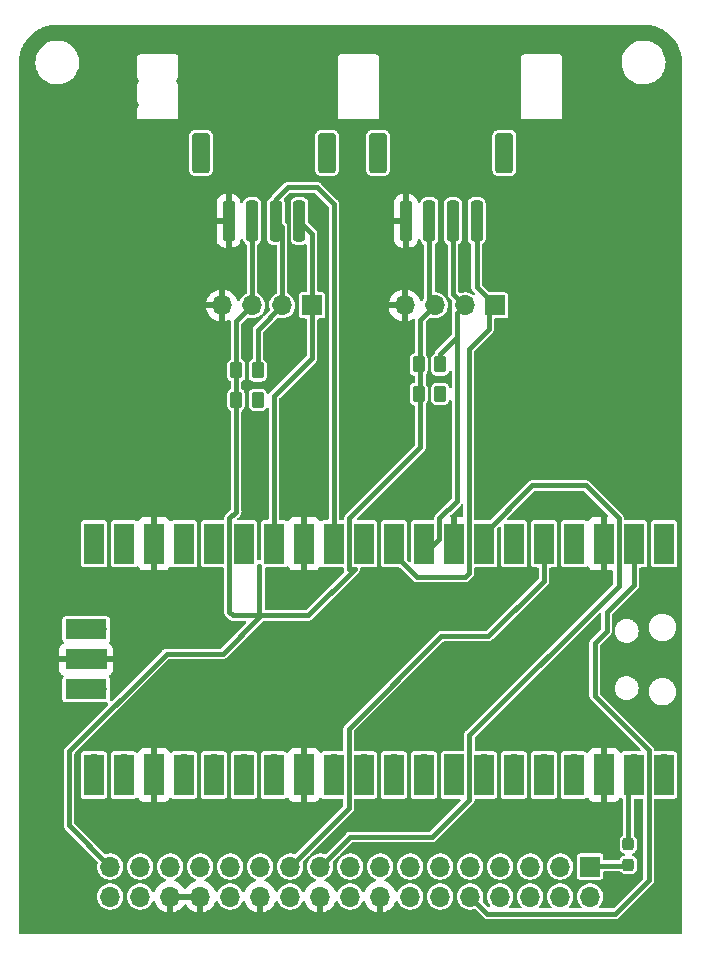
<source format=gbr>
%TF.GenerationSoftware,KiCad,Pcbnew,(6.0.8)*%
%TF.CreationDate,2022-11-01T15:17:05-07:00*%
%TF.ProjectId,RioPicoBridge,52696f50-6963-46f4-9272-696467652e6b,rev?*%
%TF.SameCoordinates,Original*%
%TF.FileFunction,Copper,L1,Top*%
%TF.FilePolarity,Positive*%
%FSLAX46Y46*%
G04 Gerber Fmt 4.6, Leading zero omitted, Abs format (unit mm)*
G04 Created by KiCad (PCBNEW (6.0.8)) date 2022-11-01 15:17:05*
%MOMM*%
%LPD*%
G01*
G04 APERTURE LIST*
G04 Aperture macros list*
%AMRoundRect*
0 Rectangle with rounded corners*
0 $1 Rounding radius*
0 $2 $3 $4 $5 $6 $7 $8 $9 X,Y pos of 4 corners*
0 Add a 4 corners polygon primitive as box body*
4,1,4,$2,$3,$4,$5,$6,$7,$8,$9,$2,$3,0*
0 Add four circle primitives for the rounded corners*
1,1,$1+$1,$2,$3*
1,1,$1+$1,$4,$5*
1,1,$1+$1,$6,$7*
1,1,$1+$1,$8,$9*
0 Add four rect primitives between the rounded corners*
20,1,$1+$1,$2,$3,$4,$5,0*
20,1,$1+$1,$4,$5,$6,$7,0*
20,1,$1+$1,$6,$7,$8,$9,0*
20,1,$1+$1,$8,$9,$2,$3,0*%
G04 Aperture macros list end*
%TA.AperFunction,SMDPad,CuDef*%
%ADD10RoundRect,0.237500X-0.237500X0.287500X-0.237500X-0.287500X0.237500X-0.287500X0.237500X0.287500X0*%
%TD*%
%TA.AperFunction,SMDPad,CuDef*%
%ADD11RoundRect,0.250000X-0.262500X-0.450000X0.262500X-0.450000X0.262500X0.450000X-0.262500X0.450000X0*%
%TD*%
%TA.AperFunction,ComponentPad*%
%ADD12O,1.700000X1.700000*%
%TD*%
%TA.AperFunction,ComponentPad*%
%ADD13R,1.700000X1.700000*%
%TD*%
%TA.AperFunction,SMDPad,CuDef*%
%ADD14R,3.500000X1.700000*%
%TD*%
%TA.AperFunction,SMDPad,CuDef*%
%ADD15R,1.700000X3.500000*%
%TD*%
%TA.AperFunction,SMDPad,CuDef*%
%ADD16RoundRect,0.250001X0.499999X1.449999X-0.499999X1.449999X-0.499999X-1.449999X0.499999X-1.449999X0*%
%TD*%
%TA.AperFunction,SMDPad,CuDef*%
%ADD17RoundRect,0.250000X0.250000X1.500000X-0.250000X1.500000X-0.250000X-1.500000X0.250000X-1.500000X0*%
%TD*%
%TA.AperFunction,ViaPad*%
%ADD18C,0.800000*%
%TD*%
%TA.AperFunction,Conductor*%
%ADD19C,0.381000*%
%TD*%
G04 APERTURE END LIST*
D10*
%TO.P,D1,1,K*%
%TO.N,Net-(U1-Pad39)*%
X51850000Y-69625000D03*
%TO.P,D1,2,A*%
%TO.N,+5V*%
X51850000Y-71375000D03*
%TD*%
D11*
%TO.P,R4,1*%
%TO.N,+3V3*%
X34087500Y-31500000D03*
%TO.P,R4,2*%
%TO.N,/SCL1*%
X35912500Y-31500000D03*
%TD*%
%TO.P,R3,1*%
%TO.N,+3V3*%
X34087500Y-29000000D03*
%TO.P,R3,2*%
%TO.N,/SDA1*%
X35912500Y-29000000D03*
%TD*%
%TO.P,R2,1*%
%TO.N,+3V3*%
X18650000Y-29500000D03*
%TO.P,R2,2*%
%TO.N,/SDA2*%
X20475000Y-29500000D03*
%TD*%
%TO.P,R1,1*%
%TO.N,+3V3*%
X18637500Y-32000000D03*
%TO.P,R1,2*%
%TO.N,/SCL2*%
X20462500Y-32000000D03*
%TD*%
D12*
%TO.P,J5,34,Pin_34*%
%TO.N,unconnected-(J5-Pad34)*%
X7985000Y-74050000D03*
%TO.P,J5,33,Pin_33*%
%TO.N,+3V3*%
X7985000Y-71510000D03*
%TO.P,J5,32,Pin_32*%
%TO.N,unconnected-(J5-Pad32)*%
X10525000Y-74050000D03*
%TO.P,J5,31,Pin_31*%
%TO.N,unconnected-(J5-Pad31)*%
X10525000Y-71510000D03*
%TO.P,J5,30,Pin_30*%
%TO.N,GND*%
X13065000Y-74050000D03*
%TO.P,J5,29,Pin_29*%
%TO.N,unconnected-(J5-Pad29)*%
X13065000Y-71510000D03*
%TO.P,J5,28,Pin_28*%
%TO.N,GND*%
X15605000Y-74050000D03*
%TO.P,J5,27,Pin_27*%
%TO.N,unconnected-(J5-Pad27)*%
X15605000Y-71510000D03*
%TO.P,J5,26,Pin_26*%
%TO.N,unconnected-(J5-Pad26)*%
X18145000Y-74050000D03*
%TO.P,J5,25,Pin_25*%
%TO.N,/COPI*%
X18145000Y-71510000D03*
%TO.P,J5,24,Pin_24*%
%TO.N,GND*%
X20685000Y-74050000D03*
%TO.P,J5,23,Pin_23*%
%TO.N,/CIPO*%
X20685000Y-71510000D03*
%TO.P,J5,22,Pin_22*%
%TO.N,unconnected-(J5-Pad22)*%
X23225000Y-74050000D03*
%TO.P,J5,21,Pin_21*%
%TO.N,/SCLK*%
X23225000Y-71510000D03*
%TO.P,J5,20,Pin_20*%
%TO.N,GND*%
X25765000Y-74050000D03*
%TO.P,J5,19,Pin_19*%
%TO.N,/S_CS*%
X25765000Y-71510000D03*
%TO.P,J5,18,Pin_18*%
%TO.N,unconnected-(J5-Pad18)*%
X28305000Y-74050000D03*
%TO.P,J5,17,Pin_17*%
%TO.N,unconnected-(J5-Pad17)*%
X28305000Y-71510000D03*
%TO.P,J5,16,Pin_16*%
%TO.N,GND*%
X30845000Y-74050000D03*
%TO.P,J5,15,Pin_15*%
%TO.N,unconnected-(J5-Pad15)*%
X30845000Y-71510000D03*
%TO.P,J5,14,Pin_14*%
%TO.N,unconnected-(J5-Pad14)*%
X33385000Y-74050000D03*
%TO.P,J5,13,Pin_13*%
%TO.N,unconnected-(J5-Pad13)*%
X33385000Y-71510000D03*
%TO.P,J5,12,Pin_12*%
%TO.N,unconnected-(J5-Pad12)*%
X35925000Y-74050000D03*
%TO.P,J5,11,Pin_11*%
%TO.N,unconnected-(J5-Pad11)*%
X35925000Y-71510000D03*
%TO.P,J5,10,Pin_10*%
%TO.N,/RIO_RX*%
X38465000Y-74050000D03*
%TO.P,J5,9,Pin_9*%
%TO.N,unconnected-(J5-Pad9)*%
X38465000Y-71510000D03*
%TO.P,J5,8,Pin_8*%
%TO.N,unconnected-(J5-Pad8)*%
X41005000Y-74050000D03*
%TO.P,J5,7,Pin_7*%
%TO.N,unconnected-(J5-Pad7)*%
X41005000Y-71510000D03*
%TO.P,J5,6,Pin_6*%
%TO.N,unconnected-(J5-Pad6)*%
X43545000Y-74050000D03*
%TO.P,J5,5,Pin_5*%
%TO.N,unconnected-(J5-Pad5)*%
X43545000Y-71510000D03*
%TO.P,J5,4,Pin_4*%
%TO.N,unconnected-(J5-Pad4)*%
X46085000Y-74050000D03*
%TO.P,J5,3,Pin_3*%
%TO.N,unconnected-(J5-Pad3)*%
X46085000Y-71510000D03*
%TO.P,J5,2,Pin_2*%
%TO.N,unconnected-(J5-Pad2)*%
X48625000Y-74050000D03*
D13*
%TO.P,J5,1,Pin_1*%
%TO.N,+5V*%
X48625000Y-71510000D03*
%TD*%
D14*
%TO.P,U1,43,SWDIO*%
%TO.N,unconnected-(U1-Pad43)*%
X5934000Y-56515000D03*
D12*
X6834000Y-56515000D03*
D14*
%TO.P,U1,42,GND*%
%TO.N,GND*%
X5934000Y-53975000D03*
D13*
X6834000Y-53975000D03*
D12*
%TO.P,U1,41,SWCLK*%
%TO.N,unconnected-(U1-Pad41)*%
X6834000Y-51435000D03*
D14*
X5934000Y-51435000D03*
D15*
%TO.P,U1,40,VBUS*%
%TO.N,unconnected-(U1-Pad40)*%
X54864000Y-63765000D03*
D12*
X54864000Y-62865000D03*
%TO.P,U1,39,VSYS*%
%TO.N,Net-(U1-Pad39)*%
X52324000Y-62865000D03*
D15*
X52324000Y-63765000D03*
D13*
%TO.P,U1,38,GND*%
%TO.N,GND*%
X49784000Y-62865000D03*
D15*
X49784000Y-63765000D03*
D12*
%TO.P,U1,37,3V3_EN*%
%TO.N,unconnected-(U1-Pad37)*%
X47244000Y-62865000D03*
D15*
X47244000Y-63765000D03*
%TO.P,U1,36,3V3*%
%TO.N,unconnected-(U1-Pad36)*%
X44704000Y-63765000D03*
D12*
X44704000Y-62865000D03*
%TO.P,U1,35,ADC_VREF*%
%TO.N,unconnected-(U1-Pad35)*%
X42164000Y-62865000D03*
D15*
X42164000Y-63765000D03*
D12*
%TO.P,U1,34,GPIO28_ADC2*%
%TO.N,unconnected-(U1-Pad34)*%
X39624000Y-62865000D03*
D15*
X39624000Y-63765000D03*
D13*
%TO.P,U1,33,AGND*%
%TO.N,unconnected-(U1-Pad33)*%
X37084000Y-62865000D03*
D15*
X37084000Y-63765000D03*
%TO.P,U1,32,GPIO27_ADC1*%
%TO.N,unconnected-(U1-Pad32)*%
X34544000Y-63765000D03*
D12*
X34544000Y-62865000D03*
D15*
%TO.P,U1,31,GPIO26_ADC0*%
%TO.N,unconnected-(U1-Pad31)*%
X32004000Y-63765000D03*
D12*
X32004000Y-62865000D03*
%TO.P,U1,30,RUN*%
%TO.N,unconnected-(U1-Pad30)*%
X29464000Y-62865000D03*
D15*
X29464000Y-63765000D03*
%TO.P,U1,29,GPIO22*%
%TO.N,unconnected-(U1-Pad29)*%
X26924000Y-63765000D03*
D12*
X26924000Y-62865000D03*
D15*
%TO.P,U1,28,GND*%
%TO.N,GND*%
X24384000Y-63765000D03*
D13*
X24384000Y-62865000D03*
D15*
%TO.P,U1,27,GPIO21*%
%TO.N,unconnected-(U1-Pad27)*%
X21844000Y-63765000D03*
D12*
X21844000Y-62865000D03*
%TO.P,U1,26,GPIO20*%
%TO.N,unconnected-(U1-Pad26)*%
X19304000Y-62865000D03*
D15*
X19304000Y-63765000D03*
D12*
%TO.P,U1,25,GPIO19*%
%TO.N,unconnected-(U1-Pad25)*%
X16764000Y-62865000D03*
D15*
X16764000Y-63765000D03*
%TO.P,U1,24,GPIO18*%
%TO.N,unconnected-(U1-Pad24)*%
X14224000Y-63765000D03*
D12*
X14224000Y-62865000D03*
D13*
%TO.P,U1,23,GND*%
%TO.N,GND*%
X11684000Y-62865000D03*
D15*
X11684000Y-63765000D03*
D12*
%TO.P,U1,22,GPIO17*%
%TO.N,unconnected-(U1-Pad22)*%
X9144000Y-62865000D03*
D15*
X9144000Y-63765000D03*
D12*
%TO.P,U1,21,GPIO16*%
%TO.N,unconnected-(U1-Pad21)*%
X6604000Y-62865000D03*
D15*
X6604000Y-63765000D03*
D12*
%TO.P,U1,20,GPIO15*%
%TO.N,unconnected-(U1-Pad20)*%
X6604000Y-45085000D03*
D15*
X6604000Y-44185000D03*
%TO.P,U1,19,GPIO14*%
%TO.N,unconnected-(U1-Pad19)*%
X9144000Y-44185000D03*
D12*
X9144000Y-45085000D03*
D13*
%TO.P,U1,18,GND*%
%TO.N,GND*%
X11684000Y-45085000D03*
D15*
X11684000Y-44185000D03*
D12*
%TO.P,U1,17,GPIO13*%
%TO.N,unconnected-(U1-Pad17)*%
X14224000Y-45085000D03*
D15*
X14224000Y-44185000D03*
D12*
%TO.P,U1,16,GPIO12*%
%TO.N,unconnected-(U1-Pad16)*%
X16764000Y-45085000D03*
D15*
X16764000Y-44185000D03*
%TO.P,U1,15,GPIO11*%
%TO.N,unconnected-(U1-Pad15)*%
X19304000Y-44185000D03*
D12*
X19304000Y-45085000D03*
%TO.P,U1,14,GPIO10*%
%TO.N,/SCL2*%
X21844000Y-45085000D03*
D15*
X21844000Y-44185000D03*
%TO.P,U1,13,GND*%
%TO.N,GND*%
X24384000Y-44185000D03*
D13*
X24384000Y-45085000D03*
D15*
%TO.P,U1,12,GPIO9*%
%TO.N,/SDA2*%
X26924000Y-44185000D03*
D12*
X26924000Y-45085000D03*
%TO.P,U1,11,GPIO8*%
%TO.N,unconnected-(U1-Pad11)*%
X29464000Y-45085000D03*
D15*
X29464000Y-44185000D03*
%TO.P,U1,10,GPIO7*%
%TO.N,/SCL1*%
X32004000Y-44185000D03*
D12*
X32004000Y-45085000D03*
%TO.P,U1,9,GPIO6*%
%TO.N,/SDA1*%
X34544000Y-45085000D03*
D15*
X34544000Y-44185000D03*
%TO.P,U1,8,GND*%
%TO.N,GND*%
X37084000Y-44185000D03*
D13*
X37084000Y-45085000D03*
D12*
%TO.P,U1,7,GPIO5*%
%TO.N,/S_CS*%
X39624000Y-45085000D03*
D15*
X39624000Y-44185000D03*
%TO.P,U1,6,GPIO4*%
%TO.N,/CIPO*%
X42164000Y-44185000D03*
D12*
X42164000Y-45085000D03*
D15*
%TO.P,U1,5,GPIO3*%
%TO.N,/SCLK*%
X44704000Y-44185000D03*
D12*
X44704000Y-45085000D03*
D15*
%TO.P,U1,4,GPIO2*%
%TO.N,/COPI*%
X47244000Y-44185000D03*
D12*
X47244000Y-45085000D03*
D13*
%TO.P,U1,3,GND*%
%TO.N,GND*%
X49784000Y-45085000D03*
D15*
X49784000Y-44185000D03*
%TO.P,U1,2,GPIO1*%
%TO.N,/RIO_RX*%
X52324000Y-44185000D03*
D12*
X52324000Y-45085000D03*
D15*
%TO.P,U1,1,GPIO0*%
%TO.N,unconnected-(U1-Pad1)*%
X54864000Y-44185000D03*
D12*
X54864000Y-45085000D03*
%TD*%
D16*
%TO.P,J4,MP*%
%TO.N,N/C*%
X26350000Y-11100000D03*
X15650000Y-11100000D03*
D17*
%TO.P,J4,4,Pin_4*%
%TO.N,GND*%
X18000000Y-16850000D03*
%TO.P,J4,3,Pin_3*%
%TO.N,+3V3*%
X20000000Y-16850000D03*
%TO.P,J4,2,Pin_2*%
%TO.N,/SDA2*%
X22000000Y-16850000D03*
%TO.P,J4,1,Pin_1*%
%TO.N,/SCL2*%
X24000000Y-16850000D03*
%TD*%
D16*
%TO.P,J3,MP*%
%TO.N,N/C*%
X41350000Y-11100000D03*
X30650000Y-11100000D03*
D17*
%TO.P,J3,4,Pin_4*%
%TO.N,GND*%
X33000000Y-16850000D03*
%TO.P,J3,3,Pin_3*%
%TO.N,+3V3*%
X35000000Y-16850000D03*
%TO.P,J3,2,Pin_2*%
%TO.N,/SDA1*%
X37000000Y-16850000D03*
%TO.P,J3,1,Pin_1*%
%TO.N,/SCL1*%
X39000000Y-16850000D03*
%TD*%
D12*
%TO.P,J2,4,Pin_4*%
%TO.N,GND*%
X17460000Y-24000000D03*
%TO.P,J2,3,Pin_3*%
%TO.N,+3V3*%
X20000000Y-24000000D03*
%TO.P,J2,2,Pin_2*%
%TO.N,/SDA2*%
X22540000Y-24000000D03*
D13*
%TO.P,J2,1,Pin_1*%
%TO.N,/SCL2*%
X25080000Y-24000000D03*
%TD*%
D12*
%TO.P,J1,4,Pin_4*%
%TO.N,GND*%
X32920000Y-24000000D03*
%TO.P,J1,3,Pin_3*%
%TO.N,+3V3*%
X35460000Y-24000000D03*
%TO.P,J1,2,Pin_2*%
%TO.N,/SDA1*%
X38000000Y-24000000D03*
D13*
%TO.P,J1,1,Pin_1*%
%TO.N,/SCL1*%
X40540000Y-24000000D03*
%TD*%
D18*
%TO.N,GND*%
X52000000Y-35000000D03*
X52000000Y-33000000D03*
X52000000Y-31000000D03*
X52000000Y-29000000D03*
X52000000Y-27000000D03*
X52000000Y-25000000D03*
X52000000Y-23000000D03*
X52000000Y-21000000D03*
X52000000Y-19000000D03*
X52000000Y-17000000D03*
X52000000Y-15000000D03*
X52000000Y-13000000D03*
X52000000Y-11000000D03*
X52000000Y-9000000D03*
X50000000Y-35000000D03*
X50000000Y-33000000D03*
X50000000Y-31000000D03*
X50000000Y-29000000D03*
X50000000Y-27000000D03*
X50000000Y-25000000D03*
X50000000Y-23000000D03*
X50000000Y-21000000D03*
X50000000Y-19000000D03*
X50000000Y-17000000D03*
X50000000Y-15000000D03*
X50000000Y-13000000D03*
X50000000Y-11000000D03*
X50000000Y-9000000D03*
X48000000Y-35000000D03*
X48000000Y-33000000D03*
X48000000Y-31000000D03*
X48000000Y-29000000D03*
X48000000Y-27000000D03*
X48000000Y-25000000D03*
X48000000Y-23000000D03*
X48000000Y-21000000D03*
X48000000Y-19000000D03*
X48000000Y-17000000D03*
X48000000Y-15000000D03*
X48000000Y-13000000D03*
X48000000Y-11000000D03*
X48000000Y-9000000D03*
X48000000Y-7000000D03*
X48000000Y-5000000D03*
X46000000Y-35000000D03*
X46000000Y-33000000D03*
X46000000Y-31000000D03*
X46000000Y-29000000D03*
X46000000Y-27000000D03*
X46000000Y-25000000D03*
X46000000Y-23000000D03*
X46000000Y-21000000D03*
X46000000Y-19000000D03*
X46000000Y-17000000D03*
X46000000Y-15000000D03*
X46000000Y-13000000D03*
X46000000Y-11000000D03*
X46000000Y-9000000D03*
X44000000Y-35000000D03*
X44000000Y-33000000D03*
X44000000Y-31000000D03*
X44000000Y-29000000D03*
X44000000Y-27000000D03*
X44000000Y-25000000D03*
X44000000Y-23000000D03*
X44000000Y-21000000D03*
X44000000Y-19000000D03*
X44000000Y-17000000D03*
X42000000Y-35000000D03*
X42000000Y-33000000D03*
X42000000Y-31000000D03*
X42000000Y-19000000D03*
X42000000Y-17000000D03*
X42000000Y-5000000D03*
X40000000Y-5000000D03*
X38000000Y-11000000D03*
X38000000Y-9000000D03*
X38000000Y-7000000D03*
X38000000Y-5000000D03*
X36000000Y-11000000D03*
X36000000Y-9000000D03*
X36000000Y-7000000D03*
X36000000Y-5000000D03*
X34000000Y-11000000D03*
X34000000Y-9000000D03*
X34000000Y-7000000D03*
X34000000Y-5000000D03*
X32000000Y-5000000D03*
X30000000Y-33000000D03*
X30000000Y-31000000D03*
X30000000Y-29000000D03*
X30000000Y-19000000D03*
X30000000Y-17000000D03*
X28000000Y-53000000D03*
X26000000Y-55000000D03*
X26000000Y-53000000D03*
X26000000Y-5000000D03*
X24000000Y-59000000D03*
X24000000Y-57000000D03*
X24000000Y-55000000D03*
X24000000Y-53000000D03*
X24000000Y-5000000D03*
X22000000Y-59000000D03*
X22000000Y-57000000D03*
X22000000Y-11000000D03*
X22000000Y-9000000D03*
X22000000Y-7000000D03*
X22000000Y-5000000D03*
X20000000Y-59000000D03*
X20000000Y-57000000D03*
X20000000Y-11000000D03*
X20000000Y-9000000D03*
X20000000Y-7000000D03*
X20000000Y-5000000D03*
X18000000Y-59000000D03*
X18000000Y-57000000D03*
X18000000Y-5000000D03*
X16000000Y-59000000D03*
X16000000Y-57000000D03*
X16000000Y-37000000D03*
X16000000Y-5000000D03*
X14000000Y-59000000D03*
X14000000Y-49000000D03*
X14000000Y-39000000D03*
X14000000Y-37000000D03*
X14000000Y-35000000D03*
X14000000Y-33000000D03*
X14000000Y-31000000D03*
X14000000Y-29000000D03*
X14000000Y-27000000D03*
X14000000Y-25000000D03*
X14000000Y-23000000D03*
X14000000Y-21000000D03*
X14000000Y-19000000D03*
X14000000Y-17000000D03*
X14000000Y-5000000D03*
X12000000Y-49000000D03*
X12000000Y-39000000D03*
X12000000Y-37000000D03*
X12000000Y-35000000D03*
X12000000Y-33000000D03*
X12000000Y-31000000D03*
X12000000Y-29000000D03*
X12000000Y-27000000D03*
X12000000Y-25000000D03*
X12000000Y-23000000D03*
X12000000Y-21000000D03*
X12000000Y-19000000D03*
X12000000Y-17000000D03*
X12000000Y-15000000D03*
X12000000Y-13000000D03*
X12000000Y-11000000D03*
X12000000Y-9000000D03*
X10000000Y-39000000D03*
X10000000Y-37000000D03*
X10000000Y-35000000D03*
X10000000Y-33000000D03*
X10000000Y-31000000D03*
X10000000Y-29000000D03*
X10000000Y-27000000D03*
X10000000Y-25000000D03*
X10000000Y-23000000D03*
X10000000Y-21000000D03*
X10000000Y-19000000D03*
X10000000Y-17000000D03*
X10000000Y-15000000D03*
X10000000Y-13000000D03*
X10000000Y-11000000D03*
X10000000Y-9000000D03*
X10000000Y-7000000D03*
X10000000Y-5000000D03*
X8000000Y-39000000D03*
X8000000Y-37000000D03*
X8000000Y-35000000D03*
X8000000Y-33000000D03*
X8000000Y-31000000D03*
X8000000Y-29000000D03*
X8000000Y-27000000D03*
X8000000Y-25000000D03*
X8000000Y-23000000D03*
X8000000Y-21000000D03*
X8000000Y-19000000D03*
X8000000Y-17000000D03*
X8000000Y-15000000D03*
X8000000Y-13000000D03*
X8000000Y-11000000D03*
X8000000Y-9000000D03*
X8000000Y-7000000D03*
X8000000Y-5000000D03*
X6000000Y-39000000D03*
X6000000Y-37000000D03*
X6000000Y-35000000D03*
X6000000Y-33000000D03*
X6000000Y-31000000D03*
X6000000Y-29000000D03*
X6000000Y-27000000D03*
X6000000Y-25000000D03*
X6000000Y-23000000D03*
X6000000Y-21000000D03*
X6000000Y-19000000D03*
X6000000Y-17000000D03*
X6000000Y-15000000D03*
X6000000Y-13000000D03*
X6000000Y-11000000D03*
X6000000Y-9000000D03*
%TO.N,/SCL2*%
X20500000Y-32000000D03*
%TO.N,/SCL1*%
X36000000Y-31500000D03*
%TD*%
D19*
%TO.N,/SDA1*%
X35912500Y-28087500D02*
X37350000Y-26650000D01*
X35912500Y-29000000D02*
X35912500Y-28087500D01*
%TO.N,/SDA2*%
X20475000Y-29500000D02*
X20475000Y-26065000D01*
X20475000Y-26065000D02*
X22540000Y-24000000D01*
%TO.N,/SCL2*%
X25080000Y-28420000D02*
X25080000Y-24000000D01*
X21844000Y-31656000D02*
X25080000Y-28420000D01*
X21844000Y-45085000D02*
X21844000Y-31656000D01*
%TO.N,/SDA1*%
X37350000Y-26650000D02*
X37350000Y-40538000D01*
X37350000Y-24650000D02*
X37350000Y-26650000D01*
%TO.N,+3V3*%
X34250000Y-25210000D02*
X35460000Y-24000000D01*
X34250000Y-36018000D02*
X34250000Y-25210000D01*
X28223500Y-42044500D02*
X34250000Y-36018000D01*
X28223500Y-46325500D02*
X28223500Y-42044500D01*
X28674500Y-46325500D02*
X28223500Y-46325500D01*
X18063500Y-49963500D02*
X18350000Y-50250000D01*
X24750000Y-50250000D02*
X28674500Y-46325500D01*
X18650000Y-25350000D02*
X18650000Y-41458000D01*
X20000000Y-24000000D02*
X18650000Y-25350000D01*
X18063500Y-42044500D02*
X18063500Y-49963500D01*
X18350000Y-50250000D02*
X24750000Y-50250000D01*
X18650000Y-41458000D02*
X18063500Y-42044500D01*
%TO.N,/SDA1*%
X35843500Y-43785500D02*
X34544000Y-45085000D01*
X35843500Y-42044500D02*
X35843500Y-43785500D01*
X37350000Y-40538000D02*
X35843500Y-42044500D01*
X38000000Y-24000000D02*
X37350000Y-24650000D01*
%TO.N,+5V*%
X48697500Y-71437500D02*
X51850000Y-71437500D01*
%TO.N,Net-(U1-Pad39)*%
X52324000Y-64606000D02*
X52324000Y-62865000D01*
X51850000Y-65080000D02*
X52324000Y-64606000D01*
%TO.N,+5V*%
X48625000Y-71510000D02*
X48697500Y-71437500D01*
%TO.N,Net-(U1-Pad39)*%
X51850000Y-69562500D02*
X51850000Y-65080000D01*
%TO.N,/RIO_RX*%
X39915000Y-75500000D02*
X38465000Y-74050000D01*
X50750000Y-75500000D02*
X39915000Y-75500000D01*
X49000000Y-52570377D02*
X49000000Y-57060000D01*
X50000000Y-51570377D02*
X49000000Y-52570377D01*
X49000000Y-57060000D02*
X53564500Y-61624500D01*
X50000000Y-50000000D02*
X50000000Y-51570377D01*
X53564500Y-72685500D02*
X50750000Y-75500000D01*
X52324000Y-47676000D02*
X50000000Y-50000000D01*
X53564500Y-61624500D02*
X53564500Y-72685500D01*
X52324000Y-45085000D02*
X52324000Y-47676000D01*
%TO.N,+3V3*%
X35000000Y-23540000D02*
X35460000Y-24000000D01*
X35000000Y-16850000D02*
X35000000Y-23540000D01*
%TO.N,/SDA2*%
X23000000Y-14000000D02*
X22000000Y-15000000D01*
X25500000Y-14000000D02*
X23000000Y-14000000D01*
X26924000Y-15424000D02*
X25500000Y-14000000D01*
X22000000Y-15000000D02*
X22000000Y-16850000D01*
X26924000Y-45085000D02*
X26924000Y-15424000D01*
%TO.N,/SCLK*%
X44704000Y-47296000D02*
X44704000Y-45085000D01*
X28164500Y-59835500D02*
X36000000Y-52000000D01*
X40000000Y-52000000D02*
X44704000Y-47296000D01*
X28164500Y-66570500D02*
X28164500Y-59835500D01*
X36000000Y-52000000D02*
X40000000Y-52000000D01*
X23225000Y-71510000D02*
X28164500Y-66570500D01*
%TO.N,/S_CS*%
X35230000Y-69000000D02*
X28275000Y-69000000D01*
X38383500Y-65846500D02*
X35230000Y-69000000D01*
X28275000Y-69000000D02*
X25765000Y-71510000D01*
X38383500Y-60366500D02*
X38383500Y-65846500D01*
X51024500Y-47725500D02*
X38383500Y-60366500D01*
X51024500Y-42024500D02*
X51024500Y-47725500D01*
X48250000Y-39250000D02*
X51024500Y-42024500D01*
X43718000Y-39250000D02*
X48250000Y-39250000D01*
X39624000Y-43344000D02*
X43718000Y-39250000D01*
X39624000Y-45085000D02*
X39624000Y-43344000D01*
%TO.N,+3V3*%
X17500000Y-53500000D02*
X20603500Y-50396500D01*
X4500000Y-61750000D02*
X12750000Y-53500000D01*
X12750000Y-53500000D02*
X17500000Y-53500000D01*
X20603500Y-50396500D02*
X20603500Y-46028500D01*
X4500000Y-68025000D02*
X4500000Y-61750000D01*
X7985000Y-71510000D02*
X4500000Y-68025000D01*
%TO.N,/SCL1*%
X40026168Y-24513832D02*
X40540000Y-24000000D01*
X38324500Y-46675500D02*
X38324500Y-27675500D01*
X38324500Y-27675500D02*
X40026168Y-25973832D01*
X38000000Y-47000000D02*
X38324500Y-46675500D01*
X33919000Y-47000000D02*
X38000000Y-47000000D01*
X40026168Y-25973832D02*
X40026168Y-24513832D01*
X32004000Y-45085000D02*
X33919000Y-47000000D01*
X39000000Y-22460000D02*
X40540000Y-24000000D01*
X39000000Y-16850000D02*
X39000000Y-22460000D01*
%TO.N,/SDA1*%
X37000000Y-23000000D02*
X38000000Y-24000000D01*
X37000000Y-16850000D02*
X37000000Y-23000000D01*
%TO.N,/SCL2*%
X25080000Y-17930000D02*
X25080000Y-24000000D01*
X24000000Y-16850000D02*
X25080000Y-17930000D01*
%TO.N,/SDA2*%
X22000000Y-16850000D02*
X22540000Y-17390000D01*
X22540000Y-17390000D02*
X22540000Y-24000000D01*
%TO.N,+3V3*%
X20000000Y-16850000D02*
X20000000Y-24000000D01*
%TD*%
%TA.AperFunction,Conductor*%
%TO.N,GND*%
G36*
X53355659Y-253260D02*
G01*
X53675486Y-285434D01*
X53688518Y-287439D01*
X54003230Y-352869D01*
X54015983Y-356225D01*
X54322123Y-454190D01*
X54334456Y-458861D01*
X54411525Y-492763D01*
X54628690Y-588294D01*
X54640456Y-594223D01*
X54663191Y-607214D01*
X54919550Y-753704D01*
X54930643Y-760838D01*
X55038922Y-838772D01*
X55191537Y-948617D01*
X55201801Y-956853D01*
X55441648Y-1170885D01*
X55451008Y-1180162D01*
X55667162Y-1418085D01*
X55675506Y-1428296D01*
X55865601Y-1687502D01*
X55872827Y-1698522D01*
X56034786Y-1976178D01*
X56040826Y-1987901D01*
X56172875Y-2280967D01*
X56177652Y-2293248D01*
X56278344Y-2598512D01*
X56281813Y-2611227D01*
X56344692Y-2900699D01*
X56350047Y-2925350D01*
X56352167Y-2938362D01*
X56371956Y-3118900D01*
X56384030Y-3229052D01*
X56383863Y-3240062D01*
X56383955Y-3240057D01*
X56384659Y-3252443D01*
X56382933Y-3264735D01*
X56386042Y-3276752D01*
X56391475Y-3297755D01*
X56395491Y-3329326D01*
X56392627Y-29900221D01*
X56387664Y-75949804D01*
X56387541Y-77089514D01*
X56367532Y-77157632D01*
X56313871Y-77204119D01*
X56261541Y-77215500D01*
X380500Y-77215500D01*
X312379Y-77195498D01*
X265886Y-77141842D01*
X254500Y-77089500D01*
X254500Y-74020964D01*
X6876148Y-74020964D01*
X6889424Y-74223522D01*
X6890845Y-74229118D01*
X6890846Y-74229123D01*
X6935208Y-74403796D01*
X6939392Y-74420269D01*
X6941809Y-74425512D01*
X6979010Y-74506208D01*
X7024377Y-74604616D01*
X7027710Y-74609332D01*
X7131384Y-74756028D01*
X7141533Y-74770389D01*
X7145675Y-74774424D01*
X7223650Y-74850383D01*
X7286938Y-74912035D01*
X7291742Y-74915245D01*
X7312275Y-74928965D01*
X7455720Y-75024812D01*
X7461023Y-75027090D01*
X7461026Y-75027092D01*
X7636921Y-75102662D01*
X7642228Y-75104942D01*
X7715244Y-75121464D01*
X7834579Y-75148467D01*
X7834584Y-75148468D01*
X7840216Y-75149742D01*
X7845987Y-75149969D01*
X7845989Y-75149969D01*
X7905756Y-75152317D01*
X8043053Y-75157712D01*
X8143499Y-75143148D01*
X8238231Y-75129413D01*
X8238236Y-75129412D01*
X8243945Y-75128584D01*
X8249409Y-75126729D01*
X8249414Y-75126728D01*
X8430693Y-75065192D01*
X8430698Y-75065190D01*
X8436165Y-75063334D01*
X8451047Y-75055000D01*
X8582572Y-74981342D01*
X8613276Y-74964147D01*
X8668708Y-74918045D01*
X8740696Y-74858172D01*
X8769345Y-74834345D01*
X8873697Y-74708876D01*
X8895453Y-74682718D01*
X8895455Y-74682715D01*
X8899147Y-74678276D01*
X8998334Y-74501165D01*
X9000190Y-74495698D01*
X9000192Y-74495693D01*
X9061728Y-74314414D01*
X9061729Y-74314409D01*
X9063584Y-74308945D01*
X9064412Y-74303236D01*
X9064413Y-74303231D01*
X9092179Y-74111727D01*
X9092712Y-74108053D01*
X9094232Y-74050000D01*
X9091564Y-74020964D01*
X9416148Y-74020964D01*
X9429424Y-74223522D01*
X9430845Y-74229118D01*
X9430846Y-74229123D01*
X9475208Y-74403796D01*
X9479392Y-74420269D01*
X9481809Y-74425512D01*
X9519010Y-74506208D01*
X9564377Y-74604616D01*
X9567710Y-74609332D01*
X9671384Y-74756028D01*
X9681533Y-74770389D01*
X9685675Y-74774424D01*
X9763650Y-74850383D01*
X9826938Y-74912035D01*
X9831742Y-74915245D01*
X9852275Y-74928965D01*
X9995720Y-75024812D01*
X10001023Y-75027090D01*
X10001026Y-75027092D01*
X10176921Y-75102662D01*
X10182228Y-75104942D01*
X10255244Y-75121464D01*
X10374579Y-75148467D01*
X10374584Y-75148468D01*
X10380216Y-75149742D01*
X10385987Y-75149969D01*
X10385989Y-75149969D01*
X10445756Y-75152317D01*
X10583053Y-75157712D01*
X10683499Y-75143148D01*
X10778231Y-75129413D01*
X10778236Y-75129412D01*
X10783945Y-75128584D01*
X10789409Y-75126729D01*
X10789414Y-75126728D01*
X10970693Y-75065192D01*
X10970698Y-75065190D01*
X10976165Y-75063334D01*
X10991047Y-75055000D01*
X11122572Y-74981342D01*
X11153276Y-74964147D01*
X11208708Y-74918045D01*
X11280696Y-74858172D01*
X11309345Y-74834345D01*
X11413697Y-74708876D01*
X11435453Y-74682718D01*
X11435455Y-74682715D01*
X11439147Y-74678276D01*
X11538334Y-74501165D01*
X11540720Y-74494135D01*
X11541170Y-74493496D01*
X11542541Y-74490416D01*
X11543146Y-74490685D01*
X11581553Y-74436059D01*
X11647305Y-74409278D01*
X11717098Y-74422295D01*
X11768773Y-74470980D01*
X11776777Y-74487229D01*
X11846770Y-74659603D01*
X11851413Y-74668794D01*
X11962694Y-74850388D01*
X11968777Y-74858699D01*
X12108213Y-75019667D01*
X12115580Y-75026883D01*
X12279434Y-75162916D01*
X12287881Y-75168831D01*
X12471756Y-75276279D01*
X12481042Y-75280729D01*
X12680001Y-75356703D01*
X12689899Y-75359579D01*
X12793250Y-75380606D01*
X12807299Y-75379410D01*
X12811000Y-75369065D01*
X12811000Y-75368517D01*
X13319000Y-75368517D01*
X13323064Y-75382359D01*
X13336478Y-75384393D01*
X13343184Y-75383534D01*
X13353262Y-75381392D01*
X13557255Y-75320191D01*
X13566842Y-75316433D01*
X13758095Y-75222739D01*
X13766945Y-75217464D01*
X13940328Y-75093792D01*
X13948200Y-75087139D01*
X14099052Y-74936812D01*
X14105730Y-74928965D01*
X14233022Y-74751819D01*
X14234147Y-74752627D01*
X14281669Y-74708876D01*
X14351607Y-74696661D01*
X14417046Y-74724197D01*
X14444870Y-74756028D01*
X14502690Y-74850383D01*
X14508777Y-74858699D01*
X14648213Y-75019667D01*
X14655580Y-75026883D01*
X14819434Y-75162916D01*
X14827881Y-75168831D01*
X15011756Y-75276279D01*
X15021042Y-75280729D01*
X15220001Y-75356703D01*
X15229899Y-75359579D01*
X15333250Y-75380606D01*
X15347299Y-75379410D01*
X15351000Y-75369065D01*
X15351000Y-74322115D01*
X15346525Y-74306876D01*
X15345135Y-74305671D01*
X15337452Y-74304000D01*
X13337115Y-74304000D01*
X13321876Y-74308475D01*
X13320671Y-74309865D01*
X13319000Y-74317548D01*
X13319000Y-75368517D01*
X12811000Y-75368517D01*
X12811000Y-73922000D01*
X12831002Y-73853879D01*
X12884658Y-73807386D01*
X12937000Y-73796000D01*
X15733000Y-73796000D01*
X15801121Y-73816002D01*
X15847614Y-73869658D01*
X15859000Y-73922000D01*
X15859000Y-75368517D01*
X15863064Y-75382359D01*
X15876478Y-75384393D01*
X15883184Y-75383534D01*
X15893262Y-75381392D01*
X16097255Y-75320191D01*
X16106842Y-75316433D01*
X16298095Y-75222739D01*
X16306945Y-75217464D01*
X16480328Y-75093792D01*
X16488200Y-75087139D01*
X16639052Y-74936812D01*
X16645730Y-74928965D01*
X16770003Y-74756020D01*
X16775313Y-74747183D01*
X16869670Y-74556267D01*
X16873469Y-74546672D01*
X16890066Y-74492047D01*
X16929007Y-74432683D01*
X16993862Y-74403796D01*
X17064038Y-74414558D01*
X17117256Y-74461551D01*
X17125048Y-74475922D01*
X17184377Y-74604616D01*
X17187710Y-74609332D01*
X17291384Y-74756028D01*
X17301533Y-74770389D01*
X17305675Y-74774424D01*
X17383650Y-74850383D01*
X17446938Y-74912035D01*
X17451742Y-74915245D01*
X17472275Y-74928965D01*
X17615720Y-75024812D01*
X17621023Y-75027090D01*
X17621026Y-75027092D01*
X17796921Y-75102662D01*
X17802228Y-75104942D01*
X17875244Y-75121464D01*
X17994579Y-75148467D01*
X17994584Y-75148468D01*
X18000216Y-75149742D01*
X18005987Y-75149969D01*
X18005989Y-75149969D01*
X18065756Y-75152317D01*
X18203053Y-75157712D01*
X18303499Y-75143148D01*
X18398231Y-75129413D01*
X18398236Y-75129412D01*
X18403945Y-75128584D01*
X18409409Y-75126729D01*
X18409414Y-75126728D01*
X18590693Y-75065192D01*
X18590698Y-75065190D01*
X18596165Y-75063334D01*
X18611047Y-75055000D01*
X18742572Y-74981342D01*
X18773276Y-74964147D01*
X18828708Y-74918045D01*
X18900696Y-74858172D01*
X18929345Y-74834345D01*
X19033697Y-74708876D01*
X19055453Y-74682718D01*
X19055455Y-74682715D01*
X19059147Y-74678276D01*
X19158334Y-74501165D01*
X19160720Y-74494135D01*
X19161170Y-74493496D01*
X19162541Y-74490416D01*
X19163146Y-74490685D01*
X19201553Y-74436059D01*
X19267305Y-74409278D01*
X19337098Y-74422295D01*
X19388773Y-74470980D01*
X19396777Y-74487229D01*
X19466770Y-74659603D01*
X19471413Y-74668794D01*
X19582694Y-74850388D01*
X19588777Y-74858699D01*
X19728213Y-75019667D01*
X19735580Y-75026883D01*
X19899434Y-75162916D01*
X19907881Y-75168831D01*
X20091756Y-75276279D01*
X20101042Y-75280729D01*
X20300001Y-75356703D01*
X20309899Y-75359579D01*
X20413250Y-75380606D01*
X20427299Y-75379410D01*
X20431000Y-75369065D01*
X20431000Y-73922000D01*
X20451002Y-73853879D01*
X20504658Y-73807386D01*
X20557000Y-73796000D01*
X20813000Y-73796000D01*
X20881121Y-73816002D01*
X20927614Y-73869658D01*
X20939000Y-73922000D01*
X20939000Y-75368517D01*
X20943064Y-75382359D01*
X20956478Y-75384393D01*
X20963184Y-75383534D01*
X20973262Y-75381392D01*
X21177255Y-75320191D01*
X21186842Y-75316433D01*
X21378095Y-75222739D01*
X21386945Y-75217464D01*
X21560328Y-75093792D01*
X21568200Y-75087139D01*
X21719052Y-74936812D01*
X21725730Y-74928965D01*
X21850003Y-74756020D01*
X21855313Y-74747183D01*
X21949670Y-74556267D01*
X21953469Y-74546672D01*
X21970066Y-74492047D01*
X22009007Y-74432683D01*
X22073862Y-74403796D01*
X22144038Y-74414558D01*
X22197256Y-74461551D01*
X22205048Y-74475922D01*
X22264377Y-74604616D01*
X22267710Y-74609332D01*
X22371384Y-74756028D01*
X22381533Y-74770389D01*
X22385675Y-74774424D01*
X22463650Y-74850383D01*
X22526938Y-74912035D01*
X22531742Y-74915245D01*
X22552275Y-74928965D01*
X22695720Y-75024812D01*
X22701023Y-75027090D01*
X22701026Y-75027092D01*
X22876921Y-75102662D01*
X22882228Y-75104942D01*
X22955244Y-75121464D01*
X23074579Y-75148467D01*
X23074584Y-75148468D01*
X23080216Y-75149742D01*
X23085987Y-75149969D01*
X23085989Y-75149969D01*
X23145756Y-75152317D01*
X23283053Y-75157712D01*
X23383499Y-75143148D01*
X23478231Y-75129413D01*
X23478236Y-75129412D01*
X23483945Y-75128584D01*
X23489409Y-75126729D01*
X23489414Y-75126728D01*
X23670693Y-75065192D01*
X23670698Y-75065190D01*
X23676165Y-75063334D01*
X23691047Y-75055000D01*
X23822572Y-74981342D01*
X23853276Y-74964147D01*
X23908708Y-74918045D01*
X23980696Y-74858172D01*
X24009345Y-74834345D01*
X24113697Y-74708876D01*
X24135453Y-74682718D01*
X24135455Y-74682715D01*
X24139147Y-74678276D01*
X24238334Y-74501165D01*
X24240720Y-74494135D01*
X24241170Y-74493496D01*
X24242541Y-74490416D01*
X24243146Y-74490685D01*
X24281553Y-74436059D01*
X24347305Y-74409278D01*
X24417098Y-74422295D01*
X24468773Y-74470980D01*
X24476777Y-74487229D01*
X24546770Y-74659603D01*
X24551413Y-74668794D01*
X24662694Y-74850388D01*
X24668777Y-74858699D01*
X24808213Y-75019667D01*
X24815580Y-75026883D01*
X24979434Y-75162916D01*
X24987881Y-75168831D01*
X25171756Y-75276279D01*
X25181042Y-75280729D01*
X25380001Y-75356703D01*
X25389899Y-75359579D01*
X25493250Y-75380606D01*
X25507299Y-75379410D01*
X25511000Y-75369065D01*
X25511000Y-73922000D01*
X25531002Y-73853879D01*
X25584658Y-73807386D01*
X25637000Y-73796000D01*
X25893000Y-73796000D01*
X25961121Y-73816002D01*
X26007614Y-73869658D01*
X26019000Y-73922000D01*
X26019000Y-75368517D01*
X26023064Y-75382359D01*
X26036478Y-75384393D01*
X26043184Y-75383534D01*
X26053262Y-75381392D01*
X26257255Y-75320191D01*
X26266842Y-75316433D01*
X26458095Y-75222739D01*
X26466945Y-75217464D01*
X26640328Y-75093792D01*
X26648200Y-75087139D01*
X26799052Y-74936812D01*
X26805730Y-74928965D01*
X26930003Y-74756020D01*
X26935313Y-74747183D01*
X27029670Y-74556267D01*
X27033469Y-74546672D01*
X27050066Y-74492047D01*
X27089007Y-74432683D01*
X27153862Y-74403796D01*
X27224038Y-74414558D01*
X27277256Y-74461551D01*
X27285048Y-74475922D01*
X27344377Y-74604616D01*
X27347710Y-74609332D01*
X27451384Y-74756028D01*
X27461533Y-74770389D01*
X27465675Y-74774424D01*
X27543650Y-74850383D01*
X27606938Y-74912035D01*
X27611742Y-74915245D01*
X27632275Y-74928965D01*
X27775720Y-75024812D01*
X27781023Y-75027090D01*
X27781026Y-75027092D01*
X27956921Y-75102662D01*
X27962228Y-75104942D01*
X28035244Y-75121464D01*
X28154579Y-75148467D01*
X28154584Y-75148468D01*
X28160216Y-75149742D01*
X28165987Y-75149969D01*
X28165989Y-75149969D01*
X28225756Y-75152317D01*
X28363053Y-75157712D01*
X28463499Y-75143148D01*
X28558231Y-75129413D01*
X28558236Y-75129412D01*
X28563945Y-75128584D01*
X28569409Y-75126729D01*
X28569414Y-75126728D01*
X28750693Y-75065192D01*
X28750698Y-75065190D01*
X28756165Y-75063334D01*
X28771047Y-75055000D01*
X28902572Y-74981342D01*
X28933276Y-74964147D01*
X28988708Y-74918045D01*
X29060696Y-74858172D01*
X29089345Y-74834345D01*
X29193697Y-74708876D01*
X29215453Y-74682718D01*
X29215455Y-74682715D01*
X29219147Y-74678276D01*
X29318334Y-74501165D01*
X29320720Y-74494135D01*
X29321170Y-74493496D01*
X29322541Y-74490416D01*
X29323146Y-74490685D01*
X29361553Y-74436059D01*
X29427305Y-74409278D01*
X29497098Y-74422295D01*
X29548773Y-74470980D01*
X29556777Y-74487229D01*
X29626770Y-74659603D01*
X29631413Y-74668794D01*
X29742694Y-74850388D01*
X29748777Y-74858699D01*
X29888213Y-75019667D01*
X29895580Y-75026883D01*
X30059434Y-75162916D01*
X30067881Y-75168831D01*
X30251756Y-75276279D01*
X30261042Y-75280729D01*
X30460001Y-75356703D01*
X30469899Y-75359579D01*
X30573250Y-75380606D01*
X30587299Y-75379410D01*
X30591000Y-75369065D01*
X30591000Y-73922000D01*
X30611002Y-73853879D01*
X30664658Y-73807386D01*
X30717000Y-73796000D01*
X30973000Y-73796000D01*
X31041121Y-73816002D01*
X31087614Y-73869658D01*
X31099000Y-73922000D01*
X31099000Y-75368517D01*
X31103064Y-75382359D01*
X31116478Y-75384393D01*
X31123184Y-75383534D01*
X31133262Y-75381392D01*
X31337255Y-75320191D01*
X31346842Y-75316433D01*
X31538095Y-75222739D01*
X31546945Y-75217464D01*
X31720328Y-75093792D01*
X31728200Y-75087139D01*
X31879052Y-74936812D01*
X31885730Y-74928965D01*
X32010003Y-74756020D01*
X32015313Y-74747183D01*
X32109670Y-74556267D01*
X32113469Y-74546672D01*
X32130066Y-74492047D01*
X32169007Y-74432683D01*
X32233862Y-74403796D01*
X32304038Y-74414558D01*
X32357256Y-74461551D01*
X32365048Y-74475922D01*
X32424377Y-74604616D01*
X32427710Y-74609332D01*
X32531384Y-74756028D01*
X32541533Y-74770389D01*
X32545675Y-74774424D01*
X32623650Y-74850383D01*
X32686938Y-74912035D01*
X32691742Y-74915245D01*
X32712275Y-74928965D01*
X32855720Y-75024812D01*
X32861023Y-75027090D01*
X32861026Y-75027092D01*
X33036921Y-75102662D01*
X33042228Y-75104942D01*
X33115244Y-75121464D01*
X33234579Y-75148467D01*
X33234584Y-75148468D01*
X33240216Y-75149742D01*
X33245987Y-75149969D01*
X33245989Y-75149969D01*
X33305756Y-75152317D01*
X33443053Y-75157712D01*
X33543499Y-75143148D01*
X33638231Y-75129413D01*
X33638236Y-75129412D01*
X33643945Y-75128584D01*
X33649409Y-75126729D01*
X33649414Y-75126728D01*
X33830693Y-75065192D01*
X33830698Y-75065190D01*
X33836165Y-75063334D01*
X33851047Y-75055000D01*
X33982572Y-74981342D01*
X34013276Y-74964147D01*
X34068708Y-74918045D01*
X34140696Y-74858172D01*
X34169345Y-74834345D01*
X34273697Y-74708876D01*
X34295453Y-74682718D01*
X34295455Y-74682715D01*
X34299147Y-74678276D01*
X34398334Y-74501165D01*
X34400190Y-74495698D01*
X34400192Y-74495693D01*
X34461728Y-74314414D01*
X34461729Y-74314409D01*
X34463584Y-74308945D01*
X34464412Y-74303236D01*
X34464413Y-74303231D01*
X34492179Y-74111727D01*
X34492712Y-74108053D01*
X34494232Y-74050000D01*
X34491564Y-74020964D01*
X34816148Y-74020964D01*
X34829424Y-74223522D01*
X34830845Y-74229118D01*
X34830846Y-74229123D01*
X34875208Y-74403796D01*
X34879392Y-74420269D01*
X34881809Y-74425512D01*
X34919010Y-74506208D01*
X34964377Y-74604616D01*
X34967710Y-74609332D01*
X35071384Y-74756028D01*
X35081533Y-74770389D01*
X35085675Y-74774424D01*
X35163650Y-74850383D01*
X35226938Y-74912035D01*
X35231742Y-74915245D01*
X35252275Y-74928965D01*
X35395720Y-75024812D01*
X35401023Y-75027090D01*
X35401026Y-75027092D01*
X35576921Y-75102662D01*
X35582228Y-75104942D01*
X35655244Y-75121464D01*
X35774579Y-75148467D01*
X35774584Y-75148468D01*
X35780216Y-75149742D01*
X35785987Y-75149969D01*
X35785989Y-75149969D01*
X35845756Y-75152317D01*
X35983053Y-75157712D01*
X36083499Y-75143148D01*
X36178231Y-75129413D01*
X36178236Y-75129412D01*
X36183945Y-75128584D01*
X36189409Y-75126729D01*
X36189414Y-75126728D01*
X36370693Y-75065192D01*
X36370698Y-75065190D01*
X36376165Y-75063334D01*
X36391047Y-75055000D01*
X36522572Y-74981342D01*
X36553276Y-74964147D01*
X36608708Y-74918045D01*
X36680696Y-74858172D01*
X36709345Y-74834345D01*
X36813697Y-74708876D01*
X36835453Y-74682718D01*
X36835455Y-74682715D01*
X36839147Y-74678276D01*
X36938334Y-74501165D01*
X36940190Y-74495698D01*
X36940192Y-74495693D01*
X37001728Y-74314414D01*
X37001729Y-74314409D01*
X37003584Y-74308945D01*
X37004412Y-74303236D01*
X37004413Y-74303231D01*
X37032179Y-74111727D01*
X37032712Y-74108053D01*
X37034232Y-74050000D01*
X37015658Y-73847859D01*
X37014090Y-73842299D01*
X36962125Y-73658046D01*
X36962124Y-73658044D01*
X36960557Y-73652487D01*
X36949978Y-73631033D01*
X36873331Y-73475609D01*
X36870776Y-73470428D01*
X36749320Y-73307779D01*
X36600258Y-73169987D01*
X36595375Y-73166906D01*
X36595371Y-73166903D01*
X36433464Y-73064748D01*
X36428581Y-73061667D01*
X36240039Y-72986446D01*
X36234379Y-72985320D01*
X36234375Y-72985319D01*
X36046613Y-72947971D01*
X36046610Y-72947971D01*
X36040946Y-72946844D01*
X36035171Y-72946768D01*
X36035167Y-72946768D01*
X35933793Y-72945441D01*
X35837971Y-72944187D01*
X35832274Y-72945166D01*
X35832273Y-72945166D01*
X35643607Y-72977585D01*
X35637910Y-72978564D01*
X35447463Y-73048824D01*
X35273010Y-73152612D01*
X35268670Y-73156418D01*
X35268666Y-73156421D01*
X35124733Y-73282648D01*
X35120392Y-73286455D01*
X34994720Y-73445869D01*
X34992031Y-73450980D01*
X34992029Y-73450983D01*
X34979073Y-73475609D01*
X34900203Y-73625515D01*
X34840007Y-73819378D01*
X34816148Y-74020964D01*
X34491564Y-74020964D01*
X34475658Y-73847859D01*
X34474090Y-73842299D01*
X34422125Y-73658046D01*
X34422124Y-73658044D01*
X34420557Y-73652487D01*
X34409978Y-73631033D01*
X34333331Y-73475609D01*
X34330776Y-73470428D01*
X34209320Y-73307779D01*
X34060258Y-73169987D01*
X34055375Y-73166906D01*
X34055371Y-73166903D01*
X33893464Y-73064748D01*
X33888581Y-73061667D01*
X33700039Y-72986446D01*
X33694379Y-72985320D01*
X33694375Y-72985319D01*
X33506613Y-72947971D01*
X33506610Y-72947971D01*
X33500946Y-72946844D01*
X33495171Y-72946768D01*
X33495167Y-72946768D01*
X33393793Y-72945441D01*
X33297971Y-72944187D01*
X33292274Y-72945166D01*
X33292273Y-72945166D01*
X33103607Y-72977585D01*
X33097910Y-72978564D01*
X32907463Y-73048824D01*
X32733010Y-73152612D01*
X32728670Y-73156418D01*
X32728666Y-73156421D01*
X32584733Y-73282648D01*
X32580392Y-73286455D01*
X32454720Y-73445869D01*
X32452031Y-73450980D01*
X32452029Y-73450983D01*
X32362589Y-73620980D01*
X32313170Y-73671952D01*
X32244037Y-73688115D01*
X32177141Y-73664336D01*
X32137003Y-73609973D01*
X32134955Y-73610863D01*
X32047972Y-73410814D01*
X32043105Y-73401739D01*
X31927426Y-73222926D01*
X31921136Y-73214757D01*
X31777806Y-73057240D01*
X31770273Y-73050215D01*
X31603139Y-72918222D01*
X31594552Y-72912517D01*
X31408117Y-72809599D01*
X31398705Y-72805369D01*
X31284391Y-72764888D01*
X31226855Y-72723294D01*
X31200939Y-72657196D01*
X31214873Y-72587580D01*
X31264232Y-72536549D01*
X31285943Y-72526804D01*
X31296165Y-72523334D01*
X31473276Y-72424147D01*
X31512969Y-72391135D01*
X31624913Y-72298031D01*
X31629345Y-72294345D01*
X31745654Y-72154500D01*
X31755453Y-72142718D01*
X31755455Y-72142715D01*
X31759147Y-72138276D01*
X31858334Y-71961165D01*
X31860190Y-71955698D01*
X31860192Y-71955693D01*
X31921728Y-71774414D01*
X31921729Y-71774409D01*
X31923584Y-71768945D01*
X31924412Y-71763236D01*
X31924413Y-71763231D01*
X31952179Y-71571727D01*
X31952712Y-71568053D01*
X31954232Y-71510000D01*
X31951564Y-71480964D01*
X32276148Y-71480964D01*
X32289424Y-71683522D01*
X32290845Y-71689118D01*
X32290846Y-71689123D01*
X32311119Y-71768945D01*
X32339392Y-71880269D01*
X32341809Y-71885512D01*
X32379010Y-71966208D01*
X32424377Y-72064616D01*
X32427710Y-72069332D01*
X32487640Y-72154131D01*
X32541533Y-72230389D01*
X32686938Y-72372035D01*
X32855720Y-72484812D01*
X32861023Y-72487090D01*
X32861026Y-72487092D01*
X32976141Y-72536549D01*
X33042228Y-72564942D01*
X33115244Y-72581464D01*
X33234579Y-72608467D01*
X33234584Y-72608468D01*
X33240216Y-72609742D01*
X33245987Y-72609969D01*
X33245989Y-72609969D01*
X33305756Y-72612317D01*
X33443053Y-72617712D01*
X33550348Y-72602155D01*
X33638231Y-72589413D01*
X33638236Y-72589412D01*
X33643945Y-72588584D01*
X33649409Y-72586729D01*
X33649414Y-72586728D01*
X33830693Y-72525192D01*
X33830698Y-72525190D01*
X33836165Y-72523334D01*
X34013276Y-72424147D01*
X34052969Y-72391135D01*
X34164913Y-72298031D01*
X34169345Y-72294345D01*
X34285654Y-72154500D01*
X34295453Y-72142718D01*
X34295455Y-72142715D01*
X34299147Y-72138276D01*
X34398334Y-71961165D01*
X34400190Y-71955698D01*
X34400192Y-71955693D01*
X34461728Y-71774414D01*
X34461729Y-71774409D01*
X34463584Y-71768945D01*
X34464412Y-71763236D01*
X34464413Y-71763231D01*
X34492179Y-71571727D01*
X34492712Y-71568053D01*
X34494232Y-71510000D01*
X34491564Y-71480964D01*
X34816148Y-71480964D01*
X34829424Y-71683522D01*
X34830845Y-71689118D01*
X34830846Y-71689123D01*
X34851119Y-71768945D01*
X34879392Y-71880269D01*
X34881809Y-71885512D01*
X34919010Y-71966208D01*
X34964377Y-72064616D01*
X34967710Y-72069332D01*
X35027640Y-72154131D01*
X35081533Y-72230389D01*
X35226938Y-72372035D01*
X35395720Y-72484812D01*
X35401023Y-72487090D01*
X35401026Y-72487092D01*
X35516141Y-72536549D01*
X35582228Y-72564942D01*
X35655244Y-72581464D01*
X35774579Y-72608467D01*
X35774584Y-72608468D01*
X35780216Y-72609742D01*
X35785987Y-72609969D01*
X35785989Y-72609969D01*
X35845756Y-72612317D01*
X35983053Y-72617712D01*
X36090348Y-72602155D01*
X36178231Y-72589413D01*
X36178236Y-72589412D01*
X36183945Y-72588584D01*
X36189409Y-72586729D01*
X36189414Y-72586728D01*
X36370693Y-72525192D01*
X36370698Y-72525190D01*
X36376165Y-72523334D01*
X36553276Y-72424147D01*
X36592969Y-72391135D01*
X36704913Y-72298031D01*
X36709345Y-72294345D01*
X36825654Y-72154500D01*
X36835453Y-72142718D01*
X36835455Y-72142715D01*
X36839147Y-72138276D01*
X36938334Y-71961165D01*
X36940190Y-71955698D01*
X36940192Y-71955693D01*
X37001728Y-71774414D01*
X37001729Y-71774409D01*
X37003584Y-71768945D01*
X37004412Y-71763236D01*
X37004413Y-71763231D01*
X37032179Y-71571727D01*
X37032712Y-71568053D01*
X37034232Y-71510000D01*
X37031564Y-71480964D01*
X37356148Y-71480964D01*
X37369424Y-71683522D01*
X37370845Y-71689118D01*
X37370846Y-71689123D01*
X37391119Y-71768945D01*
X37419392Y-71880269D01*
X37421809Y-71885512D01*
X37459010Y-71966208D01*
X37504377Y-72064616D01*
X37507710Y-72069332D01*
X37567640Y-72154131D01*
X37621533Y-72230389D01*
X37766938Y-72372035D01*
X37935720Y-72484812D01*
X37941023Y-72487090D01*
X37941026Y-72487092D01*
X38056141Y-72536549D01*
X38122228Y-72564942D01*
X38195244Y-72581464D01*
X38314579Y-72608467D01*
X38314584Y-72608468D01*
X38320216Y-72609742D01*
X38325987Y-72609969D01*
X38325989Y-72609969D01*
X38385756Y-72612317D01*
X38523053Y-72617712D01*
X38630348Y-72602155D01*
X38718231Y-72589413D01*
X38718236Y-72589412D01*
X38723945Y-72588584D01*
X38729409Y-72586729D01*
X38729414Y-72586728D01*
X38910693Y-72525192D01*
X38910698Y-72525190D01*
X38916165Y-72523334D01*
X39093276Y-72424147D01*
X39132969Y-72391135D01*
X39244913Y-72298031D01*
X39249345Y-72294345D01*
X39365654Y-72154500D01*
X39375453Y-72142718D01*
X39375455Y-72142715D01*
X39379147Y-72138276D01*
X39478334Y-71961165D01*
X39480190Y-71955698D01*
X39480192Y-71955693D01*
X39541728Y-71774414D01*
X39541729Y-71774409D01*
X39543584Y-71768945D01*
X39544412Y-71763236D01*
X39544413Y-71763231D01*
X39572179Y-71571727D01*
X39572712Y-71568053D01*
X39574232Y-71510000D01*
X39571564Y-71480964D01*
X39896148Y-71480964D01*
X39909424Y-71683522D01*
X39910845Y-71689118D01*
X39910846Y-71689123D01*
X39931119Y-71768945D01*
X39959392Y-71880269D01*
X39961809Y-71885512D01*
X39999010Y-71966208D01*
X40044377Y-72064616D01*
X40047710Y-72069332D01*
X40107640Y-72154131D01*
X40161533Y-72230389D01*
X40306938Y-72372035D01*
X40475720Y-72484812D01*
X40481023Y-72487090D01*
X40481026Y-72487092D01*
X40596141Y-72536549D01*
X40662228Y-72564942D01*
X40735244Y-72581464D01*
X40854579Y-72608467D01*
X40854584Y-72608468D01*
X40860216Y-72609742D01*
X40865987Y-72609969D01*
X40865989Y-72609969D01*
X40925756Y-72612317D01*
X41063053Y-72617712D01*
X41170348Y-72602155D01*
X41258231Y-72589413D01*
X41258236Y-72589412D01*
X41263945Y-72588584D01*
X41269409Y-72586729D01*
X41269414Y-72586728D01*
X41450693Y-72525192D01*
X41450698Y-72525190D01*
X41456165Y-72523334D01*
X41633276Y-72424147D01*
X41672969Y-72391135D01*
X41784913Y-72298031D01*
X41789345Y-72294345D01*
X41905654Y-72154500D01*
X41915453Y-72142718D01*
X41915455Y-72142715D01*
X41919147Y-72138276D01*
X42018334Y-71961165D01*
X42020190Y-71955698D01*
X42020192Y-71955693D01*
X42081728Y-71774414D01*
X42081729Y-71774409D01*
X42083584Y-71768945D01*
X42084412Y-71763236D01*
X42084413Y-71763231D01*
X42112179Y-71571727D01*
X42112712Y-71568053D01*
X42114232Y-71510000D01*
X42111564Y-71480964D01*
X42436148Y-71480964D01*
X42449424Y-71683522D01*
X42450845Y-71689118D01*
X42450846Y-71689123D01*
X42471119Y-71768945D01*
X42499392Y-71880269D01*
X42501809Y-71885512D01*
X42539010Y-71966208D01*
X42584377Y-72064616D01*
X42587710Y-72069332D01*
X42647640Y-72154131D01*
X42701533Y-72230389D01*
X42846938Y-72372035D01*
X43015720Y-72484812D01*
X43021023Y-72487090D01*
X43021026Y-72487092D01*
X43136141Y-72536549D01*
X43202228Y-72564942D01*
X43275244Y-72581464D01*
X43394579Y-72608467D01*
X43394584Y-72608468D01*
X43400216Y-72609742D01*
X43405987Y-72609969D01*
X43405989Y-72609969D01*
X43465756Y-72612317D01*
X43603053Y-72617712D01*
X43710348Y-72602155D01*
X43798231Y-72589413D01*
X43798236Y-72589412D01*
X43803945Y-72588584D01*
X43809409Y-72586729D01*
X43809414Y-72586728D01*
X43990693Y-72525192D01*
X43990698Y-72525190D01*
X43996165Y-72523334D01*
X44173276Y-72424147D01*
X44212969Y-72391135D01*
X44324913Y-72298031D01*
X44329345Y-72294345D01*
X44445654Y-72154500D01*
X44455453Y-72142718D01*
X44455455Y-72142715D01*
X44459147Y-72138276D01*
X44558334Y-71961165D01*
X44560190Y-71955698D01*
X44560192Y-71955693D01*
X44621728Y-71774414D01*
X44621729Y-71774409D01*
X44623584Y-71768945D01*
X44624412Y-71763236D01*
X44624413Y-71763231D01*
X44652179Y-71571727D01*
X44652712Y-71568053D01*
X44654232Y-71510000D01*
X44651564Y-71480964D01*
X44976148Y-71480964D01*
X44989424Y-71683522D01*
X44990845Y-71689118D01*
X44990846Y-71689123D01*
X45011119Y-71768945D01*
X45039392Y-71880269D01*
X45041809Y-71885512D01*
X45079010Y-71966208D01*
X45124377Y-72064616D01*
X45127710Y-72069332D01*
X45187640Y-72154131D01*
X45241533Y-72230389D01*
X45386938Y-72372035D01*
X45555720Y-72484812D01*
X45561023Y-72487090D01*
X45561026Y-72487092D01*
X45676141Y-72536549D01*
X45742228Y-72564942D01*
X45815244Y-72581464D01*
X45934579Y-72608467D01*
X45934584Y-72608468D01*
X45940216Y-72609742D01*
X45945987Y-72609969D01*
X45945989Y-72609969D01*
X46005756Y-72612317D01*
X46143053Y-72617712D01*
X46250348Y-72602155D01*
X46338231Y-72589413D01*
X46338236Y-72589412D01*
X46343945Y-72588584D01*
X46349409Y-72586729D01*
X46349414Y-72586728D01*
X46530693Y-72525192D01*
X46530698Y-72525190D01*
X46536165Y-72523334D01*
X46713276Y-72424147D01*
X46752969Y-72391135D01*
X46864913Y-72298031D01*
X46869345Y-72294345D01*
X46985654Y-72154500D01*
X46995453Y-72142718D01*
X46995455Y-72142715D01*
X46999147Y-72138276D01*
X47098334Y-71961165D01*
X47100190Y-71955698D01*
X47100192Y-71955693D01*
X47161728Y-71774414D01*
X47161729Y-71774409D01*
X47163584Y-71768945D01*
X47164412Y-71763236D01*
X47164413Y-71763231D01*
X47192179Y-71571727D01*
X47192712Y-71568053D01*
X47194232Y-71510000D01*
X47175658Y-71307859D01*
X47174090Y-71302298D01*
X47122125Y-71118046D01*
X47122124Y-71118044D01*
X47120557Y-71112487D01*
X47109978Y-71091033D01*
X47033331Y-70935609D01*
X47030776Y-70930428D01*
X46909320Y-70767779D01*
X46760258Y-70629987D01*
X46755375Y-70626906D01*
X46755371Y-70626903D01*
X46593464Y-70524748D01*
X46588581Y-70521667D01*
X46400039Y-70446446D01*
X46394379Y-70445320D01*
X46394375Y-70445319D01*
X46206613Y-70407971D01*
X46206610Y-70407971D01*
X46200946Y-70406844D01*
X46195171Y-70406768D01*
X46195167Y-70406768D01*
X46093793Y-70405441D01*
X45997971Y-70404187D01*
X45992274Y-70405166D01*
X45992273Y-70405166D01*
X45864271Y-70427161D01*
X45797910Y-70438564D01*
X45607463Y-70508824D01*
X45433010Y-70612612D01*
X45428670Y-70616418D01*
X45428666Y-70616421D01*
X45355884Y-70680250D01*
X45280392Y-70746455D01*
X45154720Y-70905869D01*
X45152031Y-70910980D01*
X45152029Y-70910983D01*
X45111182Y-70988620D01*
X45060203Y-71085515D01*
X45000007Y-71279378D01*
X44976148Y-71480964D01*
X44651564Y-71480964D01*
X44635658Y-71307859D01*
X44634090Y-71302298D01*
X44582125Y-71118046D01*
X44582124Y-71118044D01*
X44580557Y-71112487D01*
X44569978Y-71091033D01*
X44493331Y-70935609D01*
X44490776Y-70930428D01*
X44369320Y-70767779D01*
X44220258Y-70629987D01*
X44215375Y-70626906D01*
X44215371Y-70626903D01*
X44053464Y-70524748D01*
X44048581Y-70521667D01*
X43860039Y-70446446D01*
X43854379Y-70445320D01*
X43854375Y-70445319D01*
X43666613Y-70407971D01*
X43666610Y-70407971D01*
X43660946Y-70406844D01*
X43655171Y-70406768D01*
X43655167Y-70406768D01*
X43553793Y-70405441D01*
X43457971Y-70404187D01*
X43452274Y-70405166D01*
X43452273Y-70405166D01*
X43324271Y-70427161D01*
X43257910Y-70438564D01*
X43067463Y-70508824D01*
X42893010Y-70612612D01*
X42888670Y-70616418D01*
X42888666Y-70616421D01*
X42815884Y-70680250D01*
X42740392Y-70746455D01*
X42614720Y-70905869D01*
X42612031Y-70910980D01*
X42612029Y-70910983D01*
X42571182Y-70988620D01*
X42520203Y-71085515D01*
X42460007Y-71279378D01*
X42436148Y-71480964D01*
X42111564Y-71480964D01*
X42095658Y-71307859D01*
X42094090Y-71302298D01*
X42042125Y-71118046D01*
X42042124Y-71118044D01*
X42040557Y-71112487D01*
X42029978Y-71091033D01*
X41953331Y-70935609D01*
X41950776Y-70930428D01*
X41829320Y-70767779D01*
X41680258Y-70629987D01*
X41675375Y-70626906D01*
X41675371Y-70626903D01*
X41513464Y-70524748D01*
X41508581Y-70521667D01*
X41320039Y-70446446D01*
X41314379Y-70445320D01*
X41314375Y-70445319D01*
X41126613Y-70407971D01*
X41126610Y-70407971D01*
X41120946Y-70406844D01*
X41115171Y-70406768D01*
X41115167Y-70406768D01*
X41013793Y-70405441D01*
X40917971Y-70404187D01*
X40912274Y-70405166D01*
X40912273Y-70405166D01*
X40784271Y-70427161D01*
X40717910Y-70438564D01*
X40527463Y-70508824D01*
X40353010Y-70612612D01*
X40348670Y-70616418D01*
X40348666Y-70616421D01*
X40275884Y-70680250D01*
X40200392Y-70746455D01*
X40074720Y-70905869D01*
X40072031Y-70910980D01*
X40072029Y-70910983D01*
X40031182Y-70988620D01*
X39980203Y-71085515D01*
X39920007Y-71279378D01*
X39896148Y-71480964D01*
X39571564Y-71480964D01*
X39555658Y-71307859D01*
X39554090Y-71302298D01*
X39502125Y-71118046D01*
X39502124Y-71118044D01*
X39500557Y-71112487D01*
X39489978Y-71091033D01*
X39413331Y-70935609D01*
X39410776Y-70930428D01*
X39289320Y-70767779D01*
X39140258Y-70629987D01*
X39135375Y-70626906D01*
X39135371Y-70626903D01*
X38973464Y-70524748D01*
X38968581Y-70521667D01*
X38780039Y-70446446D01*
X38774379Y-70445320D01*
X38774375Y-70445319D01*
X38586613Y-70407971D01*
X38586610Y-70407971D01*
X38580946Y-70406844D01*
X38575171Y-70406768D01*
X38575167Y-70406768D01*
X38473793Y-70405441D01*
X38377971Y-70404187D01*
X38372274Y-70405166D01*
X38372273Y-70405166D01*
X38244271Y-70427161D01*
X38177910Y-70438564D01*
X37987463Y-70508824D01*
X37813010Y-70612612D01*
X37808670Y-70616418D01*
X37808666Y-70616421D01*
X37735884Y-70680250D01*
X37660392Y-70746455D01*
X37534720Y-70905869D01*
X37532031Y-70910980D01*
X37532029Y-70910983D01*
X37491182Y-70988620D01*
X37440203Y-71085515D01*
X37380007Y-71279378D01*
X37356148Y-71480964D01*
X37031564Y-71480964D01*
X37015658Y-71307859D01*
X37014090Y-71302298D01*
X36962125Y-71118046D01*
X36962124Y-71118044D01*
X36960557Y-71112487D01*
X36949978Y-71091033D01*
X36873331Y-70935609D01*
X36870776Y-70930428D01*
X36749320Y-70767779D01*
X36600258Y-70629987D01*
X36595375Y-70626906D01*
X36595371Y-70626903D01*
X36433464Y-70524748D01*
X36428581Y-70521667D01*
X36240039Y-70446446D01*
X36234379Y-70445320D01*
X36234375Y-70445319D01*
X36046613Y-70407971D01*
X36046610Y-70407971D01*
X36040946Y-70406844D01*
X36035171Y-70406768D01*
X36035167Y-70406768D01*
X35933793Y-70405441D01*
X35837971Y-70404187D01*
X35832274Y-70405166D01*
X35832273Y-70405166D01*
X35704271Y-70427161D01*
X35637910Y-70438564D01*
X35447463Y-70508824D01*
X35273010Y-70612612D01*
X35268670Y-70616418D01*
X35268666Y-70616421D01*
X35195884Y-70680250D01*
X35120392Y-70746455D01*
X34994720Y-70905869D01*
X34992031Y-70910980D01*
X34992029Y-70910983D01*
X34951182Y-70988620D01*
X34900203Y-71085515D01*
X34840007Y-71279378D01*
X34816148Y-71480964D01*
X34491564Y-71480964D01*
X34475658Y-71307859D01*
X34474090Y-71302298D01*
X34422125Y-71118046D01*
X34422124Y-71118044D01*
X34420557Y-71112487D01*
X34409978Y-71091033D01*
X34333331Y-70935609D01*
X34330776Y-70930428D01*
X34209320Y-70767779D01*
X34060258Y-70629987D01*
X34055375Y-70626906D01*
X34055371Y-70626903D01*
X33893464Y-70524748D01*
X33888581Y-70521667D01*
X33700039Y-70446446D01*
X33694379Y-70445320D01*
X33694375Y-70445319D01*
X33506613Y-70407971D01*
X33506610Y-70407971D01*
X33500946Y-70406844D01*
X33495171Y-70406768D01*
X33495167Y-70406768D01*
X33393793Y-70405441D01*
X33297971Y-70404187D01*
X33292274Y-70405166D01*
X33292273Y-70405166D01*
X33164271Y-70427161D01*
X33097910Y-70438564D01*
X32907463Y-70508824D01*
X32733010Y-70612612D01*
X32728670Y-70616418D01*
X32728666Y-70616421D01*
X32655884Y-70680250D01*
X32580392Y-70746455D01*
X32454720Y-70905869D01*
X32452031Y-70910980D01*
X32452029Y-70910983D01*
X32411182Y-70988620D01*
X32360203Y-71085515D01*
X32300007Y-71279378D01*
X32276148Y-71480964D01*
X31951564Y-71480964D01*
X31935658Y-71307859D01*
X31934090Y-71302298D01*
X31882125Y-71118046D01*
X31882124Y-71118044D01*
X31880557Y-71112487D01*
X31869978Y-71091033D01*
X31793331Y-70935609D01*
X31790776Y-70930428D01*
X31669320Y-70767779D01*
X31520258Y-70629987D01*
X31515375Y-70626906D01*
X31515371Y-70626903D01*
X31353464Y-70524748D01*
X31348581Y-70521667D01*
X31160039Y-70446446D01*
X31154379Y-70445320D01*
X31154375Y-70445319D01*
X30966613Y-70407971D01*
X30966610Y-70407971D01*
X30960946Y-70406844D01*
X30955171Y-70406768D01*
X30955167Y-70406768D01*
X30853793Y-70405441D01*
X30757971Y-70404187D01*
X30752274Y-70405166D01*
X30752273Y-70405166D01*
X30624271Y-70427161D01*
X30557910Y-70438564D01*
X30367463Y-70508824D01*
X30193010Y-70612612D01*
X30188670Y-70616418D01*
X30188666Y-70616421D01*
X30115884Y-70680250D01*
X30040392Y-70746455D01*
X29914720Y-70905869D01*
X29912031Y-70910980D01*
X29912029Y-70910983D01*
X29871182Y-70988620D01*
X29820203Y-71085515D01*
X29760007Y-71279378D01*
X29736148Y-71480964D01*
X29749424Y-71683522D01*
X29750845Y-71689118D01*
X29750846Y-71689123D01*
X29771119Y-71768945D01*
X29799392Y-71880269D01*
X29801809Y-71885512D01*
X29839010Y-71966208D01*
X29884377Y-72064616D01*
X29887710Y-72069332D01*
X29947640Y-72154131D01*
X30001533Y-72230389D01*
X30146938Y-72372035D01*
X30315720Y-72484812D01*
X30321023Y-72487090D01*
X30321026Y-72487092D01*
X30417954Y-72528735D01*
X30472647Y-72574003D01*
X30494184Y-72641654D01*
X30475727Y-72710210D01*
X30423136Y-72757904D01*
X30407361Y-72764268D01*
X30321868Y-72792212D01*
X30312359Y-72796209D01*
X30123463Y-72894542D01*
X30114738Y-72900036D01*
X29944433Y-73027905D01*
X29936726Y-73034748D01*
X29789590Y-73188717D01*
X29783104Y-73196727D01*
X29663098Y-73372649D01*
X29658000Y-73381623D01*
X29568338Y-73574783D01*
X29564777Y-73584464D01*
X29560291Y-73600640D01*
X29522813Y-73660939D01*
X29458684Y-73691403D01*
X29388266Y-73682360D01*
X29333915Y-73636682D01*
X29325867Y-73622698D01*
X29253331Y-73475609D01*
X29250776Y-73470428D01*
X29129320Y-73307779D01*
X28980258Y-73169987D01*
X28975375Y-73166906D01*
X28975371Y-73166903D01*
X28813464Y-73064748D01*
X28808581Y-73061667D01*
X28620039Y-72986446D01*
X28614379Y-72985320D01*
X28614375Y-72985319D01*
X28426613Y-72947971D01*
X28426610Y-72947971D01*
X28420946Y-72946844D01*
X28415171Y-72946768D01*
X28415167Y-72946768D01*
X28313793Y-72945441D01*
X28217971Y-72944187D01*
X28212274Y-72945166D01*
X28212273Y-72945166D01*
X28023607Y-72977585D01*
X28017910Y-72978564D01*
X27827463Y-73048824D01*
X27653010Y-73152612D01*
X27648670Y-73156418D01*
X27648666Y-73156421D01*
X27504733Y-73282648D01*
X27500392Y-73286455D01*
X27374720Y-73445869D01*
X27372031Y-73450980D01*
X27372029Y-73450983D01*
X27282589Y-73620980D01*
X27233170Y-73671952D01*
X27164037Y-73688115D01*
X27097141Y-73664336D01*
X27057003Y-73609973D01*
X27054955Y-73610863D01*
X26967972Y-73410814D01*
X26963105Y-73401739D01*
X26847426Y-73222926D01*
X26841136Y-73214757D01*
X26697806Y-73057240D01*
X26690273Y-73050215D01*
X26523139Y-72918222D01*
X26514552Y-72912517D01*
X26328117Y-72809599D01*
X26318705Y-72805369D01*
X26204391Y-72764888D01*
X26146855Y-72723294D01*
X26120939Y-72657196D01*
X26134873Y-72587580D01*
X26184232Y-72536549D01*
X26205943Y-72526804D01*
X26216165Y-72523334D01*
X26393276Y-72424147D01*
X26432969Y-72391135D01*
X26544913Y-72298031D01*
X26549345Y-72294345D01*
X26665654Y-72154500D01*
X26675453Y-72142718D01*
X26675455Y-72142715D01*
X26679147Y-72138276D01*
X26778334Y-71961165D01*
X26780190Y-71955698D01*
X26780192Y-71955693D01*
X26841728Y-71774414D01*
X26841729Y-71774409D01*
X26843584Y-71768945D01*
X26844412Y-71763236D01*
X26844413Y-71763231D01*
X26872179Y-71571727D01*
X26872712Y-71568053D01*
X26874232Y-71510000D01*
X26871564Y-71480964D01*
X27196148Y-71480964D01*
X27209424Y-71683522D01*
X27210845Y-71689118D01*
X27210846Y-71689123D01*
X27231119Y-71768945D01*
X27259392Y-71880269D01*
X27261809Y-71885512D01*
X27299010Y-71966208D01*
X27344377Y-72064616D01*
X27347710Y-72069332D01*
X27407640Y-72154131D01*
X27461533Y-72230389D01*
X27606938Y-72372035D01*
X27775720Y-72484812D01*
X27781023Y-72487090D01*
X27781026Y-72487092D01*
X27896141Y-72536549D01*
X27962228Y-72564942D01*
X28035244Y-72581464D01*
X28154579Y-72608467D01*
X28154584Y-72608468D01*
X28160216Y-72609742D01*
X28165987Y-72609969D01*
X28165989Y-72609969D01*
X28225756Y-72612317D01*
X28363053Y-72617712D01*
X28470348Y-72602155D01*
X28558231Y-72589413D01*
X28558236Y-72589412D01*
X28563945Y-72588584D01*
X28569409Y-72586729D01*
X28569414Y-72586728D01*
X28750693Y-72525192D01*
X28750698Y-72525190D01*
X28756165Y-72523334D01*
X28933276Y-72424147D01*
X28972969Y-72391135D01*
X29084913Y-72298031D01*
X29089345Y-72294345D01*
X29205654Y-72154500D01*
X29215453Y-72142718D01*
X29215455Y-72142715D01*
X29219147Y-72138276D01*
X29318334Y-71961165D01*
X29320190Y-71955698D01*
X29320192Y-71955693D01*
X29381728Y-71774414D01*
X29381729Y-71774409D01*
X29383584Y-71768945D01*
X29384412Y-71763236D01*
X29384413Y-71763231D01*
X29412179Y-71571727D01*
X29412712Y-71568053D01*
X29414232Y-71510000D01*
X29395658Y-71307859D01*
X29394090Y-71302298D01*
X29342125Y-71118046D01*
X29342124Y-71118044D01*
X29340557Y-71112487D01*
X29329978Y-71091033D01*
X29253331Y-70935609D01*
X29250776Y-70930428D01*
X29129320Y-70767779D01*
X28980258Y-70629987D01*
X28975375Y-70626906D01*
X28975371Y-70626903D01*
X28813464Y-70524748D01*
X28808581Y-70521667D01*
X28620039Y-70446446D01*
X28614379Y-70445320D01*
X28614375Y-70445319D01*
X28426613Y-70407971D01*
X28426610Y-70407971D01*
X28420946Y-70406844D01*
X28415171Y-70406768D01*
X28415167Y-70406768D01*
X28313793Y-70405441D01*
X28217971Y-70404187D01*
X28212274Y-70405166D01*
X28212273Y-70405166D01*
X28084271Y-70427161D01*
X28017910Y-70438564D01*
X27827463Y-70508824D01*
X27653010Y-70612612D01*
X27648670Y-70616418D01*
X27648666Y-70616421D01*
X27609952Y-70650373D01*
X27545548Y-70680250D01*
X27475215Y-70670564D01*
X27455799Y-70653941D01*
X27480103Y-70719102D01*
X27465012Y-70788476D01*
X27453374Y-70806097D01*
X27374720Y-70905869D01*
X27372031Y-70910980D01*
X27372029Y-70910983D01*
X27331182Y-70988620D01*
X27280203Y-71085515D01*
X27220007Y-71279378D01*
X27196148Y-71480964D01*
X26871564Y-71480964D01*
X26855658Y-71307859D01*
X26849244Y-71285115D01*
X26818685Y-71176763D01*
X26819445Y-71105770D01*
X26850859Y-71053466D01*
X27265329Y-70638996D01*
X27327641Y-70604970D01*
X27398456Y-70610035D01*
X27446688Y-70646141D01*
X27421283Y-70624391D01*
X27400876Y-70556391D01*
X27420472Y-70488152D01*
X27437779Y-70466546D01*
X28422420Y-69481905D01*
X28484732Y-69447879D01*
X28511515Y-69445000D01*
X35196113Y-69445000D01*
X35210923Y-69445873D01*
X35244136Y-69449804D01*
X35301141Y-69439393D01*
X35305034Y-69438745D01*
X35321242Y-69436308D01*
X35362326Y-69430132D01*
X35368757Y-69427044D01*
X35375771Y-69425763D01*
X35427185Y-69399056D01*
X35430725Y-69397287D01*
X35474456Y-69376288D01*
X35474457Y-69376287D01*
X35482952Y-69372208D01*
X35488190Y-69367366D01*
X35494518Y-69364079D01*
X35499509Y-69359816D01*
X35536288Y-69323037D01*
X35539854Y-69319608D01*
X35574296Y-69287770D01*
X35581214Y-69281375D01*
X35584870Y-69275081D01*
X35590247Y-69269078D01*
X38674198Y-66185127D01*
X38685287Y-66175272D01*
X38704158Y-66160395D01*
X38711555Y-66154564D01*
X38744531Y-66106851D01*
X38746737Y-66103763D01*
X38781218Y-66057081D01*
X38783582Y-66050350D01*
X38787636Y-66044484D01*
X38805099Y-65989266D01*
X38806347Y-65985525D01*
X38822435Y-65939714D01*
X38822436Y-65939709D01*
X38825555Y-65930827D01*
X38825835Y-65923698D01*
X38827985Y-65916900D01*
X38828500Y-65910357D01*
X38828500Y-65895499D01*
X38848502Y-65827379D01*
X38902158Y-65780886D01*
X38954500Y-65769500D01*
X40420851Y-65769499D01*
X40499066Y-65769499D01*
X40542999Y-65760761D01*
X40561126Y-65757156D01*
X40561128Y-65757155D01*
X40573301Y-65754734D01*
X40583621Y-65747839D01*
X40583622Y-65747838D01*
X40647168Y-65705377D01*
X40657484Y-65698484D01*
X40713734Y-65614301D01*
X40728500Y-65540067D01*
X40728499Y-62954299D01*
X40729803Y-62936217D01*
X40731180Y-62926721D01*
X40731712Y-62923053D01*
X40733232Y-62865000D01*
X40730564Y-62835964D01*
X41055148Y-62835964D01*
X41055526Y-62841730D01*
X41059230Y-62898248D01*
X41059500Y-62906488D01*
X41059501Y-65540066D01*
X41074266Y-65614301D01*
X41081161Y-65624620D01*
X41081162Y-65624622D01*
X41109773Y-65667440D01*
X41130516Y-65698484D01*
X41214699Y-65754734D01*
X41288933Y-65769500D01*
X42163858Y-65769500D01*
X43039066Y-65769499D01*
X43082999Y-65760761D01*
X43101126Y-65757156D01*
X43101128Y-65757155D01*
X43113301Y-65754734D01*
X43123621Y-65747839D01*
X43123622Y-65747838D01*
X43187168Y-65705377D01*
X43197484Y-65698484D01*
X43253734Y-65614301D01*
X43268500Y-65540067D01*
X43268499Y-62954299D01*
X43269803Y-62936217D01*
X43271180Y-62926721D01*
X43271712Y-62923053D01*
X43273232Y-62865000D01*
X43270564Y-62835964D01*
X43595148Y-62835964D01*
X43595526Y-62841730D01*
X43599230Y-62898248D01*
X43599500Y-62906488D01*
X43599501Y-65540066D01*
X43614266Y-65614301D01*
X43621161Y-65624620D01*
X43621162Y-65624622D01*
X43649773Y-65667440D01*
X43670516Y-65698484D01*
X43754699Y-65754734D01*
X43828933Y-65769500D01*
X44703858Y-65769500D01*
X45579066Y-65769499D01*
X45622999Y-65760761D01*
X45641126Y-65757156D01*
X45641128Y-65757155D01*
X45653301Y-65754734D01*
X45663621Y-65747839D01*
X45663622Y-65747838D01*
X45727168Y-65705377D01*
X45737484Y-65698484D01*
X45793734Y-65614301D01*
X45808500Y-65540067D01*
X45808499Y-62954299D01*
X45809803Y-62936217D01*
X45811180Y-62926721D01*
X45811712Y-62923053D01*
X45813232Y-62865000D01*
X45810564Y-62835964D01*
X46135148Y-62835964D01*
X46135526Y-62841730D01*
X46139230Y-62898248D01*
X46139500Y-62906488D01*
X46139501Y-65540066D01*
X46154266Y-65614301D01*
X46161161Y-65624620D01*
X46161162Y-65624622D01*
X46189773Y-65667440D01*
X46210516Y-65698484D01*
X46294699Y-65754734D01*
X46368933Y-65769500D01*
X47243858Y-65769500D01*
X48119066Y-65769499D01*
X48162999Y-65760761D01*
X48181126Y-65757156D01*
X48181128Y-65757155D01*
X48193301Y-65754734D01*
X48203621Y-65747839D01*
X48203622Y-65747838D01*
X48267168Y-65705377D01*
X48277484Y-65698484D01*
X48278026Y-65697672D01*
X48333391Y-65667440D01*
X48404206Y-65672505D01*
X48461042Y-65715052D01*
X48478157Y-65746334D01*
X48480676Y-65753055D01*
X48489214Y-65768649D01*
X48565715Y-65870724D01*
X48578276Y-65883285D01*
X48680351Y-65959786D01*
X48695946Y-65968324D01*
X48816394Y-66013478D01*
X48831649Y-66017105D01*
X48882514Y-66022631D01*
X48889328Y-66023000D01*
X49511885Y-66023000D01*
X49527124Y-66018525D01*
X49528329Y-66017135D01*
X49530000Y-66009452D01*
X49530000Y-61525116D01*
X49525525Y-61509877D01*
X49524135Y-61508672D01*
X49516452Y-61507001D01*
X48889331Y-61507001D01*
X48882510Y-61507371D01*
X48831648Y-61512895D01*
X48816396Y-61516521D01*
X48695946Y-61561676D01*
X48680351Y-61570214D01*
X48578276Y-61646715D01*
X48565715Y-61659276D01*
X48489214Y-61761351D01*
X48480676Y-61776945D01*
X48478157Y-61783666D01*
X48435517Y-61840432D01*
X48368956Y-61865133D01*
X48299606Y-61849927D01*
X48279923Y-61835166D01*
X48277484Y-61831516D01*
X48193301Y-61775266D01*
X48119067Y-61760500D01*
X47258120Y-61760500D01*
X47256471Y-61760489D01*
X47156971Y-61759187D01*
X47151482Y-61760131D01*
X47142066Y-61760501D01*
X46368934Y-61760501D01*
X46333182Y-61767612D01*
X46306874Y-61772844D01*
X46306872Y-61772845D01*
X46294699Y-61775266D01*
X46284379Y-61782161D01*
X46284378Y-61782162D01*
X46236034Y-61814465D01*
X46210516Y-61831516D01*
X46154266Y-61915699D01*
X46139500Y-61989933D01*
X46139500Y-62791759D01*
X46138627Y-62806568D01*
X46135148Y-62835964D01*
X45810564Y-62835964D01*
X45809028Y-62819250D01*
X45808499Y-62807720D01*
X45808499Y-61989934D01*
X45793734Y-61915699D01*
X45781521Y-61897420D01*
X45744377Y-61841832D01*
X45737484Y-61831516D01*
X45653301Y-61775266D01*
X45579067Y-61760500D01*
X44718120Y-61760500D01*
X44716471Y-61760489D01*
X44616971Y-61759187D01*
X44611482Y-61760131D01*
X44602066Y-61760501D01*
X43828934Y-61760501D01*
X43793182Y-61767612D01*
X43766874Y-61772844D01*
X43766872Y-61772845D01*
X43754699Y-61775266D01*
X43744379Y-61782161D01*
X43744378Y-61782162D01*
X43696034Y-61814465D01*
X43670516Y-61831516D01*
X43614266Y-61915699D01*
X43599500Y-61989933D01*
X43599500Y-62791759D01*
X43598627Y-62806568D01*
X43595148Y-62835964D01*
X43270564Y-62835964D01*
X43269028Y-62819250D01*
X43268499Y-62807720D01*
X43268499Y-61989934D01*
X43253734Y-61915699D01*
X43241521Y-61897420D01*
X43204377Y-61841832D01*
X43197484Y-61831516D01*
X43113301Y-61775266D01*
X43039067Y-61760500D01*
X42178120Y-61760500D01*
X42176471Y-61760489D01*
X42076971Y-61759187D01*
X42071482Y-61760131D01*
X42062066Y-61760501D01*
X41288934Y-61760501D01*
X41253182Y-61767612D01*
X41226874Y-61772844D01*
X41226872Y-61772845D01*
X41214699Y-61775266D01*
X41204379Y-61782161D01*
X41204378Y-61782162D01*
X41156034Y-61814465D01*
X41130516Y-61831516D01*
X41074266Y-61915699D01*
X41059500Y-61989933D01*
X41059500Y-62791759D01*
X41058627Y-62806568D01*
X41055148Y-62835964D01*
X40730564Y-62835964D01*
X40729028Y-62819250D01*
X40728499Y-62807720D01*
X40728499Y-61989934D01*
X40713734Y-61915699D01*
X40701521Y-61897420D01*
X40664377Y-61841832D01*
X40657484Y-61831516D01*
X40573301Y-61775266D01*
X40499067Y-61760500D01*
X39638120Y-61760500D01*
X39636471Y-61760489D01*
X39536971Y-61759187D01*
X39531482Y-61760131D01*
X39522066Y-61760501D01*
X38954500Y-61760501D01*
X38886379Y-61740499D01*
X38839886Y-61686843D01*
X38828500Y-61634501D01*
X38828500Y-60603015D01*
X38848502Y-60534894D01*
X38865405Y-60513920D01*
X49339905Y-50039420D01*
X49402217Y-50005394D01*
X49473032Y-50010459D01*
X49529868Y-50053006D01*
X49554679Y-50119526D01*
X49555000Y-50128515D01*
X49555000Y-51333862D01*
X49534998Y-51401983D01*
X49518095Y-51422957D01*
X48709302Y-52231750D01*
X48698213Y-52241605D01*
X48671945Y-52262313D01*
X48666590Y-52270060D01*
X48666589Y-52270062D01*
X48656442Y-52284744D01*
X48643186Y-52303925D01*
X48639016Y-52309958D01*
X48636713Y-52313181D01*
X48602282Y-52359796D01*
X48599918Y-52366527D01*
X48595864Y-52372393D01*
X48578479Y-52427364D01*
X48578406Y-52427596D01*
X48577153Y-52431352D01*
X48561065Y-52477163D01*
X48561064Y-52477168D01*
X48557945Y-52486050D01*
X48557665Y-52493179D01*
X48555515Y-52499977D01*
X48555000Y-52506520D01*
X48555000Y-52558536D01*
X48554903Y-52563482D01*
X48552692Y-52619761D01*
X48554557Y-52626796D01*
X48555000Y-52634842D01*
X48555000Y-57026113D01*
X48554127Y-57040923D01*
X48550196Y-57074136D01*
X48554250Y-57096329D01*
X48560605Y-57131126D01*
X48561255Y-57135034D01*
X48569868Y-57192326D01*
X48572956Y-57198757D01*
X48574237Y-57205771D01*
X48578578Y-57214127D01*
X48600944Y-57257184D01*
X48602713Y-57260725D01*
X48614104Y-57284446D01*
X48627792Y-57312952D01*
X48632634Y-57318190D01*
X48635921Y-57324518D01*
X48640184Y-57329509D01*
X48676963Y-57366288D01*
X48680392Y-57369854D01*
X48718625Y-57411214D01*
X48724919Y-57414870D01*
X48730922Y-57420247D01*
X52856080Y-61545405D01*
X52890106Y-61607717D01*
X52885041Y-61678532D01*
X52842494Y-61735368D01*
X52775974Y-61760179D01*
X52766985Y-61760500D01*
X52338120Y-61760500D01*
X52336471Y-61760489D01*
X52236971Y-61759187D01*
X52231482Y-61760131D01*
X52222066Y-61760501D01*
X51448934Y-61760501D01*
X51413182Y-61767612D01*
X51386874Y-61772844D01*
X51386872Y-61772845D01*
X51374699Y-61775266D01*
X51364379Y-61782161D01*
X51364378Y-61782162D01*
X51316034Y-61814465D01*
X51290516Y-61831516D01*
X51289974Y-61832328D01*
X51234609Y-61862560D01*
X51163794Y-61857495D01*
X51106958Y-61814948D01*
X51089843Y-61783666D01*
X51087324Y-61776945D01*
X51078786Y-61761351D01*
X51002285Y-61659276D01*
X50989724Y-61646715D01*
X50887649Y-61570214D01*
X50872054Y-61561676D01*
X50751606Y-61516522D01*
X50736351Y-61512895D01*
X50685486Y-61507369D01*
X50678672Y-61507000D01*
X50056115Y-61507000D01*
X50040876Y-61511475D01*
X50039671Y-61512865D01*
X50038000Y-61520548D01*
X50038000Y-66004884D01*
X50042475Y-66020123D01*
X50043865Y-66021328D01*
X50051548Y-66022999D01*
X50678669Y-66022999D01*
X50685490Y-66022629D01*
X50736352Y-66017105D01*
X50751604Y-66013479D01*
X50872054Y-65968324D01*
X50887649Y-65959786D01*
X50989724Y-65883285D01*
X51002285Y-65870724D01*
X51078786Y-65768649D01*
X51087324Y-65753055D01*
X51089843Y-65746334D01*
X51132483Y-65689568D01*
X51199044Y-65664867D01*
X51268394Y-65680073D01*
X51288077Y-65694834D01*
X51290516Y-65698484D01*
X51300832Y-65705377D01*
X51300833Y-65705378D01*
X51349003Y-65737565D01*
X51394530Y-65792042D01*
X51405000Y-65842329D01*
X51405000Y-68815097D01*
X51384998Y-68883218D01*
X51354564Y-68915924D01*
X51261026Y-68986026D01*
X51176507Y-69098801D01*
X51127036Y-69230764D01*
X51120500Y-69290930D01*
X51120500Y-69959070D01*
X51127036Y-70019236D01*
X51176507Y-70151199D01*
X51261026Y-70263974D01*
X51373801Y-70348493D01*
X51382202Y-70351643D01*
X51382205Y-70351644D01*
X51463228Y-70382018D01*
X51519992Y-70424660D01*
X51544692Y-70491221D01*
X51529484Y-70560570D01*
X51479198Y-70610688D01*
X51463228Y-70617982D01*
X51382205Y-70648356D01*
X51382202Y-70648357D01*
X51373801Y-70651507D01*
X51261026Y-70736026D01*
X51176507Y-70848801D01*
X51173357Y-70857203D01*
X51173355Y-70857207D01*
X51153291Y-70910729D01*
X51110650Y-70967494D01*
X51044088Y-70992194D01*
X51035309Y-70992500D01*
X49855499Y-70992500D01*
X49787378Y-70972498D01*
X49740885Y-70918842D01*
X49729499Y-70866500D01*
X49729499Y-70634934D01*
X49714734Y-70560699D01*
X49688654Y-70521667D01*
X49665377Y-70486832D01*
X49658484Y-70476516D01*
X49574301Y-70420266D01*
X49500067Y-70405500D01*
X48625142Y-70405500D01*
X47749934Y-70405501D01*
X47714182Y-70412612D01*
X47687874Y-70417844D01*
X47687872Y-70417845D01*
X47675699Y-70420266D01*
X47665379Y-70427161D01*
X47665378Y-70427162D01*
X47631678Y-70449680D01*
X47591516Y-70476516D01*
X47535266Y-70560699D01*
X47520500Y-70634933D01*
X47520501Y-72385066D01*
X47535266Y-72459301D01*
X47542161Y-72469620D01*
X47542162Y-72469622D01*
X47580370Y-72526803D01*
X47591516Y-72543484D01*
X47675699Y-72599734D01*
X47749933Y-72614500D01*
X48624858Y-72614500D01*
X49500066Y-72614499D01*
X49535818Y-72607388D01*
X49562126Y-72602156D01*
X49562128Y-72602155D01*
X49574301Y-72599734D01*
X49584621Y-72592839D01*
X49584622Y-72592838D01*
X49648168Y-72550377D01*
X49658484Y-72543484D01*
X49714734Y-72459301D01*
X49729500Y-72385067D01*
X49729500Y-72008500D01*
X49749502Y-71940379D01*
X49803158Y-71893886D01*
X49855500Y-71882500D01*
X51099465Y-71882500D01*
X51167586Y-71902502D01*
X51200290Y-71932933D01*
X51261026Y-72013974D01*
X51373801Y-72098493D01*
X51382202Y-72101643D01*
X51382205Y-72101644D01*
X51460613Y-72131037D01*
X51505764Y-72147964D01*
X51565930Y-72154500D01*
X52134070Y-72154500D01*
X52194236Y-72147964D01*
X52239387Y-72131037D01*
X52317795Y-72101644D01*
X52317798Y-72101643D01*
X52326199Y-72098493D01*
X52438974Y-72013974D01*
X52523493Y-71901199D01*
X52531340Y-71880269D01*
X52570190Y-71776635D01*
X52572964Y-71769236D01*
X52579500Y-71709070D01*
X52579500Y-71040930D01*
X52572964Y-70980764D01*
X52543186Y-70901332D01*
X52526644Y-70857205D01*
X52526643Y-70857202D01*
X52523493Y-70848801D01*
X52438974Y-70736026D01*
X52326199Y-70651507D01*
X52317798Y-70648357D01*
X52317795Y-70648356D01*
X52236772Y-70617982D01*
X52180008Y-70575340D01*
X52155308Y-70508779D01*
X52170516Y-70439430D01*
X52220802Y-70389312D01*
X52236772Y-70382018D01*
X52317795Y-70351644D01*
X52317798Y-70351643D01*
X52326199Y-70348493D01*
X52438974Y-70263974D01*
X52523493Y-70151199D01*
X52572964Y-70019236D01*
X52579500Y-69959070D01*
X52579500Y-69290930D01*
X52572964Y-69230764D01*
X52523493Y-69098801D01*
X52438974Y-68986026D01*
X52345436Y-68915924D01*
X52302920Y-68859065D01*
X52295000Y-68815097D01*
X52295000Y-65895500D01*
X52315002Y-65827379D01*
X52368658Y-65780886D01*
X52421000Y-65769500D01*
X52707250Y-65769500D01*
X52993501Y-65769499D01*
X53061621Y-65789501D01*
X53108114Y-65843157D01*
X53119500Y-65895499D01*
X53119500Y-72448985D01*
X53099498Y-72517106D01*
X53082595Y-72538080D01*
X50602580Y-75018095D01*
X50540268Y-75052121D01*
X50513485Y-75055000D01*
X49492134Y-75055000D01*
X49424013Y-75034998D01*
X49377520Y-74981342D01*
X49367416Y-74911068D01*
X49396910Y-74846488D01*
X49403039Y-74839905D01*
X49404913Y-74838031D01*
X49409345Y-74834345D01*
X49513697Y-74708876D01*
X49535453Y-74682718D01*
X49535455Y-74682715D01*
X49539147Y-74678276D01*
X49638334Y-74501165D01*
X49640190Y-74495698D01*
X49640192Y-74495693D01*
X49701728Y-74314414D01*
X49701729Y-74314409D01*
X49703584Y-74308945D01*
X49704412Y-74303236D01*
X49704413Y-74303231D01*
X49732179Y-74111727D01*
X49732712Y-74108053D01*
X49734232Y-74050000D01*
X49715658Y-73847859D01*
X49714090Y-73842299D01*
X49662125Y-73658046D01*
X49662124Y-73658044D01*
X49660557Y-73652487D01*
X49649978Y-73631033D01*
X49573331Y-73475609D01*
X49570776Y-73470428D01*
X49449320Y-73307779D01*
X49300258Y-73169987D01*
X49295375Y-73166906D01*
X49295371Y-73166903D01*
X49133464Y-73064748D01*
X49128581Y-73061667D01*
X48940039Y-72986446D01*
X48934379Y-72985320D01*
X48934375Y-72985319D01*
X48746613Y-72947971D01*
X48746610Y-72947971D01*
X48740946Y-72946844D01*
X48735171Y-72946768D01*
X48735167Y-72946768D01*
X48633793Y-72945441D01*
X48537971Y-72944187D01*
X48532274Y-72945166D01*
X48532273Y-72945166D01*
X48343607Y-72977585D01*
X48337910Y-72978564D01*
X48147463Y-73048824D01*
X47973010Y-73152612D01*
X47968670Y-73156418D01*
X47968666Y-73156421D01*
X47824733Y-73282648D01*
X47820392Y-73286455D01*
X47694720Y-73445869D01*
X47692031Y-73450980D01*
X47692029Y-73450983D01*
X47679073Y-73475609D01*
X47600203Y-73625515D01*
X47540007Y-73819378D01*
X47516148Y-74020964D01*
X47529424Y-74223522D01*
X47530845Y-74229118D01*
X47530846Y-74229123D01*
X47575208Y-74403796D01*
X47579392Y-74420269D01*
X47581809Y-74425512D01*
X47619010Y-74506208D01*
X47664377Y-74604616D01*
X47667710Y-74609332D01*
X47771384Y-74756028D01*
X47781533Y-74770389D01*
X47785675Y-74774424D01*
X47851704Y-74838746D01*
X47886542Y-74900607D01*
X47882405Y-74971483D01*
X47840606Y-75028871D01*
X47774417Y-75054550D01*
X47763783Y-75055000D01*
X46952134Y-75055000D01*
X46884013Y-75034998D01*
X46837520Y-74981342D01*
X46827416Y-74911068D01*
X46856910Y-74846488D01*
X46863039Y-74839905D01*
X46864913Y-74838031D01*
X46869345Y-74834345D01*
X46973697Y-74708876D01*
X46995453Y-74682718D01*
X46995455Y-74682715D01*
X46999147Y-74678276D01*
X47098334Y-74501165D01*
X47100190Y-74495698D01*
X47100192Y-74495693D01*
X47161728Y-74314414D01*
X47161729Y-74314409D01*
X47163584Y-74308945D01*
X47164412Y-74303236D01*
X47164413Y-74303231D01*
X47192179Y-74111727D01*
X47192712Y-74108053D01*
X47194232Y-74050000D01*
X47175658Y-73847859D01*
X47174090Y-73842299D01*
X47122125Y-73658046D01*
X47122124Y-73658044D01*
X47120557Y-73652487D01*
X47109978Y-73631033D01*
X47033331Y-73475609D01*
X47030776Y-73470428D01*
X46909320Y-73307779D01*
X46760258Y-73169987D01*
X46755375Y-73166906D01*
X46755371Y-73166903D01*
X46593464Y-73064748D01*
X46588581Y-73061667D01*
X46400039Y-72986446D01*
X46394379Y-72985320D01*
X46394375Y-72985319D01*
X46206613Y-72947971D01*
X46206610Y-72947971D01*
X46200946Y-72946844D01*
X46195171Y-72946768D01*
X46195167Y-72946768D01*
X46093793Y-72945441D01*
X45997971Y-72944187D01*
X45992274Y-72945166D01*
X45992273Y-72945166D01*
X45803607Y-72977585D01*
X45797910Y-72978564D01*
X45607463Y-73048824D01*
X45433010Y-73152612D01*
X45428670Y-73156418D01*
X45428666Y-73156421D01*
X45284733Y-73282648D01*
X45280392Y-73286455D01*
X45154720Y-73445869D01*
X45152031Y-73450980D01*
X45152029Y-73450983D01*
X45139073Y-73475609D01*
X45060203Y-73625515D01*
X45000007Y-73819378D01*
X44976148Y-74020964D01*
X44989424Y-74223522D01*
X44990845Y-74229118D01*
X44990846Y-74229123D01*
X45035208Y-74403796D01*
X45039392Y-74420269D01*
X45041809Y-74425512D01*
X45079010Y-74506208D01*
X45124377Y-74604616D01*
X45127710Y-74609332D01*
X45231384Y-74756028D01*
X45241533Y-74770389D01*
X45245675Y-74774424D01*
X45311704Y-74838746D01*
X45346542Y-74900607D01*
X45342405Y-74971483D01*
X45300606Y-75028871D01*
X45234417Y-75054550D01*
X45223783Y-75055000D01*
X44412134Y-75055000D01*
X44344013Y-75034998D01*
X44297520Y-74981342D01*
X44287416Y-74911068D01*
X44316910Y-74846488D01*
X44323039Y-74839905D01*
X44324913Y-74838031D01*
X44329345Y-74834345D01*
X44433697Y-74708876D01*
X44455453Y-74682718D01*
X44455455Y-74682715D01*
X44459147Y-74678276D01*
X44558334Y-74501165D01*
X44560190Y-74495698D01*
X44560192Y-74495693D01*
X44621728Y-74314414D01*
X44621729Y-74314409D01*
X44623584Y-74308945D01*
X44624412Y-74303236D01*
X44624413Y-74303231D01*
X44652179Y-74111727D01*
X44652712Y-74108053D01*
X44654232Y-74050000D01*
X44635658Y-73847859D01*
X44634090Y-73842299D01*
X44582125Y-73658046D01*
X44582124Y-73658044D01*
X44580557Y-73652487D01*
X44569978Y-73631033D01*
X44493331Y-73475609D01*
X44490776Y-73470428D01*
X44369320Y-73307779D01*
X44220258Y-73169987D01*
X44215375Y-73166906D01*
X44215371Y-73166903D01*
X44053464Y-73064748D01*
X44048581Y-73061667D01*
X43860039Y-72986446D01*
X43854379Y-72985320D01*
X43854375Y-72985319D01*
X43666613Y-72947971D01*
X43666610Y-72947971D01*
X43660946Y-72946844D01*
X43655171Y-72946768D01*
X43655167Y-72946768D01*
X43553793Y-72945441D01*
X43457971Y-72944187D01*
X43452274Y-72945166D01*
X43452273Y-72945166D01*
X43263607Y-72977585D01*
X43257910Y-72978564D01*
X43067463Y-73048824D01*
X42893010Y-73152612D01*
X42888670Y-73156418D01*
X42888666Y-73156421D01*
X42744733Y-73282648D01*
X42740392Y-73286455D01*
X42614720Y-73445869D01*
X42612031Y-73450980D01*
X42612029Y-73450983D01*
X42599073Y-73475609D01*
X42520203Y-73625515D01*
X42460007Y-73819378D01*
X42436148Y-74020964D01*
X42449424Y-74223522D01*
X42450845Y-74229118D01*
X42450846Y-74229123D01*
X42495208Y-74403796D01*
X42499392Y-74420269D01*
X42501809Y-74425512D01*
X42539010Y-74506208D01*
X42584377Y-74604616D01*
X42587710Y-74609332D01*
X42691384Y-74756028D01*
X42701533Y-74770389D01*
X42705675Y-74774424D01*
X42771704Y-74838746D01*
X42806542Y-74900607D01*
X42802405Y-74971483D01*
X42760606Y-75028871D01*
X42694417Y-75054550D01*
X42683783Y-75055000D01*
X41872134Y-75055000D01*
X41804013Y-75034998D01*
X41757520Y-74981342D01*
X41747416Y-74911068D01*
X41776910Y-74846488D01*
X41783039Y-74839905D01*
X41784913Y-74838031D01*
X41789345Y-74834345D01*
X41893697Y-74708876D01*
X41915453Y-74682718D01*
X41915455Y-74682715D01*
X41919147Y-74678276D01*
X42018334Y-74501165D01*
X42020190Y-74495698D01*
X42020192Y-74495693D01*
X42081728Y-74314414D01*
X42081729Y-74314409D01*
X42083584Y-74308945D01*
X42084412Y-74303236D01*
X42084413Y-74303231D01*
X42112179Y-74111727D01*
X42112712Y-74108053D01*
X42114232Y-74050000D01*
X42095658Y-73847859D01*
X42094090Y-73842299D01*
X42042125Y-73658046D01*
X42042124Y-73658044D01*
X42040557Y-73652487D01*
X42029978Y-73631033D01*
X41953331Y-73475609D01*
X41950776Y-73470428D01*
X41829320Y-73307779D01*
X41680258Y-73169987D01*
X41675375Y-73166906D01*
X41675371Y-73166903D01*
X41513464Y-73064748D01*
X41508581Y-73061667D01*
X41320039Y-72986446D01*
X41314379Y-72985320D01*
X41314375Y-72985319D01*
X41126613Y-72947971D01*
X41126610Y-72947971D01*
X41120946Y-72946844D01*
X41115171Y-72946768D01*
X41115167Y-72946768D01*
X41013793Y-72945441D01*
X40917971Y-72944187D01*
X40912274Y-72945166D01*
X40912273Y-72945166D01*
X40723607Y-72977585D01*
X40717910Y-72978564D01*
X40527463Y-73048824D01*
X40353010Y-73152612D01*
X40348670Y-73156418D01*
X40348666Y-73156421D01*
X40204733Y-73282648D01*
X40200392Y-73286455D01*
X40074720Y-73445869D01*
X40072031Y-73450980D01*
X40072029Y-73450983D01*
X40059073Y-73475609D01*
X39980203Y-73625515D01*
X39920007Y-73819378D01*
X39896148Y-74020964D01*
X39909424Y-74223522D01*
X39910845Y-74229118D01*
X39910846Y-74229123D01*
X39955208Y-74403796D01*
X39959392Y-74420269D01*
X39961809Y-74425512D01*
X39999010Y-74506208D01*
X40044377Y-74604616D01*
X40047710Y-74609332D01*
X40144693Y-74746561D01*
X40167674Y-74813736D01*
X40150689Y-74882671D01*
X40099132Y-74931480D01*
X40029371Y-74944667D01*
X39963555Y-74918045D01*
X39952701Y-74908376D01*
X39550756Y-74506431D01*
X39516730Y-74444119D01*
X39520538Y-74376836D01*
X39543584Y-74308945D01*
X39572712Y-74108053D01*
X39574232Y-74050000D01*
X39555658Y-73847859D01*
X39554090Y-73842299D01*
X39502125Y-73658046D01*
X39502124Y-73658044D01*
X39500557Y-73652487D01*
X39489978Y-73631033D01*
X39413331Y-73475609D01*
X39410776Y-73470428D01*
X39289320Y-73307779D01*
X39140258Y-73169987D01*
X39135375Y-73166906D01*
X39135371Y-73166903D01*
X38973464Y-73064748D01*
X38968581Y-73061667D01*
X38780039Y-72986446D01*
X38774379Y-72985320D01*
X38774375Y-72985319D01*
X38586613Y-72947971D01*
X38586610Y-72947971D01*
X38580946Y-72946844D01*
X38575171Y-72946768D01*
X38575167Y-72946768D01*
X38473793Y-72945441D01*
X38377971Y-72944187D01*
X38372274Y-72945166D01*
X38372273Y-72945166D01*
X38183607Y-72977585D01*
X38177910Y-72978564D01*
X37987463Y-73048824D01*
X37813010Y-73152612D01*
X37808670Y-73156418D01*
X37808666Y-73156421D01*
X37664733Y-73282648D01*
X37660392Y-73286455D01*
X37534720Y-73445869D01*
X37532031Y-73450980D01*
X37532029Y-73450983D01*
X37519073Y-73475609D01*
X37440203Y-73625515D01*
X37380007Y-73819378D01*
X37356148Y-74020964D01*
X37369424Y-74223522D01*
X37370845Y-74229118D01*
X37370846Y-74229123D01*
X37415208Y-74403796D01*
X37419392Y-74420269D01*
X37421809Y-74425512D01*
X37459010Y-74506208D01*
X37504377Y-74604616D01*
X37507710Y-74609332D01*
X37611384Y-74756028D01*
X37621533Y-74770389D01*
X37625675Y-74774424D01*
X37703650Y-74850383D01*
X37766938Y-74912035D01*
X37771742Y-74915245D01*
X37792275Y-74928965D01*
X37935720Y-75024812D01*
X37941023Y-75027090D01*
X37941026Y-75027092D01*
X38116921Y-75102662D01*
X38122228Y-75104942D01*
X38195244Y-75121464D01*
X38314579Y-75148467D01*
X38314584Y-75148468D01*
X38320216Y-75149742D01*
X38325987Y-75149969D01*
X38325989Y-75149969D01*
X38385756Y-75152317D01*
X38523053Y-75157712D01*
X38641189Y-75140583D01*
X38718223Y-75129414D01*
X38718227Y-75129413D01*
X38723945Y-75128584D01*
X38791836Y-75105538D01*
X38862768Y-75102581D01*
X38921431Y-75135756D01*
X39576373Y-75790698D01*
X39586228Y-75801787D01*
X39606936Y-75828055D01*
X39614683Y-75833409D01*
X39614685Y-75833411D01*
X39640013Y-75850916D01*
X39652951Y-75859857D01*
X39654587Y-75860988D01*
X39657799Y-75863283D01*
X39704420Y-75897718D01*
X39711149Y-75900081D01*
X39717016Y-75904136D01*
X39771675Y-75921422D01*
X39772219Y-75921594D01*
X39775975Y-75922847D01*
X39821786Y-75938935D01*
X39821794Y-75938936D01*
X39830674Y-75942055D01*
X39837802Y-75942335D01*
X39844600Y-75944485D01*
X39851143Y-75945000D01*
X39903159Y-75945000D01*
X39908105Y-75945097D01*
X39964384Y-75947308D01*
X39971419Y-75945443D01*
X39979465Y-75945000D01*
X50716113Y-75945000D01*
X50730923Y-75945873D01*
X50764136Y-75949804D01*
X50821141Y-75939393D01*
X50825034Y-75938745D01*
X50841242Y-75936308D01*
X50882326Y-75930132D01*
X50888757Y-75927044D01*
X50895771Y-75925763D01*
X50947185Y-75899056D01*
X50950725Y-75897287D01*
X50994456Y-75876288D01*
X50994457Y-75876287D01*
X51002952Y-75872208D01*
X51008190Y-75867366D01*
X51014518Y-75864079D01*
X51019509Y-75859816D01*
X51056288Y-75823037D01*
X51059854Y-75819608D01*
X51094296Y-75787770D01*
X51101214Y-75781375D01*
X51104870Y-75775081D01*
X51110247Y-75769078D01*
X53855198Y-73024127D01*
X53866287Y-73014272D01*
X53885158Y-72999395D01*
X53892555Y-72993564D01*
X53898254Y-72985319D01*
X53925484Y-72945919D01*
X53927787Y-72942696D01*
X53956620Y-72903660D01*
X53962218Y-72896081D01*
X53964582Y-72889350D01*
X53968636Y-72883484D01*
X53986099Y-72828266D01*
X53987347Y-72824525D01*
X54003435Y-72778714D01*
X54003436Y-72778709D01*
X54006555Y-72769827D01*
X54006835Y-72762698D01*
X54008985Y-72755900D01*
X54009500Y-72749357D01*
X54009500Y-72697341D01*
X54009597Y-72692395D01*
X54011438Y-72645526D01*
X54011808Y-72636116D01*
X54009943Y-72629081D01*
X54009500Y-72621035D01*
X54009500Y-65895500D01*
X54029502Y-65827379D01*
X54083158Y-65780886D01*
X54135500Y-65769500D01*
X55658089Y-65769499D01*
X55739066Y-65769499D01*
X55782999Y-65760761D01*
X55801126Y-65757156D01*
X55801128Y-65757155D01*
X55813301Y-65754734D01*
X55823621Y-65747839D01*
X55823622Y-65747838D01*
X55887168Y-65705377D01*
X55897484Y-65698484D01*
X55953734Y-65614301D01*
X55968500Y-65540067D01*
X55968499Y-62954299D01*
X55969803Y-62936217D01*
X55971180Y-62926721D01*
X55971712Y-62923053D01*
X55973232Y-62865000D01*
X55969028Y-62819250D01*
X55968499Y-62807720D01*
X55968499Y-61989934D01*
X55953734Y-61915699D01*
X55941521Y-61897420D01*
X55904377Y-61841832D01*
X55897484Y-61831516D01*
X55813301Y-61775266D01*
X55739067Y-61760500D01*
X54878120Y-61760500D01*
X54876471Y-61760489D01*
X54776971Y-61759187D01*
X54771482Y-61760131D01*
X54762066Y-61760501D01*
X54138327Y-61760501D01*
X54070206Y-61740499D01*
X54023713Y-61686843D01*
X54014672Y-61629095D01*
X54013493Y-61629132D01*
X54013197Y-61619716D01*
X54014304Y-61610364D01*
X54003893Y-61553359D01*
X54003245Y-61549466D01*
X53999584Y-61525116D01*
X53994632Y-61492174D01*
X53991544Y-61485743D01*
X53990263Y-61478729D01*
X53963556Y-61427315D01*
X53961787Y-61423775D01*
X53940788Y-61380044D01*
X53940787Y-61380043D01*
X53936708Y-61371548D01*
X53931866Y-61366310D01*
X53928579Y-61359982D01*
X53924316Y-61354991D01*
X53887537Y-61318212D01*
X53884108Y-61314646D01*
X53852270Y-61280204D01*
X53845875Y-61273286D01*
X53839581Y-61269630D01*
X53833578Y-61264253D01*
X49481905Y-56912580D01*
X49447879Y-56850268D01*
X49445000Y-56823485D01*
X49445000Y-56385907D01*
X50694738Y-56385907D01*
X50695254Y-56392051D01*
X50699735Y-56445418D01*
X50698981Y-56445481D01*
X50699616Y-56447689D01*
X50699541Y-56449126D01*
X50700494Y-56455430D01*
X50700565Y-56456873D01*
X50701027Y-56460798D01*
X50711222Y-56582209D01*
X50714950Y-56595209D01*
X50729094Y-56644535D01*
X50728414Y-56644730D01*
X50729423Y-56646710D01*
X50729935Y-56650097D01*
X50732137Y-56656084D01*
X50732296Y-56656702D01*
X50734624Y-56663823D01*
X50765521Y-56771570D01*
X50794851Y-56828640D01*
X50796003Y-56830940D01*
X50797914Y-56834858D01*
X50800119Y-56840852D01*
X50803484Y-56846279D01*
X50803561Y-56846437D01*
X50808321Y-56854850D01*
X50844245Y-56924750D01*
X50855566Y-56946779D01*
X50859392Y-56951606D01*
X50898036Y-57000362D01*
X50900010Y-57003172D01*
X50903864Y-57008176D01*
X50907226Y-57013599D01*
X50911615Y-57018240D01*
X50911701Y-57018352D01*
X50918678Y-57026407D01*
X50949096Y-57064784D01*
X50977927Y-57101160D01*
X51034737Y-57149510D01*
X51039819Y-57154332D01*
X51042493Y-57156640D01*
X51046881Y-57161280D01*
X51052107Y-57164939D01*
X51052570Y-57165339D01*
X51060926Y-57171799D01*
X51123247Y-57224838D01*
X51123255Y-57224844D01*
X51127945Y-57228835D01*
X51133323Y-57231841D01*
X51133325Y-57231842D01*
X51198738Y-57268400D01*
X51206654Y-57273366D01*
X51208153Y-57274204D01*
X51213379Y-57277863D01*
X51219239Y-57280399D01*
X51220732Y-57281233D01*
X51229099Y-57285368D01*
X51294526Y-57321935D01*
X51294532Y-57321937D01*
X51299904Y-57324940D01*
X51354588Y-57342708D01*
X51383607Y-57352137D01*
X51393469Y-57355863D01*
X51394058Y-57356050D01*
X51399919Y-57358586D01*
X51406174Y-57359892D01*
X51409559Y-57360966D01*
X51416311Y-57362762D01*
X51438136Y-57369854D01*
X51481294Y-57383877D01*
X51487255Y-57385814D01*
X51493368Y-57386543D01*
X51581981Y-57397110D01*
X51592815Y-57398884D01*
X51598880Y-57400151D01*
X51603712Y-57400404D01*
X51603718Y-57400405D01*
X51603873Y-57400413D01*
X51603885Y-57400413D01*
X51605539Y-57400500D01*
X51606108Y-57400500D01*
X51617105Y-57401298D01*
X51682862Y-57409139D01*
X51688997Y-57408667D01*
X51688999Y-57408667D01*
X51748801Y-57404065D01*
X51879274Y-57394026D01*
X52069009Y-57341050D01*
X52074513Y-57338270D01*
X52239341Y-57255010D01*
X52239343Y-57255009D01*
X52244842Y-57252231D01*
X52400074Y-57130950D01*
X52404100Y-57126286D01*
X52404103Y-57126283D01*
X52504427Y-57010056D01*
X52528793Y-56981828D01*
X52532027Y-56976136D01*
X52555836Y-56934223D01*
X52556511Y-56934606D01*
X52557071Y-56932937D01*
X52556885Y-56932845D01*
X52556990Y-56932632D01*
X52557489Y-56931690D01*
X52557566Y-56931459D01*
X52558601Y-56929357D01*
X52626096Y-56810544D01*
X52644945Y-56753882D01*
X52645663Y-56754121D01*
X52645951Y-56751837D01*
X52646587Y-56750545D01*
X52648196Y-56744368D01*
X52648694Y-56743030D01*
X52649827Y-56739208D01*
X52672966Y-56669649D01*
X53574951Y-56669649D01*
X53575329Y-56675415D01*
X53581934Y-56776182D01*
X53582138Y-56783966D01*
X53582209Y-56784867D01*
X53582133Y-56790654D01*
X53583113Y-56796354D01*
X53583566Y-56802113D01*
X53583519Y-56802117D01*
X53583777Y-56804301D01*
X53585368Y-56828578D01*
X53588829Y-56881377D01*
X53590252Y-56886979D01*
X53615105Y-56984841D01*
X53616733Y-56992497D01*
X53616963Y-56993357D01*
X53617941Y-56999047D01*
X53619941Y-57004467D01*
X53621435Y-57010044D01*
X53621390Y-57010056D01*
X53622043Y-57012160D01*
X53641058Y-57087031D01*
X53647572Y-57101160D01*
X53685754Y-57183985D01*
X53688741Y-57191194D01*
X53689126Y-57192002D01*
X53691127Y-57197425D01*
X53694082Y-57202392D01*
X53696570Y-57207607D01*
X53696528Y-57207627D01*
X53697551Y-57209572D01*
X53729890Y-57279723D01*
X53785626Y-57358586D01*
X53791505Y-57366905D01*
X53795757Y-57373454D01*
X53796288Y-57374185D01*
X53799238Y-57379144D01*
X53803044Y-57383484D01*
X53806444Y-57388164D01*
X53806406Y-57388191D01*
X53807762Y-57389910D01*
X53849014Y-57448281D01*
X53849019Y-57448287D01*
X53852350Y-57453000D01*
X53856486Y-57457029D01*
X53928826Y-57527500D01*
X53934198Y-57533160D01*
X53934842Y-57533771D01*
X53938655Y-57538119D01*
X53943195Y-57541698D01*
X53947384Y-57545673D01*
X53947352Y-57545707D01*
X53949005Y-57547157D01*
X54004337Y-57601059D01*
X54009133Y-57604264D01*
X54009136Y-57604266D01*
X54093107Y-57660373D01*
X54099415Y-57664956D01*
X54100169Y-57665446D01*
X54104708Y-57669024D01*
X54109820Y-57671713D01*
X54114666Y-57674861D01*
X54114640Y-57674900D01*
X54116528Y-57676023D01*
X54180760Y-57718941D01*
X54186064Y-57721220D01*
X54186070Y-57721223D01*
X54278864Y-57761090D01*
X54285884Y-57764439D01*
X54286721Y-57764786D01*
X54291836Y-57767477D01*
X54297352Y-57769190D01*
X54302695Y-57771403D01*
X54302677Y-57771446D01*
X54304732Y-57772204D01*
X54370404Y-57800419D01*
X54375711Y-57802699D01*
X54476715Y-57825554D01*
X54479844Y-57826262D01*
X54487385Y-57828283D01*
X54488266Y-57828470D01*
X54493773Y-57830180D01*
X54499502Y-57830858D01*
X54505155Y-57832060D01*
X54505145Y-57832105D01*
X54507317Y-57832479D01*
X54577022Y-57848251D01*
X54577024Y-57848251D01*
X54582662Y-57849527D01*
X54588436Y-57849754D01*
X54588437Y-57849754D01*
X54632168Y-57851472D01*
X54794681Y-57857857D01*
X54899674Y-57842633D01*
X54998953Y-57828239D01*
X54998958Y-57828238D01*
X55004667Y-57827410D01*
X55010131Y-57825555D01*
X55010136Y-57825554D01*
X55103240Y-57793949D01*
X55205589Y-57759207D01*
X55210632Y-57756383D01*
X55385670Y-57658357D01*
X55385674Y-57658354D01*
X55390717Y-57655530D01*
X55553852Y-57519852D01*
X55689530Y-57356717D01*
X55692354Y-57351674D01*
X55692357Y-57351670D01*
X55790383Y-57176632D01*
X55790384Y-57176630D01*
X55793207Y-57171589D01*
X55837562Y-57040923D01*
X55859554Y-56976136D01*
X55859555Y-56976131D01*
X55861410Y-56970667D01*
X55866695Y-56934223D01*
X55885849Y-56802117D01*
X55891857Y-56760681D01*
X55893446Y-56700000D01*
X55886378Y-56623080D01*
X55886291Y-56620880D01*
X55886244Y-56620884D01*
X55885791Y-56615127D01*
X55885867Y-56609346D01*
X55884888Y-56603646D01*
X55884817Y-56602749D01*
X55883800Y-56595019D01*
X55874560Y-56494462D01*
X55874559Y-56494459D01*
X55874031Y-56488708D01*
X55865053Y-56456873D01*
X55853064Y-56414366D01*
X55852576Y-56412212D01*
X55852531Y-56412224D01*
X55851037Y-56406647D01*
X55850059Y-56400953D01*
X55848061Y-56395537D01*
X55847829Y-56394671D01*
X55845412Y-56387232D01*
X55818004Y-56290051D01*
X55818003Y-56290049D01*
X55816436Y-56284492D01*
X55799345Y-56249833D01*
X55782272Y-56215213D01*
X55781401Y-56213186D01*
X55781359Y-56213206D01*
X55778872Y-56207992D01*
X55776873Y-56202575D01*
X55773919Y-56197609D01*
X55773529Y-56196792D01*
X55769812Y-56189947D01*
X55725144Y-56099370D01*
X55722590Y-56094191D01*
X55676374Y-56032300D01*
X55675151Y-56030470D01*
X55675113Y-56030497D01*
X55671717Y-56025822D01*
X55668762Y-56020856D01*
X55664951Y-56016511D01*
X55664424Y-56015785D01*
X55659515Y-56009723D01*
X55599089Y-55928803D01*
X55599088Y-55928802D01*
X55595636Y-55924179D01*
X55538918Y-55871750D01*
X55537379Y-55870171D01*
X55537347Y-55870205D01*
X55533159Y-55866231D01*
X55529345Y-55861881D01*
X55524801Y-55858299D01*
X55524153Y-55857684D01*
X55518223Y-55852619D01*
X55444067Y-55784070D01*
X55444065Y-55784068D01*
X55439826Y-55780150D01*
X55434942Y-55777069D01*
X55434935Y-55777063D01*
X55374491Y-55738925D01*
X55372697Y-55737658D01*
X55372672Y-55737697D01*
X55367825Y-55734549D01*
X55363292Y-55730976D01*
X55358185Y-55728289D01*
X55357438Y-55727804D01*
X55350667Y-55723895D01*
X55348444Y-55722492D01*
X55260377Y-55666926D01*
X55188627Y-55638301D01*
X55186630Y-55637380D01*
X55186612Y-55637423D01*
X55181275Y-55635212D01*
X55176164Y-55632523D01*
X55170653Y-55630812D01*
X55169816Y-55630465D01*
X55162461Y-55627861D01*
X55068664Y-55590440D01*
X55063300Y-55588300D01*
X55057637Y-55587174D01*
X55057635Y-55587173D01*
X54987540Y-55573231D01*
X54985412Y-55572690D01*
X54985402Y-55572736D01*
X54979747Y-55571534D01*
X54974227Y-55569820D01*
X54968482Y-55569140D01*
X54967610Y-55568955D01*
X54959911Y-55567736D01*
X54855195Y-55546906D01*
X54849421Y-55546830D01*
X54849417Y-55546830D01*
X54740874Y-55545409D01*
X54643031Y-55544128D01*
X54637334Y-55545107D01*
X54637333Y-55545107D01*
X54537805Y-55562209D01*
X54530076Y-55563227D01*
X54529197Y-55563390D01*
X54523440Y-55563919D01*
X54517878Y-55565488D01*
X54512204Y-55566539D01*
X54512195Y-55566492D01*
X54510060Y-55566976D01*
X54433913Y-55580061D01*
X54428487Y-55582063D01*
X54428486Y-55582063D01*
X54333751Y-55617012D01*
X54326327Y-55619425D01*
X54325491Y-55619746D01*
X54319931Y-55621314D01*
X54314749Y-55623869D01*
X54309364Y-55625936D01*
X54309347Y-55625893D01*
X54307329Y-55626760D01*
X54240258Y-55651504D01*
X54240255Y-55651506D01*
X54234846Y-55653501D01*
X54229884Y-55656453D01*
X54229880Y-55656455D01*
X54143095Y-55708086D01*
X54136249Y-55711804D01*
X54135478Y-55712277D01*
X54130290Y-55714835D01*
X54125655Y-55718296D01*
X54120736Y-55721311D01*
X54120711Y-55721270D01*
X54118885Y-55722490D01*
X54052495Y-55761988D01*
X53972222Y-55832386D01*
X53966154Y-55837300D01*
X53965495Y-55837893D01*
X53960867Y-55841349D01*
X53956948Y-55845589D01*
X53952651Y-55849457D01*
X53952620Y-55849423D01*
X53951043Y-55850959D01*
X53897313Y-55898079D01*
X53897310Y-55898082D01*
X53892968Y-55901890D01*
X53845080Y-55962636D01*
X53826874Y-55985730D01*
X53821804Y-55991666D01*
X53821258Y-55992377D01*
X53817337Y-55996619D01*
X53814255Y-56001503D01*
X53810737Y-56006088D01*
X53810700Y-56006060D01*
X53809434Y-56007852D01*
X53761607Y-56068520D01*
X53758917Y-56073633D01*
X53711896Y-56163004D01*
X53707993Y-56169765D01*
X53707588Y-56170560D01*
X53704505Y-56175446D01*
X53702364Y-56180814D01*
X53699742Y-56185959D01*
X53699700Y-56185938D01*
X53698782Y-56187931D01*
X53662812Y-56256299D01*
X53661098Y-56261819D01*
X53631154Y-56358257D01*
X53628553Y-56365599D01*
X53628295Y-56366468D01*
X53626152Y-56371840D01*
X53625023Y-56377514D01*
X53623384Y-56383047D01*
X53623340Y-56383034D01*
X53622799Y-56385161D01*
X53604089Y-56445418D01*
X53599891Y-56458938D01*
X53599212Y-56464675D01*
X53587341Y-56564968D01*
X53586122Y-56572667D01*
X53586028Y-56573560D01*
X53584901Y-56579225D01*
X53584825Y-56585000D01*
X53584221Y-56590745D01*
X53584175Y-56590740D01*
X53584032Y-56592922D01*
X53574951Y-56669649D01*
X52672966Y-56669649D01*
X52686331Y-56629473D01*
X52686332Y-56629470D01*
X52688277Y-56623622D01*
X52696402Y-56559303D01*
X52697160Y-56559399D01*
X52696972Y-56557115D01*
X52697822Y-56553852D01*
X52698156Y-56547476D01*
X52698253Y-56546849D01*
X52698921Y-56539362D01*
X52706022Y-56483148D01*
X52712966Y-56428183D01*
X52713360Y-56400000D01*
X52694137Y-56203948D01*
X52678311Y-56151530D01*
X52679050Y-56151307D01*
X52678351Y-56149983D01*
X52678125Y-56150066D01*
X52678050Y-56149863D01*
X52677636Y-56148630D01*
X52677506Y-56148384D01*
X52676699Y-56146190D01*
X52637200Y-56015363D01*
X52627234Y-55996619D01*
X52609164Y-55962636D01*
X52609841Y-55962276D01*
X52608373Y-55960485D01*
X52607881Y-55959148D01*
X52604514Y-55953718D01*
X52603884Y-55952426D01*
X52601908Y-55948989D01*
X52547613Y-55846875D01*
X52547612Y-55846873D01*
X52544717Y-55841429D01*
X52503743Y-55791190D01*
X52504310Y-55790727D01*
X52502568Y-55789294D01*
X52500774Y-55786401D01*
X52496386Y-55781761D01*
X52496007Y-55781268D01*
X52491052Y-55775626D01*
X52424113Y-55693551D01*
X52424104Y-55693541D01*
X52420212Y-55688770D01*
X52393807Y-55666926D01*
X52370817Y-55647907D01*
X52368798Y-55646201D01*
X52365504Y-55643357D01*
X52361119Y-55638720D01*
X52355893Y-55635060D01*
X52355764Y-55634949D01*
X52348063Y-55629083D01*
X52338672Y-55621314D01*
X52268427Y-55563203D01*
X52263007Y-55560273D01*
X52263002Y-55560269D01*
X52208274Y-55530678D01*
X52205375Y-55528887D01*
X52199853Y-55525801D01*
X52194621Y-55522137D01*
X52188762Y-55519602D01*
X52188630Y-55519528D01*
X52179037Y-55514870D01*
X52166575Y-55508132D01*
X52095143Y-55469508D01*
X52023890Y-55447452D01*
X52017321Y-55445022D01*
X52013936Y-55443948D01*
X52008081Y-55441414D01*
X52001838Y-55440110D01*
X52001253Y-55439924D01*
X51991043Y-55437284D01*
X51906960Y-55411256D01*
X51900838Y-55410613D01*
X51900835Y-55410612D01*
X51826293Y-55402778D01*
X51814174Y-55400880D01*
X51813857Y-55400839D01*
X51809120Y-55399849D01*
X51804215Y-55399592D01*
X51804129Y-55399587D01*
X51804113Y-55399587D01*
X51802461Y-55399500D01*
X51800802Y-55399500D01*
X51799157Y-55399457D01*
X51799159Y-55399366D01*
X51788543Y-55398810D01*
X51717176Y-55391309D01*
X51717174Y-55391309D01*
X51711047Y-55390665D01*
X51629018Y-55398130D01*
X51521004Y-55407960D01*
X51521001Y-55407961D01*
X51514865Y-55408519D01*
X51508959Y-55410257D01*
X51508955Y-55410258D01*
X51411166Y-55439039D01*
X51325887Y-55464138D01*
X51320427Y-55466992D01*
X51320428Y-55466992D01*
X51156772Y-55552549D01*
X51156768Y-55552552D01*
X51151312Y-55555404D01*
X51146512Y-55559264D01*
X51146511Y-55559264D01*
X51002595Y-55674975D01*
X50997788Y-55678840D01*
X50871163Y-55829745D01*
X50867367Y-55836650D01*
X50805609Y-55948989D01*
X50776262Y-56002371D01*
X50774398Y-56008246D01*
X50774397Y-56008249D01*
X50767348Y-56030470D01*
X50716697Y-56190142D01*
X50710594Y-56244551D01*
X50709821Y-56244464D01*
X50709943Y-56245956D01*
X50710187Y-56245968D01*
X50710175Y-56246203D01*
X50710069Y-56247504D01*
X50710092Y-56247786D01*
X50709970Y-56250110D01*
X50694738Y-56385907D01*
X49445000Y-56385907D01*
X49445000Y-52806892D01*
X49465002Y-52738771D01*
X49481905Y-52717797D01*
X50290698Y-51909004D01*
X50301787Y-51899149D01*
X50320658Y-51884272D01*
X50328055Y-51878441D01*
X50360995Y-51830780D01*
X50363290Y-51827568D01*
X50397718Y-51780957D01*
X50400081Y-51774228D01*
X50404136Y-51768361D01*
X50421596Y-51713152D01*
X50422847Y-51709402D01*
X50438935Y-51663591D01*
X50438936Y-51663583D01*
X50442055Y-51654703D01*
X50442335Y-51647575D01*
X50444485Y-51640777D01*
X50445000Y-51634234D01*
X50445000Y-51582218D01*
X50445097Y-51577274D01*
X50445279Y-51572637D01*
X50445474Y-51567673D01*
X50453841Y-51542829D01*
X50450521Y-51536119D01*
X50690176Y-51536119D01*
X50693573Y-51541890D01*
X50696935Y-51562073D01*
X50699735Y-51595417D01*
X50698981Y-51595480D01*
X50699616Y-51597688D01*
X50699541Y-51599126D01*
X50700494Y-51605430D01*
X50700565Y-51606873D01*
X50701027Y-51610798D01*
X50711222Y-51732209D01*
X50719069Y-51759575D01*
X50729094Y-51794535D01*
X50728414Y-51794730D01*
X50729423Y-51796710D01*
X50729935Y-51800097D01*
X50732137Y-51806084D01*
X50732296Y-51806702D01*
X50734624Y-51813823D01*
X50740538Y-51834446D01*
X50765521Y-51921570D01*
X50794851Y-51978640D01*
X50796003Y-51980940D01*
X50797914Y-51984858D01*
X50800119Y-51990852D01*
X50803484Y-51996279D01*
X50803561Y-51996437D01*
X50808321Y-52004850D01*
X50844245Y-52074750D01*
X50855566Y-52096779D01*
X50895397Y-52147032D01*
X50898036Y-52150362D01*
X50900010Y-52153172D01*
X50903864Y-52158176D01*
X50907226Y-52163599D01*
X50911615Y-52168240D01*
X50911701Y-52168352D01*
X50918678Y-52176407D01*
X50958005Y-52226025D01*
X50977927Y-52251160D01*
X51034737Y-52299510D01*
X51039819Y-52304332D01*
X51042493Y-52306640D01*
X51046881Y-52311280D01*
X51052107Y-52314939D01*
X51052570Y-52315339D01*
X51060926Y-52321799D01*
X51123247Y-52374838D01*
X51123255Y-52374844D01*
X51127945Y-52378835D01*
X51133323Y-52381841D01*
X51133325Y-52381842D01*
X51198738Y-52418400D01*
X51206654Y-52423366D01*
X51208153Y-52424204D01*
X51213379Y-52427863D01*
X51219239Y-52430399D01*
X51220732Y-52431233D01*
X51229099Y-52435368D01*
X51294526Y-52471935D01*
X51294532Y-52471937D01*
X51299904Y-52474940D01*
X51354588Y-52492708D01*
X51383607Y-52502137D01*
X51393469Y-52505863D01*
X51394058Y-52506050D01*
X51399919Y-52508586D01*
X51406174Y-52509892D01*
X51409559Y-52510966D01*
X51416311Y-52512762D01*
X51487255Y-52535814D01*
X51493368Y-52536543D01*
X51581981Y-52547110D01*
X51592815Y-52548884D01*
X51598880Y-52550151D01*
X51603712Y-52550404D01*
X51603718Y-52550405D01*
X51603873Y-52550413D01*
X51603885Y-52550413D01*
X51605539Y-52550500D01*
X51606108Y-52550500D01*
X51617105Y-52551298D01*
X51682862Y-52559139D01*
X51688997Y-52558667D01*
X51688999Y-52558667D01*
X51748801Y-52554065D01*
X51879274Y-52544026D01*
X52069009Y-52491050D01*
X52074513Y-52488270D01*
X52239341Y-52405010D01*
X52239343Y-52405009D01*
X52244842Y-52402231D01*
X52400074Y-52280950D01*
X52404100Y-52276286D01*
X52404103Y-52276283D01*
X52524766Y-52136493D01*
X52528793Y-52131828D01*
X52555836Y-52084223D01*
X52556511Y-52084606D01*
X52557071Y-52082937D01*
X52556885Y-52082845D01*
X52556990Y-52082632D01*
X52557489Y-52081690D01*
X52557566Y-52081459D01*
X52558601Y-52079357D01*
X52626096Y-51960544D01*
X52644945Y-51903882D01*
X52645663Y-51904121D01*
X52645951Y-51901837D01*
X52646587Y-51900545D01*
X52648196Y-51894368D01*
X52648694Y-51893030D01*
X52649827Y-51889208D01*
X52686331Y-51779473D01*
X52686332Y-51779470D01*
X52688277Y-51773622D01*
X52696402Y-51709303D01*
X52697160Y-51709399D01*
X52696972Y-51707115D01*
X52697822Y-51703852D01*
X52698156Y-51697476D01*
X52698253Y-51696849D01*
X52698921Y-51689362D01*
X52704912Y-51641939D01*
X52712966Y-51578183D01*
X52713220Y-51560044D01*
X52713311Y-51553522D01*
X52713311Y-51553518D01*
X52713360Y-51550000D01*
X52694137Y-51353948D01*
X52678311Y-51301530D01*
X52679050Y-51301307D01*
X52678351Y-51299983D01*
X52678125Y-51300066D01*
X52678050Y-51299863D01*
X52677636Y-51298630D01*
X52677506Y-51298384D01*
X52676699Y-51296190D01*
X52653590Y-51219649D01*
X53574951Y-51219649D01*
X53575329Y-51225415D01*
X53581934Y-51326182D01*
X53582138Y-51333966D01*
X53582209Y-51334867D01*
X53582133Y-51340654D01*
X53583113Y-51346354D01*
X53583566Y-51352113D01*
X53583519Y-51352117D01*
X53583777Y-51354301D01*
X53586780Y-51400110D01*
X53588829Y-51431377D01*
X53590252Y-51436979D01*
X53615105Y-51534841D01*
X53616733Y-51542497D01*
X53616963Y-51543357D01*
X53617941Y-51549047D01*
X53619941Y-51554467D01*
X53621435Y-51560044D01*
X53621390Y-51560056D01*
X53622043Y-51562160D01*
X53641058Y-51637031D01*
X53643477Y-51642278D01*
X53685754Y-51733985D01*
X53688741Y-51741194D01*
X53689126Y-51742002D01*
X53691127Y-51747425D01*
X53694082Y-51752392D01*
X53696570Y-51757607D01*
X53696528Y-51757627D01*
X53697551Y-51759572D01*
X53729890Y-51829723D01*
X53779324Y-51899669D01*
X53791505Y-51916905D01*
X53795757Y-51923454D01*
X53796288Y-51924185D01*
X53799238Y-51929144D01*
X53803044Y-51933484D01*
X53806444Y-51938164D01*
X53806406Y-51938191D01*
X53807762Y-51939910D01*
X53849014Y-51998281D01*
X53849019Y-51998287D01*
X53852350Y-52003000D01*
X53856486Y-52007029D01*
X53928826Y-52077500D01*
X53934198Y-52083160D01*
X53934842Y-52083771D01*
X53938655Y-52088119D01*
X53943195Y-52091698D01*
X53947384Y-52095673D01*
X53947352Y-52095707D01*
X53949005Y-52097157D01*
X54000203Y-52147032D01*
X54004337Y-52151059D01*
X54009133Y-52154264D01*
X54009136Y-52154266D01*
X54093107Y-52210373D01*
X54099415Y-52214956D01*
X54100169Y-52215446D01*
X54104708Y-52219024D01*
X54109820Y-52221713D01*
X54114666Y-52224861D01*
X54114640Y-52224900D01*
X54116528Y-52226023D01*
X54180760Y-52268941D01*
X54186064Y-52271220D01*
X54186070Y-52271223D01*
X54278864Y-52311090D01*
X54285884Y-52314439D01*
X54286721Y-52314786D01*
X54291836Y-52317477D01*
X54297352Y-52319190D01*
X54302695Y-52321403D01*
X54302677Y-52321446D01*
X54304732Y-52322204D01*
X54306671Y-52323037D01*
X54375711Y-52352699D01*
X54479844Y-52376262D01*
X54487385Y-52378283D01*
X54488266Y-52378470D01*
X54493773Y-52380180D01*
X54499502Y-52380858D01*
X54505155Y-52382060D01*
X54505145Y-52382105D01*
X54507317Y-52382479D01*
X54577022Y-52398251D01*
X54577024Y-52398251D01*
X54582662Y-52399527D01*
X54588436Y-52399754D01*
X54588437Y-52399754D01*
X54632168Y-52401472D01*
X54794681Y-52407857D01*
X54899674Y-52392633D01*
X54998953Y-52378239D01*
X54998958Y-52378238D01*
X55004667Y-52377410D01*
X55010131Y-52375555D01*
X55010136Y-52375554D01*
X55103240Y-52343949D01*
X55205589Y-52309207D01*
X55215101Y-52303880D01*
X55385670Y-52208357D01*
X55385674Y-52208354D01*
X55390717Y-52205530D01*
X55553852Y-52069852D01*
X55689530Y-51906717D01*
X55692354Y-51901674D01*
X55692357Y-51901670D01*
X55790383Y-51726632D01*
X55790384Y-51726630D01*
X55793207Y-51721589D01*
X55832225Y-51606644D01*
X55859554Y-51526136D01*
X55859555Y-51526131D01*
X55861410Y-51520667D01*
X55863550Y-51505912D01*
X55885849Y-51352117D01*
X55891857Y-51310681D01*
X55893446Y-51250000D01*
X55886378Y-51173080D01*
X55886291Y-51170880D01*
X55886244Y-51170884D01*
X55885791Y-51165127D01*
X55885867Y-51159346D01*
X55884888Y-51153646D01*
X55884817Y-51152749D01*
X55883800Y-51145019D01*
X55874560Y-51044462D01*
X55874559Y-51044459D01*
X55874031Y-51038708D01*
X55853064Y-50964366D01*
X55852576Y-50962212D01*
X55852531Y-50962224D01*
X55851037Y-50956647D01*
X55850059Y-50950953D01*
X55848061Y-50945537D01*
X55847829Y-50944671D01*
X55845412Y-50937232D01*
X55818004Y-50840051D01*
X55818003Y-50840049D01*
X55816436Y-50834492D01*
X55797554Y-50796201D01*
X55782272Y-50765213D01*
X55781401Y-50763186D01*
X55781359Y-50763206D01*
X55778872Y-50757992D01*
X55776873Y-50752575D01*
X55773919Y-50747609D01*
X55773529Y-50746792D01*
X55769812Y-50739947D01*
X55725144Y-50649370D01*
X55722590Y-50644191D01*
X55706350Y-50622443D01*
X55676374Y-50582300D01*
X55675151Y-50580470D01*
X55675113Y-50580497D01*
X55671717Y-50575822D01*
X55668762Y-50570856D01*
X55664951Y-50566511D01*
X55664424Y-50565785D01*
X55659515Y-50559723D01*
X55599089Y-50478803D01*
X55599088Y-50478802D01*
X55595636Y-50474179D01*
X55538918Y-50421750D01*
X55537379Y-50420171D01*
X55537347Y-50420205D01*
X55533159Y-50416231D01*
X55529345Y-50411881D01*
X55524801Y-50408299D01*
X55524153Y-50407684D01*
X55518223Y-50402619D01*
X55444067Y-50334070D01*
X55444065Y-50334068D01*
X55439826Y-50330150D01*
X55434942Y-50327069D01*
X55434935Y-50327063D01*
X55374491Y-50288925D01*
X55372697Y-50287658D01*
X55372672Y-50287697D01*
X55367825Y-50284549D01*
X55363292Y-50280976D01*
X55358185Y-50278289D01*
X55357438Y-50277804D01*
X55350667Y-50273895D01*
X55348444Y-50272492D01*
X55260377Y-50216926D01*
X55188627Y-50188301D01*
X55186630Y-50187380D01*
X55186612Y-50187423D01*
X55181275Y-50185212D01*
X55176164Y-50182523D01*
X55170653Y-50180812D01*
X55169816Y-50180465D01*
X55162461Y-50177861D01*
X55068664Y-50140440D01*
X55063300Y-50138300D01*
X55057637Y-50137174D01*
X55057635Y-50137173D01*
X54987540Y-50123231D01*
X54985412Y-50122690D01*
X54985402Y-50122736D01*
X54979747Y-50121534D01*
X54974227Y-50119820D01*
X54968482Y-50119140D01*
X54967610Y-50118955D01*
X54959911Y-50117736D01*
X54855195Y-50096906D01*
X54849421Y-50096830D01*
X54849417Y-50096830D01*
X54740874Y-50095409D01*
X54643031Y-50094128D01*
X54637334Y-50095107D01*
X54637333Y-50095107D01*
X54537805Y-50112209D01*
X54530076Y-50113227D01*
X54529197Y-50113390D01*
X54523440Y-50113919D01*
X54517878Y-50115488D01*
X54512204Y-50116539D01*
X54512195Y-50116492D01*
X54510060Y-50116976D01*
X54433913Y-50130061D01*
X54428487Y-50132063D01*
X54428486Y-50132063D01*
X54333751Y-50167012D01*
X54326327Y-50169425D01*
X54325491Y-50169746D01*
X54319931Y-50171314D01*
X54314749Y-50173869D01*
X54309364Y-50175936D01*
X54309347Y-50175893D01*
X54307329Y-50176760D01*
X54240258Y-50201504D01*
X54240255Y-50201506D01*
X54234846Y-50203501D01*
X54229884Y-50206453D01*
X54229880Y-50206455D01*
X54143095Y-50258086D01*
X54136249Y-50261804D01*
X54135478Y-50262277D01*
X54130290Y-50264835D01*
X54125655Y-50268296D01*
X54120736Y-50271311D01*
X54120711Y-50271270D01*
X54118885Y-50272490D01*
X54052495Y-50311988D01*
X53972222Y-50382386D01*
X53966154Y-50387300D01*
X53965495Y-50387893D01*
X53960867Y-50391349D01*
X53956948Y-50395589D01*
X53952651Y-50399457D01*
X53952620Y-50399423D01*
X53951043Y-50400959D01*
X53897313Y-50448079D01*
X53897310Y-50448082D01*
X53892968Y-50451890D01*
X53830307Y-50531375D01*
X53826874Y-50535730D01*
X53821804Y-50541666D01*
X53821258Y-50542377D01*
X53817337Y-50546619D01*
X53814255Y-50551503D01*
X53810737Y-50556088D01*
X53810700Y-50556060D01*
X53809434Y-50557852D01*
X53793507Y-50578055D01*
X53766655Y-50612117D01*
X53761607Y-50618520D01*
X53758917Y-50623633D01*
X53711896Y-50713004D01*
X53707993Y-50719765D01*
X53707588Y-50720560D01*
X53704505Y-50725446D01*
X53702364Y-50730814D01*
X53699742Y-50735959D01*
X53699700Y-50735938D01*
X53698782Y-50737931D01*
X53662812Y-50806299D01*
X53661098Y-50811819D01*
X53631154Y-50908257D01*
X53628553Y-50915599D01*
X53628295Y-50916468D01*
X53626152Y-50921840D01*
X53625023Y-50927514D01*
X53623384Y-50933047D01*
X53623340Y-50933034D01*
X53622799Y-50935161D01*
X53605328Y-50991429D01*
X53599891Y-51008938D01*
X53599212Y-51014675D01*
X53587341Y-51114968D01*
X53586122Y-51122667D01*
X53586028Y-51123560D01*
X53584901Y-51129225D01*
X53584825Y-51135000D01*
X53584221Y-51140745D01*
X53584175Y-51140740D01*
X53584032Y-51142922D01*
X53574951Y-51219649D01*
X52653590Y-51219649D01*
X52637200Y-51165363D01*
X52624108Y-51140740D01*
X52609164Y-51112636D01*
X52609841Y-51112276D01*
X52608373Y-51110485D01*
X52607881Y-51109148D01*
X52604514Y-51103718D01*
X52603884Y-51102426D01*
X52601908Y-51098989D01*
X52547613Y-50996875D01*
X52547612Y-50996873D01*
X52544717Y-50991429D01*
X52503743Y-50941190D01*
X52504310Y-50940727D01*
X52502568Y-50939294D01*
X52500774Y-50936401D01*
X52496386Y-50931761D01*
X52496007Y-50931268D01*
X52491052Y-50925626D01*
X52424113Y-50843551D01*
X52424104Y-50843541D01*
X52420212Y-50838770D01*
X52413924Y-50833568D01*
X52370817Y-50797907D01*
X52368798Y-50796201D01*
X52365504Y-50793357D01*
X52361119Y-50788720D01*
X52355893Y-50785060D01*
X52355764Y-50784949D01*
X52348063Y-50779083D01*
X52268427Y-50713203D01*
X52263007Y-50710273D01*
X52263002Y-50710269D01*
X52208274Y-50680678D01*
X52205375Y-50678887D01*
X52199853Y-50675801D01*
X52194621Y-50672137D01*
X52188762Y-50669602D01*
X52188630Y-50669528D01*
X52179037Y-50664870D01*
X52151687Y-50650082D01*
X52095143Y-50619508D01*
X52023890Y-50597452D01*
X52017321Y-50595022D01*
X52013936Y-50593948D01*
X52008081Y-50591414D01*
X52001838Y-50590110D01*
X52001253Y-50589924D01*
X51991043Y-50587284D01*
X51906960Y-50561256D01*
X51900838Y-50560613D01*
X51900835Y-50560612D01*
X51826293Y-50552778D01*
X51814174Y-50550880D01*
X51813857Y-50550839D01*
X51809120Y-50549849D01*
X51804215Y-50549592D01*
X51804129Y-50549587D01*
X51804113Y-50549587D01*
X51802461Y-50549500D01*
X51800802Y-50549500D01*
X51799157Y-50549457D01*
X51799159Y-50549366D01*
X51788543Y-50548810D01*
X51717176Y-50541309D01*
X51717174Y-50541309D01*
X51711047Y-50540665D01*
X51645624Y-50546619D01*
X51521004Y-50557960D01*
X51521001Y-50557961D01*
X51514865Y-50558519D01*
X51508959Y-50560257D01*
X51508955Y-50560258D01*
X51411166Y-50589039D01*
X51325887Y-50614138D01*
X51319102Y-50617685D01*
X51156772Y-50702549D01*
X51156768Y-50702552D01*
X51151312Y-50705404D01*
X51146512Y-50709264D01*
X51146511Y-50709264D01*
X51047687Y-50788720D01*
X50997788Y-50828840D01*
X50871163Y-50979745D01*
X50868195Y-50985144D01*
X50780304Y-51145019D01*
X50776262Y-51152371D01*
X50774398Y-51158246D01*
X50774397Y-51158249D01*
X50756739Y-51213914D01*
X50716697Y-51340142D01*
X50710594Y-51394551D01*
X50709821Y-51394464D01*
X50709943Y-51395956D01*
X50710187Y-51395968D01*
X50710175Y-51396203D01*
X50710069Y-51397504D01*
X50710092Y-51397786D01*
X50709970Y-51400110D01*
X50696448Y-51520667D01*
X50696370Y-51521359D01*
X50690176Y-51536119D01*
X50450521Y-51536119D01*
X50447055Y-51529115D01*
X50447003Y-51528752D01*
X50447308Y-51520993D01*
X50445444Y-51513961D01*
X50445000Y-51505912D01*
X50445000Y-50236515D01*
X50465002Y-50168394D01*
X50481905Y-50147420D01*
X52614698Y-48014627D01*
X52625787Y-48004772D01*
X52644658Y-47989895D01*
X52652055Y-47984064D01*
X52684991Y-47936409D01*
X52687287Y-47933196D01*
X52716120Y-47894160D01*
X52721718Y-47886581D01*
X52724082Y-47879850D01*
X52728136Y-47873984D01*
X52745599Y-47818766D01*
X52746847Y-47815025D01*
X52762935Y-47769214D01*
X52762936Y-47769209D01*
X52766055Y-47760327D01*
X52766335Y-47753198D01*
X52768485Y-47746400D01*
X52769000Y-47739857D01*
X52769000Y-47687842D01*
X52769097Y-47682896D01*
X52770938Y-47636027D01*
X52771308Y-47626617D01*
X52769443Y-47619582D01*
X52769000Y-47611536D01*
X52769000Y-46315499D01*
X52789002Y-46247378D01*
X52842658Y-46200885D01*
X52895000Y-46189499D01*
X53199066Y-46189499D01*
X53234818Y-46182388D01*
X53261126Y-46177156D01*
X53261128Y-46177155D01*
X53273301Y-46174734D01*
X53283621Y-46167839D01*
X53283622Y-46167838D01*
X53347168Y-46125377D01*
X53357484Y-46118484D01*
X53413734Y-46034301D01*
X53428500Y-45960067D01*
X53428500Y-45174292D01*
X53429804Y-45156213D01*
X53431179Y-45146729D01*
X53431712Y-45143053D01*
X53433232Y-45085000D01*
X53430564Y-45055964D01*
X53755148Y-45055964D01*
X53755526Y-45061730D01*
X53759231Y-45118257D01*
X53759501Y-45126498D01*
X53759501Y-45960066D01*
X53774266Y-46034301D01*
X53781161Y-46044620D01*
X53781162Y-46044622D01*
X53809773Y-46087440D01*
X53830516Y-46118484D01*
X53914699Y-46174734D01*
X53988933Y-46189500D01*
X54837818Y-46189500D01*
X54842764Y-46189597D01*
X54922053Y-46192712D01*
X54927762Y-46191884D01*
X54927765Y-46191884D01*
X54935218Y-46190803D01*
X54953300Y-46189499D01*
X55739066Y-46189499D01*
X55774818Y-46182388D01*
X55801126Y-46177156D01*
X55801128Y-46177155D01*
X55813301Y-46174734D01*
X55823621Y-46167839D01*
X55823622Y-46167838D01*
X55887168Y-46125377D01*
X55897484Y-46118484D01*
X55953734Y-46034301D01*
X55968500Y-45960067D01*
X55968500Y-45174292D01*
X55969804Y-45156213D01*
X55971179Y-45146729D01*
X55971712Y-45143053D01*
X55973232Y-45085000D01*
X55969029Y-45039255D01*
X55968500Y-45027727D01*
X55968499Y-42416123D01*
X55968499Y-42409934D01*
X55953734Y-42335699D01*
X55919947Y-42285133D01*
X55904377Y-42261832D01*
X55897484Y-42251516D01*
X55813301Y-42195266D01*
X55739067Y-42180500D01*
X54864142Y-42180500D01*
X53988934Y-42180501D01*
X53953182Y-42187612D01*
X53926874Y-42192844D01*
X53926872Y-42192845D01*
X53914699Y-42195266D01*
X53904379Y-42202161D01*
X53904378Y-42202162D01*
X53864475Y-42228825D01*
X53830516Y-42251516D01*
X53774266Y-42335699D01*
X53759500Y-42409933D01*
X53759500Y-42416120D01*
X53759501Y-45011753D01*
X53758627Y-45026564D01*
X53755827Y-45050219D01*
X53755827Y-45050230D01*
X53755148Y-45055964D01*
X53430564Y-45055964D01*
X53429029Y-45039255D01*
X53428500Y-45027727D01*
X53428499Y-42416123D01*
X53428499Y-42409934D01*
X53413734Y-42335699D01*
X53379947Y-42285133D01*
X53364377Y-42261832D01*
X53357484Y-42251516D01*
X53273301Y-42195266D01*
X53199067Y-42180500D01*
X53118396Y-42180500D01*
X51595960Y-42180501D01*
X51527839Y-42160499D01*
X51481346Y-42106843D01*
X51470833Y-42039691D01*
X51473197Y-42019717D01*
X51474304Y-42010365D01*
X51469327Y-41983112D01*
X51463898Y-41953384D01*
X51463248Y-41949481D01*
X51456032Y-41901485D01*
X51456032Y-41901484D01*
X51454632Y-41892174D01*
X51451544Y-41885743D01*
X51450263Y-41878729D01*
X51423556Y-41827315D01*
X51421787Y-41823775D01*
X51400788Y-41780044D01*
X51400787Y-41780043D01*
X51396708Y-41771548D01*
X51391866Y-41766310D01*
X51388579Y-41759982D01*
X51384317Y-41754992D01*
X51347537Y-41718212D01*
X51344108Y-41714646D01*
X51312270Y-41680204D01*
X51305875Y-41673286D01*
X51299581Y-41669630D01*
X51293578Y-41664253D01*
X48588627Y-38959302D01*
X48578772Y-38948213D01*
X48563895Y-38929342D01*
X48558064Y-38921945D01*
X48550317Y-38916590D01*
X48550315Y-38916589D01*
X48525342Y-38899330D01*
X48510409Y-38889009D01*
X48507196Y-38886713D01*
X48468160Y-38857880D01*
X48460581Y-38852282D01*
X48453850Y-38849918D01*
X48447984Y-38845864D01*
X48392766Y-38828401D01*
X48389025Y-38827153D01*
X48343214Y-38811065D01*
X48343209Y-38811064D01*
X48334327Y-38807945D01*
X48327198Y-38807665D01*
X48320400Y-38805515D01*
X48313857Y-38805000D01*
X48261841Y-38805000D01*
X48256895Y-38804903D01*
X48256633Y-38804893D01*
X48200616Y-38802692D01*
X48193581Y-38804557D01*
X48185535Y-38805000D01*
X43751887Y-38805000D01*
X43737077Y-38804127D01*
X43713217Y-38801303D01*
X43703864Y-38800196D01*
X43694600Y-38801888D01*
X43694599Y-38801888D01*
X43646874Y-38810604D01*
X43642970Y-38811254D01*
X43594985Y-38818468D01*
X43594984Y-38818468D01*
X43585674Y-38819868D01*
X43579244Y-38822956D01*
X43572228Y-38824237D01*
X43563871Y-38828578D01*
X43563866Y-38828580D01*
X43520807Y-38850948D01*
X43517330Y-38852686D01*
X43465048Y-38877792D01*
X43459808Y-38882636D01*
X43453482Y-38885922D01*
X43448491Y-38890184D01*
X43411712Y-38926963D01*
X43408146Y-38930392D01*
X43376872Y-38959302D01*
X43366786Y-38968625D01*
X43363130Y-38974919D01*
X43357753Y-38980922D01*
X40195080Y-42143595D01*
X40132768Y-42177621D01*
X40105985Y-42180500D01*
X39751447Y-42180500D01*
X38895500Y-42180501D01*
X38827379Y-42160499D01*
X38780886Y-42106843D01*
X38769500Y-42054501D01*
X38769500Y-27912015D01*
X38789502Y-27843894D01*
X38806405Y-27822920D01*
X40316866Y-26312459D01*
X40327955Y-26302604D01*
X40346826Y-26287727D01*
X40354223Y-26281896D01*
X40387159Y-26234241D01*
X40389455Y-26231028D01*
X40418288Y-26191992D01*
X40423886Y-26184413D01*
X40426250Y-26177682D01*
X40430304Y-26171816D01*
X40447767Y-26116598D01*
X40449015Y-26112857D01*
X40465103Y-26067046D01*
X40465104Y-26067041D01*
X40468223Y-26058159D01*
X40468503Y-26051030D01*
X40470653Y-26044232D01*
X40471168Y-26037689D01*
X40471168Y-25985673D01*
X40471265Y-25980727D01*
X40473106Y-25933858D01*
X40473476Y-25924448D01*
X40471611Y-25917413D01*
X40471168Y-25909367D01*
X40471168Y-25230500D01*
X40491170Y-25162379D01*
X40544826Y-25115886D01*
X40597168Y-25104500D01*
X41370873Y-25104499D01*
X41415066Y-25104499D01*
X41450818Y-25097388D01*
X41477126Y-25092156D01*
X41477128Y-25092155D01*
X41489301Y-25089734D01*
X41499621Y-25082839D01*
X41499622Y-25082838D01*
X41563168Y-25040377D01*
X41573484Y-25033484D01*
X41629734Y-24949301D01*
X41644500Y-24875067D01*
X41644499Y-23124934D01*
X41629734Y-23050699D01*
X41611493Y-23023399D01*
X41580377Y-22976832D01*
X41573484Y-22966516D01*
X41489301Y-22910266D01*
X41415067Y-22895500D01*
X41271964Y-22895500D01*
X40117016Y-22895501D01*
X40048895Y-22875499D01*
X40027921Y-22858596D01*
X39481905Y-22312580D01*
X39447879Y-22250268D01*
X39445000Y-22223485D01*
X39445000Y-18897394D01*
X39465002Y-18829273D01*
X39495435Y-18796568D01*
X39603224Y-18715785D01*
X39610404Y-18710404D01*
X39644001Y-18665576D01*
X39691689Y-18601946D01*
X39691691Y-18601943D01*
X39697071Y-18594764D01*
X39747798Y-18459448D01*
X39754500Y-18397756D01*
X39754500Y-15302244D01*
X39747798Y-15240552D01*
X39697071Y-15105236D01*
X39691691Y-15098057D01*
X39691689Y-15098054D01*
X39615785Y-14996776D01*
X39610404Y-14989596D01*
X39568084Y-14957879D01*
X39501946Y-14908311D01*
X39501943Y-14908309D01*
X39494764Y-14902929D01*
X39405046Y-14869296D01*
X39366843Y-14854974D01*
X39366841Y-14854974D01*
X39359448Y-14852202D01*
X39351598Y-14851349D01*
X39351597Y-14851349D01*
X39301153Y-14845869D01*
X39301152Y-14845869D01*
X39297756Y-14845500D01*
X38702244Y-14845500D01*
X38698848Y-14845869D01*
X38698847Y-14845869D01*
X38648403Y-14851349D01*
X38648402Y-14851349D01*
X38640552Y-14852202D01*
X38633159Y-14854974D01*
X38633157Y-14854974D01*
X38594954Y-14869296D01*
X38505236Y-14902929D01*
X38498057Y-14908309D01*
X38498054Y-14908311D01*
X38431916Y-14957879D01*
X38389596Y-14989596D01*
X38384215Y-14996776D01*
X38308311Y-15098054D01*
X38308309Y-15098057D01*
X38302929Y-15105236D01*
X38252202Y-15240552D01*
X38245500Y-15302244D01*
X38245500Y-18397756D01*
X38252202Y-18459448D01*
X38302929Y-18594764D01*
X38308309Y-18601943D01*
X38308311Y-18601946D01*
X38355999Y-18665576D01*
X38389596Y-18710404D01*
X38396776Y-18715785D01*
X38504565Y-18796568D01*
X38547080Y-18853427D01*
X38555000Y-18897394D01*
X38555000Y-22426113D01*
X38554127Y-22440923D01*
X38550196Y-22474136D01*
X38551888Y-22483399D01*
X38560605Y-22531126D01*
X38561255Y-22535034D01*
X38569868Y-22592326D01*
X38572956Y-22598757D01*
X38574237Y-22605771D01*
X38578578Y-22614127D01*
X38600944Y-22657184D01*
X38602713Y-22660724D01*
X38627792Y-22712952D01*
X38632634Y-22718190D01*
X38635921Y-22724518D01*
X38640184Y-22729509D01*
X38676963Y-22766288D01*
X38680392Y-22769854D01*
X38718625Y-22811214D01*
X38724919Y-22814870D01*
X38730922Y-22820247D01*
X38846276Y-22935601D01*
X38880302Y-22997913D01*
X38875237Y-23068728D01*
X38832690Y-23125564D01*
X38766170Y-23150375D01*
X38696796Y-23135284D01*
X38680475Y-23124657D01*
X38679503Y-23123911D01*
X38675258Y-23119987D01*
X38670375Y-23116906D01*
X38670371Y-23116903D01*
X38508464Y-23014748D01*
X38503581Y-23011667D01*
X38315039Y-22936446D01*
X38309379Y-22935320D01*
X38309375Y-22935319D01*
X38121613Y-22897971D01*
X38121610Y-22897971D01*
X38115946Y-22896844D01*
X38110171Y-22896768D01*
X38110167Y-22896768D01*
X38008793Y-22895441D01*
X37912971Y-22894187D01*
X37907274Y-22895166D01*
X37907273Y-22895166D01*
X37819397Y-22910266D01*
X37712910Y-22928564D01*
X37675338Y-22942425D01*
X37604506Y-22947237D01*
X37542633Y-22913308D01*
X37481905Y-22852580D01*
X37447879Y-22790268D01*
X37445000Y-22763485D01*
X37445000Y-18897394D01*
X37465002Y-18829273D01*
X37495435Y-18796568D01*
X37603224Y-18715785D01*
X37610404Y-18710404D01*
X37644001Y-18665576D01*
X37691689Y-18601946D01*
X37691691Y-18601943D01*
X37697071Y-18594764D01*
X37747798Y-18459448D01*
X37754500Y-18397756D01*
X37754500Y-15302244D01*
X37747798Y-15240552D01*
X37697071Y-15105236D01*
X37691691Y-15098057D01*
X37691689Y-15098054D01*
X37615785Y-14996776D01*
X37610404Y-14989596D01*
X37568084Y-14957879D01*
X37501946Y-14908311D01*
X37501943Y-14908309D01*
X37494764Y-14902929D01*
X37405046Y-14869296D01*
X37366843Y-14854974D01*
X37366841Y-14854974D01*
X37359448Y-14852202D01*
X37351598Y-14851349D01*
X37351597Y-14851349D01*
X37301153Y-14845869D01*
X37301152Y-14845869D01*
X37297756Y-14845500D01*
X36702244Y-14845500D01*
X36698848Y-14845869D01*
X36698847Y-14845869D01*
X36648403Y-14851349D01*
X36648402Y-14851349D01*
X36640552Y-14852202D01*
X36633159Y-14854974D01*
X36633157Y-14854974D01*
X36594954Y-14869296D01*
X36505236Y-14902929D01*
X36498057Y-14908309D01*
X36498054Y-14908311D01*
X36431916Y-14957879D01*
X36389596Y-14989596D01*
X36384215Y-14996776D01*
X36308311Y-15098054D01*
X36308309Y-15098057D01*
X36302929Y-15105236D01*
X36252202Y-15240552D01*
X36245500Y-15302244D01*
X36245500Y-18397756D01*
X36252202Y-18459448D01*
X36302929Y-18594764D01*
X36308309Y-18601943D01*
X36308311Y-18601946D01*
X36355999Y-18665576D01*
X36389596Y-18710404D01*
X36396776Y-18715785D01*
X36504565Y-18796568D01*
X36547080Y-18853427D01*
X36555000Y-18897394D01*
X36555000Y-22966113D01*
X36554127Y-22980923D01*
X36550196Y-23014136D01*
X36551888Y-23023399D01*
X36560605Y-23071126D01*
X36561255Y-23075034D01*
X36569868Y-23132326D01*
X36572956Y-23138757D01*
X36574237Y-23145771D01*
X36588343Y-23172926D01*
X36600944Y-23197184D01*
X36602713Y-23200724D01*
X36627792Y-23252952D01*
X36632634Y-23258190D01*
X36635921Y-23264518D01*
X36640184Y-23269509D01*
X36676963Y-23306288D01*
X36680392Y-23309854D01*
X36718625Y-23351214D01*
X36724919Y-23354870D01*
X36730922Y-23360247D01*
X36914530Y-23543855D01*
X36948556Y-23606167D01*
X36945768Y-23670312D01*
X36915007Y-23769378D01*
X36891148Y-23970964D01*
X36904424Y-24173522D01*
X36905847Y-24179123D01*
X36905847Y-24179126D01*
X36954289Y-24369866D01*
X36951671Y-24440814D01*
X36948852Y-24447693D01*
X36945864Y-24452016D01*
X36928406Y-24507219D01*
X36927153Y-24510975D01*
X36911065Y-24556786D01*
X36911064Y-24556791D01*
X36907945Y-24565673D01*
X36907665Y-24572802D01*
X36905515Y-24579600D01*
X36905000Y-24586143D01*
X36905000Y-24638159D01*
X36904903Y-24643105D01*
X36902692Y-24699384D01*
X36904557Y-24706419D01*
X36905000Y-24714465D01*
X36905000Y-26413485D01*
X36884998Y-26481606D01*
X36868095Y-26502580D01*
X35621802Y-27748873D01*
X35610713Y-27758728D01*
X35584445Y-27779436D01*
X35579090Y-27787183D01*
X35579089Y-27787185D01*
X35551516Y-27827081D01*
X35549213Y-27830304D01*
X35514782Y-27876919D01*
X35512418Y-27883650D01*
X35508364Y-27889516D01*
X35492582Y-27939420D01*
X35490906Y-27944719D01*
X35489653Y-27948475D01*
X35473565Y-27994286D01*
X35473564Y-27994291D01*
X35470445Y-28003173D01*
X35470165Y-28010302D01*
X35468015Y-28017100D01*
X35467826Y-28019499D01*
X35436050Y-28080826D01*
X35409114Y-28101475D01*
X35405236Y-28102929D01*
X35289596Y-28189596D01*
X35284215Y-28196776D01*
X35208311Y-28298054D01*
X35208309Y-28298057D01*
X35202929Y-28305236D01*
X35174892Y-28380026D01*
X35155026Y-28433020D01*
X35152202Y-28440552D01*
X35145500Y-28502244D01*
X35145500Y-29497756D01*
X35152202Y-29559448D01*
X35154974Y-29566841D01*
X35154974Y-29566843D01*
X35163982Y-29590872D01*
X35202929Y-29694764D01*
X35208309Y-29701943D01*
X35208311Y-29701946D01*
X35274287Y-29789977D01*
X35289596Y-29810404D01*
X35296776Y-29815785D01*
X35398054Y-29891689D01*
X35398057Y-29891691D01*
X35405236Y-29897071D01*
X35494954Y-29930704D01*
X35533157Y-29945026D01*
X35533159Y-29945026D01*
X35540552Y-29947798D01*
X35548402Y-29948651D01*
X35548403Y-29948651D01*
X35598847Y-29954131D01*
X35602244Y-29954500D01*
X36222756Y-29954500D01*
X36226153Y-29954131D01*
X36276597Y-29948651D01*
X36276598Y-29948651D01*
X36284448Y-29947798D01*
X36291841Y-29945026D01*
X36291843Y-29945026D01*
X36330046Y-29930704D01*
X36419764Y-29897071D01*
X36426943Y-29891691D01*
X36426946Y-29891689D01*
X36528224Y-29815785D01*
X36535404Y-29810404D01*
X36550713Y-29789977D01*
X36616689Y-29701946D01*
X36616691Y-29701943D01*
X36622071Y-29694764D01*
X36661018Y-29590872D01*
X36703659Y-29534107D01*
X36770221Y-29509407D01*
X36839570Y-29524614D01*
X36889688Y-29574900D01*
X36905000Y-29635101D01*
X36905000Y-30864899D01*
X36884998Y-30933020D01*
X36831342Y-30979513D01*
X36761068Y-30989617D01*
X36696488Y-30960123D01*
X36661018Y-30909128D01*
X36625221Y-30813640D01*
X36622071Y-30805236D01*
X36616691Y-30798057D01*
X36616689Y-30798054D01*
X36540785Y-30696776D01*
X36535404Y-30689596D01*
X36464058Y-30636125D01*
X36426946Y-30608311D01*
X36426943Y-30608309D01*
X36419764Y-30602929D01*
X36330046Y-30569296D01*
X36291843Y-30554974D01*
X36291841Y-30554974D01*
X36284448Y-30552202D01*
X36276598Y-30551349D01*
X36276597Y-30551349D01*
X36226153Y-30545869D01*
X36226152Y-30545869D01*
X36222756Y-30545500D01*
X35602244Y-30545500D01*
X35598848Y-30545869D01*
X35598847Y-30545869D01*
X35548403Y-30551349D01*
X35548402Y-30551349D01*
X35540552Y-30552202D01*
X35533159Y-30554974D01*
X35533157Y-30554974D01*
X35494954Y-30569296D01*
X35405236Y-30602929D01*
X35398057Y-30608309D01*
X35398054Y-30608311D01*
X35360942Y-30636125D01*
X35289596Y-30689596D01*
X35284215Y-30696776D01*
X35208311Y-30798054D01*
X35208309Y-30798057D01*
X35202929Y-30805236D01*
X35199779Y-30813640D01*
X35155026Y-30933020D01*
X35152202Y-30940552D01*
X35145500Y-31002244D01*
X35145500Y-31997756D01*
X35152202Y-32059448D01*
X35154974Y-32066841D01*
X35154974Y-32066843D01*
X35163982Y-32090872D01*
X35202929Y-32194764D01*
X35208309Y-32201943D01*
X35208311Y-32201946D01*
X35274287Y-32289977D01*
X35289596Y-32310404D01*
X35296776Y-32315785D01*
X35398054Y-32391689D01*
X35398057Y-32391691D01*
X35405236Y-32397071D01*
X35494954Y-32430704D01*
X35533157Y-32445026D01*
X35533159Y-32445026D01*
X35540552Y-32447798D01*
X35548402Y-32448651D01*
X35548403Y-32448651D01*
X35598847Y-32454131D01*
X35602244Y-32454500D01*
X36222756Y-32454500D01*
X36226153Y-32454131D01*
X36276597Y-32448651D01*
X36276598Y-32448651D01*
X36284448Y-32447798D01*
X36291841Y-32445026D01*
X36291843Y-32445026D01*
X36330046Y-32430704D01*
X36419764Y-32397071D01*
X36426943Y-32391691D01*
X36426946Y-32391689D01*
X36528224Y-32315785D01*
X36535404Y-32310404D01*
X36550713Y-32289977D01*
X36616689Y-32201946D01*
X36616691Y-32201943D01*
X36622071Y-32194764D01*
X36661018Y-32090872D01*
X36703659Y-32034107D01*
X36770221Y-32009407D01*
X36839570Y-32024614D01*
X36889688Y-32074900D01*
X36905000Y-32135101D01*
X36905000Y-40301485D01*
X36884998Y-40369606D01*
X36868095Y-40390580D01*
X35552802Y-41705873D01*
X35541713Y-41715728D01*
X35515445Y-41736436D01*
X35510090Y-41744183D01*
X35510089Y-41744185D01*
X35482516Y-41784081D01*
X35480213Y-41787304D01*
X35445782Y-41833919D01*
X35443418Y-41840650D01*
X35439364Y-41846516D01*
X35423814Y-41895686D01*
X35421906Y-41901719D01*
X35420653Y-41905475D01*
X35404565Y-41951286D01*
X35404564Y-41951291D01*
X35401445Y-41960173D01*
X35401165Y-41967302D01*
X35399015Y-41974100D01*
X35398500Y-41980643D01*
X35398500Y-42032659D01*
X35398403Y-42037605D01*
X35397545Y-42059446D01*
X35374884Y-42126729D01*
X35319445Y-42171080D01*
X35271642Y-42180500D01*
X33749389Y-42180501D01*
X33668934Y-42180501D01*
X33633182Y-42187612D01*
X33606874Y-42192844D01*
X33606872Y-42192845D01*
X33594699Y-42195266D01*
X33584379Y-42202161D01*
X33584378Y-42202162D01*
X33544475Y-42228825D01*
X33510516Y-42251516D01*
X33454266Y-42335699D01*
X33439500Y-42409933D01*
X33439500Y-42416120D01*
X33439501Y-45011753D01*
X33438627Y-45026564D01*
X33435827Y-45050219D01*
X33435827Y-45050230D01*
X33435148Y-45055964D01*
X33435526Y-45061730D01*
X33439231Y-45118257D01*
X33439501Y-45126498D01*
X33439501Y-45586986D01*
X33419499Y-45655107D01*
X33365843Y-45701600D01*
X33295569Y-45711704D01*
X33230989Y-45682210D01*
X33224406Y-45676081D01*
X33145405Y-45597080D01*
X33111379Y-45534768D01*
X33108500Y-45507985D01*
X33108500Y-45174292D01*
X33109804Y-45156213D01*
X33111179Y-45146729D01*
X33111712Y-45143053D01*
X33113232Y-45085000D01*
X33109029Y-45039255D01*
X33108500Y-45027727D01*
X33108499Y-42416123D01*
X33108499Y-42409934D01*
X33093734Y-42335699D01*
X33059947Y-42285133D01*
X33044377Y-42261832D01*
X33037484Y-42251516D01*
X32953301Y-42195266D01*
X32879067Y-42180500D01*
X32004142Y-42180500D01*
X31128934Y-42180501D01*
X31093182Y-42187612D01*
X31066874Y-42192844D01*
X31066872Y-42192845D01*
X31054699Y-42195266D01*
X31044379Y-42202161D01*
X31044378Y-42202162D01*
X31004475Y-42228825D01*
X30970516Y-42251516D01*
X30914266Y-42335699D01*
X30899500Y-42409933D01*
X30899500Y-42416120D01*
X30899501Y-45011753D01*
X30898627Y-45026564D01*
X30895827Y-45050219D01*
X30895827Y-45050230D01*
X30895148Y-45055964D01*
X30895526Y-45061730D01*
X30899231Y-45118257D01*
X30899501Y-45126498D01*
X30899501Y-45960066D01*
X30914266Y-46034301D01*
X30921161Y-46044620D01*
X30921162Y-46044622D01*
X30949773Y-46087440D01*
X30970516Y-46118484D01*
X31054699Y-46174734D01*
X31128933Y-46189500D01*
X31977818Y-46189500D01*
X31982764Y-46189597D01*
X32062053Y-46192712D01*
X32067762Y-46191884D01*
X32067765Y-46191884D01*
X32075218Y-46190803D01*
X32093300Y-46189499D01*
X32426984Y-46189499D01*
X32495105Y-46209501D01*
X32516079Y-46226404D01*
X33580373Y-47290698D01*
X33590228Y-47301787D01*
X33610936Y-47328055D01*
X33618683Y-47333410D01*
X33618685Y-47333411D01*
X33643658Y-47350670D01*
X33657188Y-47360021D01*
X33658581Y-47360984D01*
X33661804Y-47363287D01*
X33708419Y-47397718D01*
X33715150Y-47400082D01*
X33721016Y-47404136D01*
X33776234Y-47421599D01*
X33779975Y-47422847D01*
X33825786Y-47438935D01*
X33825791Y-47438936D01*
X33834673Y-47442055D01*
X33841802Y-47442335D01*
X33848600Y-47444485D01*
X33855143Y-47445000D01*
X33907159Y-47445000D01*
X33912105Y-47445097D01*
X33968384Y-47447308D01*
X33975419Y-47445443D01*
X33983465Y-47445000D01*
X37966113Y-47445000D01*
X37980923Y-47445873D01*
X38014136Y-47449804D01*
X38071141Y-47439393D01*
X38075034Y-47438745D01*
X38099778Y-47435025D01*
X38132326Y-47430132D01*
X38138757Y-47427044D01*
X38145771Y-47425763D01*
X38197185Y-47399056D01*
X38200725Y-47397287D01*
X38244457Y-47376287D01*
X38252952Y-47372208D01*
X38258190Y-47367366D01*
X38264518Y-47364079D01*
X38269509Y-47359816D01*
X38306288Y-47323037D01*
X38309854Y-47319608D01*
X38344296Y-47287770D01*
X38351214Y-47281375D01*
X38354870Y-47275081D01*
X38360247Y-47269078D01*
X38615198Y-47014127D01*
X38626287Y-47004272D01*
X38645158Y-46989395D01*
X38652555Y-46983564D01*
X38685491Y-46935909D01*
X38687787Y-46932696D01*
X38716620Y-46893660D01*
X38722218Y-46886081D01*
X38724582Y-46879350D01*
X38728636Y-46873484D01*
X38746099Y-46818266D01*
X38747347Y-46814525D01*
X38763435Y-46768714D01*
X38763436Y-46768709D01*
X38766555Y-46759827D01*
X38766835Y-46752698D01*
X38768985Y-46745900D01*
X38769500Y-46739357D01*
X38769500Y-46687342D01*
X38769597Y-46682396D01*
X38771438Y-46635527D01*
X38771808Y-46626117D01*
X38769943Y-46619082D01*
X38769500Y-46611036D01*
X38769500Y-46315500D01*
X38789502Y-46247379D01*
X38843158Y-46200886D01*
X38895500Y-46189500D01*
X39597818Y-46189500D01*
X39602764Y-46189597D01*
X39682053Y-46192712D01*
X39687762Y-46191884D01*
X39687765Y-46191884D01*
X39695218Y-46190803D01*
X39713300Y-46189499D01*
X40499066Y-46189499D01*
X40534818Y-46182388D01*
X40561126Y-46177156D01*
X40561128Y-46177155D01*
X40573301Y-46174734D01*
X40583621Y-46167839D01*
X40583622Y-46167838D01*
X40647168Y-46125377D01*
X40657484Y-46118484D01*
X40713734Y-46034301D01*
X40728500Y-45960067D01*
X40728500Y-45174292D01*
X40729804Y-45156213D01*
X40731179Y-45146729D01*
X40731712Y-45143053D01*
X40733232Y-45085000D01*
X40729029Y-45039255D01*
X40728500Y-45027727D01*
X40728499Y-42921016D01*
X40748501Y-42852895D01*
X40765404Y-42831921D01*
X40844405Y-42752920D01*
X40906717Y-42718894D01*
X40977532Y-42723959D01*
X41034368Y-42766506D01*
X41059179Y-42833026D01*
X41059500Y-42842015D01*
X41059501Y-45011753D01*
X41058627Y-45026564D01*
X41055827Y-45050219D01*
X41055827Y-45050230D01*
X41055148Y-45055964D01*
X41055526Y-45061730D01*
X41059231Y-45118257D01*
X41059501Y-45126498D01*
X41059501Y-45960066D01*
X41074266Y-46034301D01*
X41081161Y-46044620D01*
X41081162Y-46044622D01*
X41109773Y-46087440D01*
X41130516Y-46118484D01*
X41214699Y-46174734D01*
X41288933Y-46189500D01*
X42137818Y-46189500D01*
X42142764Y-46189597D01*
X42222053Y-46192712D01*
X42227762Y-46191884D01*
X42227765Y-46191884D01*
X42235218Y-46190803D01*
X42253300Y-46189499D01*
X43039066Y-46189499D01*
X43074818Y-46182388D01*
X43101126Y-46177156D01*
X43101128Y-46177155D01*
X43113301Y-46174734D01*
X43123621Y-46167839D01*
X43123622Y-46167838D01*
X43187168Y-46125377D01*
X43197484Y-46118484D01*
X43253734Y-46034301D01*
X43268500Y-45960067D01*
X43268500Y-45174292D01*
X43269804Y-45156213D01*
X43271179Y-45146729D01*
X43271712Y-45143053D01*
X43273232Y-45085000D01*
X43269029Y-45039255D01*
X43268500Y-45027727D01*
X43268499Y-42416123D01*
X43268499Y-42409934D01*
X43253734Y-42335699D01*
X43219947Y-42285133D01*
X43204377Y-42261832D01*
X43197484Y-42251516D01*
X43113301Y-42195266D01*
X43039067Y-42180500D01*
X43006730Y-42180500D01*
X41721013Y-42180501D01*
X41652893Y-42160499D01*
X41606400Y-42106843D01*
X41596296Y-42036569D01*
X41625789Y-41971989D01*
X41631919Y-41965406D01*
X43865420Y-39731905D01*
X43927732Y-39697879D01*
X43954515Y-39695000D01*
X48013485Y-39695000D01*
X48081606Y-39715002D01*
X48102580Y-39731905D01*
X50092684Y-41722009D01*
X50126710Y-41784321D01*
X50121645Y-41855136D01*
X50079098Y-41911972D01*
X50041443Y-41930821D01*
X50039671Y-41932865D01*
X50038000Y-41940548D01*
X50038000Y-46424884D01*
X50042475Y-46440123D01*
X50043865Y-46441328D01*
X50051548Y-46442999D01*
X50453500Y-46442999D01*
X50521621Y-46463001D01*
X50568114Y-46516657D01*
X50579500Y-46568999D01*
X50579500Y-47488985D01*
X50559498Y-47557106D01*
X50542595Y-47578080D01*
X38092802Y-60027873D01*
X38081713Y-60037728D01*
X38055445Y-60058436D01*
X38050090Y-60066183D01*
X38050089Y-60066185D01*
X38022516Y-60106081D01*
X38020213Y-60109304D01*
X37985782Y-60155919D01*
X37983418Y-60162650D01*
X37979364Y-60168516D01*
X37976524Y-60177497D01*
X37961906Y-60223719D01*
X37960653Y-60227475D01*
X37944565Y-60273286D01*
X37944564Y-60273291D01*
X37941445Y-60282173D01*
X37941165Y-60289302D01*
X37939015Y-60296100D01*
X37938500Y-60302643D01*
X37938500Y-60354659D01*
X37938403Y-60359605D01*
X37936192Y-60415884D01*
X37938057Y-60422919D01*
X37938500Y-60430965D01*
X37938500Y-61634500D01*
X37918498Y-61702621D01*
X37864842Y-61749114D01*
X37812500Y-61760500D01*
X36289911Y-61760501D01*
X36208934Y-61760501D01*
X36173182Y-61767612D01*
X36146874Y-61772844D01*
X36146872Y-61772845D01*
X36134699Y-61775266D01*
X36124379Y-61782161D01*
X36124378Y-61782162D01*
X36076034Y-61814465D01*
X36050516Y-61831516D01*
X35994266Y-61915699D01*
X35979500Y-61989933D01*
X35979501Y-65540066D01*
X35994266Y-65614301D01*
X36001161Y-65624620D01*
X36001162Y-65624622D01*
X36029773Y-65667440D01*
X36050516Y-65698484D01*
X36134699Y-65754734D01*
X36208933Y-65769500D01*
X36241271Y-65769500D01*
X37526987Y-65769499D01*
X37595107Y-65789501D01*
X37641600Y-65843157D01*
X37651704Y-65913431D01*
X37622211Y-65978011D01*
X37616081Y-65984594D01*
X35082580Y-68518095D01*
X35020268Y-68552121D01*
X34993485Y-68555000D01*
X28308887Y-68555000D01*
X28294077Y-68554127D01*
X28270217Y-68551303D01*
X28260864Y-68550196D01*
X28251600Y-68551888D01*
X28251599Y-68551888D01*
X28203874Y-68560604D01*
X28199970Y-68561254D01*
X28151985Y-68568468D01*
X28151984Y-68568468D01*
X28142674Y-68569868D01*
X28136244Y-68572956D01*
X28129228Y-68574237D01*
X28120870Y-68578579D01*
X28120869Y-68578579D01*
X28077821Y-68600941D01*
X28074280Y-68602710D01*
X28022048Y-68627792D01*
X28016810Y-68632634D01*
X28010482Y-68635921D01*
X28005491Y-68640184D01*
X27968712Y-68676963D01*
X27965146Y-68680392D01*
X27923786Y-68718625D01*
X27920130Y-68724919D01*
X27914753Y-68730922D01*
X26223930Y-70421745D01*
X26161618Y-70455771D01*
X26091034Y-70449920D01*
X26090943Y-70450227D01*
X26089466Y-70449790D01*
X26088145Y-70449680D01*
X26080039Y-70446446D01*
X26074379Y-70445320D01*
X26074375Y-70445319D01*
X25886613Y-70407971D01*
X25886610Y-70407971D01*
X25880946Y-70406844D01*
X25875171Y-70406768D01*
X25875167Y-70406768D01*
X25773793Y-70405441D01*
X25677971Y-70404187D01*
X25672274Y-70405166D01*
X25672273Y-70405166D01*
X25544271Y-70427161D01*
X25477910Y-70438564D01*
X25287463Y-70508824D01*
X25113010Y-70612612D01*
X25108670Y-70616418D01*
X25108666Y-70616421D01*
X25069952Y-70650373D01*
X25005548Y-70680250D01*
X24935215Y-70670564D01*
X24915799Y-70653941D01*
X24940103Y-70719102D01*
X24925012Y-70788476D01*
X24913374Y-70806097D01*
X24834720Y-70905869D01*
X24832031Y-70910980D01*
X24832029Y-70910983D01*
X24791182Y-70988620D01*
X24740203Y-71085515D01*
X24680007Y-71279378D01*
X24656148Y-71480964D01*
X24669424Y-71683522D01*
X24670845Y-71689118D01*
X24670846Y-71689123D01*
X24691119Y-71768945D01*
X24719392Y-71880269D01*
X24721809Y-71885512D01*
X24759010Y-71966208D01*
X24804377Y-72064616D01*
X24807710Y-72069332D01*
X24867640Y-72154131D01*
X24921533Y-72230389D01*
X25066938Y-72372035D01*
X25235720Y-72484812D01*
X25241023Y-72487090D01*
X25241026Y-72487092D01*
X25337954Y-72528735D01*
X25392647Y-72574003D01*
X25414184Y-72641654D01*
X25395727Y-72710210D01*
X25343136Y-72757904D01*
X25327361Y-72764268D01*
X25241868Y-72792212D01*
X25232359Y-72796209D01*
X25043463Y-72894542D01*
X25034738Y-72900036D01*
X24864433Y-73027905D01*
X24856726Y-73034748D01*
X24709590Y-73188717D01*
X24703104Y-73196727D01*
X24583098Y-73372649D01*
X24578000Y-73381623D01*
X24488338Y-73574783D01*
X24484777Y-73584464D01*
X24480291Y-73600640D01*
X24442813Y-73660939D01*
X24378684Y-73691403D01*
X24308266Y-73682360D01*
X24253915Y-73636682D01*
X24245867Y-73622698D01*
X24173331Y-73475609D01*
X24170776Y-73470428D01*
X24049320Y-73307779D01*
X23900258Y-73169987D01*
X23895375Y-73166906D01*
X23895371Y-73166903D01*
X23733464Y-73064748D01*
X23728581Y-73061667D01*
X23540039Y-72986446D01*
X23534379Y-72985320D01*
X23534375Y-72985319D01*
X23346613Y-72947971D01*
X23346610Y-72947971D01*
X23340946Y-72946844D01*
X23335171Y-72946768D01*
X23335167Y-72946768D01*
X23233793Y-72945441D01*
X23137971Y-72944187D01*
X23132274Y-72945166D01*
X23132273Y-72945166D01*
X22943607Y-72977585D01*
X22937910Y-72978564D01*
X22747463Y-73048824D01*
X22573010Y-73152612D01*
X22568670Y-73156418D01*
X22568666Y-73156421D01*
X22424733Y-73282648D01*
X22420392Y-73286455D01*
X22294720Y-73445869D01*
X22292031Y-73450980D01*
X22292029Y-73450983D01*
X22202589Y-73620980D01*
X22153170Y-73671952D01*
X22084037Y-73688115D01*
X22017141Y-73664336D01*
X21977003Y-73609973D01*
X21974955Y-73610863D01*
X21887972Y-73410814D01*
X21883105Y-73401739D01*
X21767426Y-73222926D01*
X21761136Y-73214757D01*
X21617806Y-73057240D01*
X21610273Y-73050215D01*
X21443139Y-72918222D01*
X21434552Y-72912517D01*
X21248117Y-72809599D01*
X21238705Y-72805369D01*
X21124391Y-72764888D01*
X21066855Y-72723294D01*
X21040939Y-72657196D01*
X21054873Y-72587580D01*
X21104232Y-72536549D01*
X21125943Y-72526804D01*
X21136165Y-72523334D01*
X21313276Y-72424147D01*
X21352969Y-72391135D01*
X21464913Y-72298031D01*
X21469345Y-72294345D01*
X21585654Y-72154500D01*
X21595453Y-72142718D01*
X21595455Y-72142715D01*
X21599147Y-72138276D01*
X21698334Y-71961165D01*
X21700190Y-71955698D01*
X21700192Y-71955693D01*
X21761728Y-71774414D01*
X21761729Y-71774409D01*
X21763584Y-71768945D01*
X21764412Y-71763236D01*
X21764413Y-71763231D01*
X21792179Y-71571727D01*
X21792712Y-71568053D01*
X21794232Y-71510000D01*
X21791564Y-71480964D01*
X22116148Y-71480964D01*
X22129424Y-71683522D01*
X22130845Y-71689118D01*
X22130846Y-71689123D01*
X22151119Y-71768945D01*
X22179392Y-71880269D01*
X22181809Y-71885512D01*
X22219010Y-71966208D01*
X22264377Y-72064616D01*
X22267710Y-72069332D01*
X22327640Y-72154131D01*
X22381533Y-72230389D01*
X22526938Y-72372035D01*
X22695720Y-72484812D01*
X22701023Y-72487090D01*
X22701026Y-72487092D01*
X22816141Y-72536549D01*
X22882228Y-72564942D01*
X22955244Y-72581464D01*
X23074579Y-72608467D01*
X23074584Y-72608468D01*
X23080216Y-72609742D01*
X23085987Y-72609969D01*
X23085989Y-72609969D01*
X23145756Y-72612317D01*
X23283053Y-72617712D01*
X23390348Y-72602155D01*
X23478231Y-72589413D01*
X23478236Y-72589412D01*
X23483945Y-72588584D01*
X23489409Y-72586729D01*
X23489414Y-72586728D01*
X23670693Y-72525192D01*
X23670698Y-72525190D01*
X23676165Y-72523334D01*
X23853276Y-72424147D01*
X23892969Y-72391135D01*
X24004913Y-72298031D01*
X24009345Y-72294345D01*
X24125654Y-72154500D01*
X24135453Y-72142718D01*
X24135455Y-72142715D01*
X24139147Y-72138276D01*
X24238334Y-71961165D01*
X24240190Y-71955698D01*
X24240192Y-71955693D01*
X24301728Y-71774414D01*
X24301729Y-71774409D01*
X24303584Y-71768945D01*
X24304412Y-71763236D01*
X24304413Y-71763231D01*
X24332179Y-71571727D01*
X24332712Y-71568053D01*
X24334232Y-71510000D01*
X24315658Y-71307859D01*
X24309244Y-71285115D01*
X24278685Y-71176763D01*
X24279445Y-71105770D01*
X24310859Y-71053466D01*
X24725329Y-70638996D01*
X24787641Y-70604970D01*
X24858456Y-70610035D01*
X24906688Y-70646141D01*
X24881283Y-70624391D01*
X24860876Y-70556391D01*
X24880472Y-70488152D01*
X24897779Y-70466546D01*
X28455198Y-66909127D01*
X28466287Y-66899272D01*
X28485158Y-66884395D01*
X28492555Y-66878564D01*
X28525491Y-66830909D01*
X28527787Y-66827696D01*
X28556620Y-66788660D01*
X28562218Y-66781081D01*
X28564582Y-66774350D01*
X28568636Y-66768484D01*
X28586099Y-66713266D01*
X28587347Y-66709525D01*
X28603435Y-66663714D01*
X28603436Y-66663709D01*
X28606555Y-66654827D01*
X28606835Y-66647698D01*
X28608985Y-66640900D01*
X28609500Y-66634357D01*
X28609500Y-66582341D01*
X28609597Y-66577395D01*
X28611438Y-66530526D01*
X28611808Y-66521116D01*
X28609943Y-66514081D01*
X28609500Y-66506035D01*
X28609500Y-65895500D01*
X28629502Y-65827379D01*
X28683158Y-65780886D01*
X28735500Y-65769500D01*
X30258089Y-65769499D01*
X30339066Y-65769499D01*
X30382999Y-65760761D01*
X30401126Y-65757156D01*
X30401128Y-65757155D01*
X30413301Y-65754734D01*
X30423621Y-65747839D01*
X30423622Y-65747838D01*
X30487168Y-65705377D01*
X30497484Y-65698484D01*
X30553734Y-65614301D01*
X30568500Y-65540067D01*
X30568499Y-62954299D01*
X30569803Y-62936217D01*
X30571180Y-62926721D01*
X30571712Y-62923053D01*
X30573232Y-62865000D01*
X30570564Y-62835964D01*
X30895148Y-62835964D01*
X30895526Y-62841730D01*
X30899230Y-62898248D01*
X30899500Y-62906488D01*
X30899501Y-65540066D01*
X30914266Y-65614301D01*
X30921161Y-65624620D01*
X30921162Y-65624622D01*
X30949773Y-65667440D01*
X30970516Y-65698484D01*
X31054699Y-65754734D01*
X31128933Y-65769500D01*
X32003858Y-65769500D01*
X32879066Y-65769499D01*
X32922999Y-65760761D01*
X32941126Y-65757156D01*
X32941128Y-65757155D01*
X32953301Y-65754734D01*
X32963621Y-65747839D01*
X32963622Y-65747838D01*
X33027168Y-65705377D01*
X33037484Y-65698484D01*
X33093734Y-65614301D01*
X33108500Y-65540067D01*
X33108499Y-62954299D01*
X33109803Y-62936217D01*
X33111180Y-62926721D01*
X33111712Y-62923053D01*
X33113232Y-62865000D01*
X33110564Y-62835964D01*
X33435148Y-62835964D01*
X33435526Y-62841730D01*
X33439230Y-62898248D01*
X33439500Y-62906488D01*
X33439501Y-65540066D01*
X33454266Y-65614301D01*
X33461161Y-65624620D01*
X33461162Y-65624622D01*
X33489773Y-65667440D01*
X33510516Y-65698484D01*
X33594699Y-65754734D01*
X33668933Y-65769500D01*
X34543858Y-65769500D01*
X35419066Y-65769499D01*
X35462999Y-65760761D01*
X35481126Y-65757156D01*
X35481128Y-65757155D01*
X35493301Y-65754734D01*
X35503621Y-65747839D01*
X35503622Y-65747838D01*
X35567168Y-65705377D01*
X35577484Y-65698484D01*
X35633734Y-65614301D01*
X35648500Y-65540067D01*
X35648499Y-62954299D01*
X35649803Y-62936217D01*
X35651180Y-62926721D01*
X35651712Y-62923053D01*
X35653232Y-62865000D01*
X35649028Y-62819250D01*
X35648499Y-62807720D01*
X35648499Y-61989934D01*
X35633734Y-61915699D01*
X35621521Y-61897420D01*
X35584377Y-61841832D01*
X35577484Y-61831516D01*
X35493301Y-61775266D01*
X35419067Y-61760500D01*
X34558120Y-61760500D01*
X34556471Y-61760489D01*
X34456971Y-61759187D01*
X34451482Y-61760131D01*
X34442066Y-61760501D01*
X33668934Y-61760501D01*
X33633182Y-61767612D01*
X33606874Y-61772844D01*
X33606872Y-61772845D01*
X33594699Y-61775266D01*
X33584379Y-61782161D01*
X33584378Y-61782162D01*
X33536034Y-61814465D01*
X33510516Y-61831516D01*
X33454266Y-61915699D01*
X33439500Y-61989933D01*
X33439500Y-62791759D01*
X33438627Y-62806568D01*
X33435148Y-62835964D01*
X33110564Y-62835964D01*
X33109028Y-62819250D01*
X33108499Y-62807720D01*
X33108499Y-61989934D01*
X33093734Y-61915699D01*
X33081521Y-61897420D01*
X33044377Y-61841832D01*
X33037484Y-61831516D01*
X32953301Y-61775266D01*
X32879067Y-61760500D01*
X32018120Y-61760500D01*
X32016471Y-61760489D01*
X31916971Y-61759187D01*
X31911482Y-61760131D01*
X31902066Y-61760501D01*
X31128934Y-61760501D01*
X31093182Y-61767612D01*
X31066874Y-61772844D01*
X31066872Y-61772845D01*
X31054699Y-61775266D01*
X31044379Y-61782161D01*
X31044378Y-61782162D01*
X30996034Y-61814465D01*
X30970516Y-61831516D01*
X30914266Y-61915699D01*
X30899500Y-61989933D01*
X30899500Y-62791759D01*
X30898627Y-62806568D01*
X30895148Y-62835964D01*
X30570564Y-62835964D01*
X30569028Y-62819250D01*
X30568499Y-62807720D01*
X30568499Y-61989934D01*
X30553734Y-61915699D01*
X30541521Y-61897420D01*
X30504377Y-61841832D01*
X30497484Y-61831516D01*
X30413301Y-61775266D01*
X30339067Y-61760500D01*
X29478120Y-61760500D01*
X29476471Y-61760489D01*
X29376971Y-61759187D01*
X29371482Y-61760131D01*
X29362066Y-61760501D01*
X28735500Y-61760501D01*
X28667379Y-61740499D01*
X28620886Y-61686843D01*
X28609500Y-61634501D01*
X28609500Y-60072015D01*
X28629502Y-60003894D01*
X28646405Y-59982920D01*
X36147420Y-52481905D01*
X36209732Y-52447879D01*
X36236515Y-52445000D01*
X39966113Y-52445000D01*
X39980923Y-52445873D01*
X40014136Y-52449804D01*
X40071141Y-52439393D01*
X40075034Y-52438745D01*
X40091242Y-52436308D01*
X40132326Y-52430132D01*
X40138757Y-52427044D01*
X40145771Y-52425763D01*
X40197185Y-52399056D01*
X40200725Y-52397287D01*
X40244456Y-52376288D01*
X40244457Y-52376287D01*
X40252952Y-52372208D01*
X40258190Y-52367366D01*
X40264518Y-52364079D01*
X40269509Y-52359816D01*
X40306288Y-52323037D01*
X40309854Y-52319608D01*
X40344296Y-52287770D01*
X40351214Y-52281375D01*
X40354870Y-52275081D01*
X40360247Y-52269078D01*
X44994698Y-47634627D01*
X45005787Y-47624772D01*
X45014489Y-47617912D01*
X45032055Y-47604064D01*
X45050014Y-47578080D01*
X45064988Y-47556413D01*
X45067290Y-47553191D01*
X45096121Y-47514157D01*
X45101718Y-47506580D01*
X45104081Y-47499851D01*
X45108136Y-47493984D01*
X45125596Y-47438775D01*
X45126847Y-47435025D01*
X45142935Y-47389214D01*
X45142936Y-47389206D01*
X45146055Y-47380326D01*
X45146335Y-47373198D01*
X45148485Y-47366400D01*
X45149000Y-47359857D01*
X45149000Y-47307841D01*
X45149097Y-47302895D01*
X45150248Y-47273588D01*
X45151308Y-47246616D01*
X45149443Y-47239581D01*
X45149000Y-47231535D01*
X45149000Y-46315499D01*
X45169002Y-46247378D01*
X45222658Y-46200885D01*
X45275000Y-46189499D01*
X45579066Y-46189499D01*
X45614818Y-46182388D01*
X45641126Y-46177156D01*
X45641128Y-46177155D01*
X45653301Y-46174734D01*
X45663621Y-46167839D01*
X45663622Y-46167838D01*
X45727168Y-46125377D01*
X45737484Y-46118484D01*
X45793734Y-46034301D01*
X45808500Y-45960067D01*
X45808500Y-45174292D01*
X45809804Y-45156213D01*
X45811179Y-45146729D01*
X45811712Y-45143053D01*
X45813232Y-45085000D01*
X45810564Y-45055964D01*
X46135148Y-45055964D01*
X46135526Y-45061730D01*
X46139231Y-45118257D01*
X46139501Y-45126498D01*
X46139501Y-45960066D01*
X46154266Y-46034301D01*
X46161161Y-46044620D01*
X46161162Y-46044622D01*
X46189773Y-46087440D01*
X46210516Y-46118484D01*
X46294699Y-46174734D01*
X46368933Y-46189500D01*
X47217818Y-46189500D01*
X47222764Y-46189597D01*
X47302053Y-46192712D01*
X47307762Y-46191884D01*
X47307765Y-46191884D01*
X47315218Y-46190803D01*
X47333300Y-46189499D01*
X48119066Y-46189499D01*
X48154818Y-46182388D01*
X48181126Y-46177156D01*
X48181128Y-46177155D01*
X48193301Y-46174734D01*
X48203621Y-46167839D01*
X48203622Y-46167838D01*
X48267168Y-46125377D01*
X48277484Y-46118484D01*
X48278026Y-46117672D01*
X48333391Y-46087440D01*
X48404206Y-46092505D01*
X48461042Y-46135052D01*
X48478157Y-46166334D01*
X48480676Y-46173055D01*
X48489214Y-46188649D01*
X48565715Y-46290724D01*
X48578276Y-46303285D01*
X48680351Y-46379786D01*
X48695946Y-46388324D01*
X48816394Y-46433478D01*
X48831649Y-46437105D01*
X48882514Y-46442631D01*
X48889328Y-46443000D01*
X49511885Y-46443000D01*
X49527124Y-46438525D01*
X49528329Y-46437135D01*
X49530000Y-46429452D01*
X49530000Y-41945116D01*
X49525525Y-41929877D01*
X49524135Y-41928672D01*
X49516452Y-41927001D01*
X48889331Y-41927001D01*
X48882510Y-41927371D01*
X48831648Y-41932895D01*
X48816396Y-41936521D01*
X48695946Y-41981676D01*
X48680351Y-41990214D01*
X48578276Y-42066715D01*
X48565715Y-42079276D01*
X48489214Y-42181351D01*
X48480676Y-42196945D01*
X48478157Y-42203666D01*
X48435517Y-42260432D01*
X48368956Y-42285133D01*
X48299606Y-42269927D01*
X48279923Y-42255166D01*
X48277484Y-42251516D01*
X48193301Y-42195266D01*
X48119067Y-42180500D01*
X47244142Y-42180500D01*
X46368934Y-42180501D01*
X46333182Y-42187612D01*
X46306874Y-42192844D01*
X46306872Y-42192845D01*
X46294699Y-42195266D01*
X46284379Y-42202161D01*
X46284378Y-42202162D01*
X46244475Y-42228825D01*
X46210516Y-42251516D01*
X46154266Y-42335699D01*
X46139500Y-42409933D01*
X46139500Y-42416120D01*
X46139501Y-45011753D01*
X46138627Y-45026564D01*
X46135827Y-45050219D01*
X46135827Y-45050230D01*
X46135148Y-45055964D01*
X45810564Y-45055964D01*
X45809029Y-45039255D01*
X45808500Y-45027727D01*
X45808499Y-42416123D01*
X45808499Y-42409934D01*
X45793734Y-42335699D01*
X45759947Y-42285133D01*
X45744377Y-42261832D01*
X45737484Y-42251516D01*
X45653301Y-42195266D01*
X45579067Y-42180500D01*
X44704142Y-42180500D01*
X43828934Y-42180501D01*
X43793182Y-42187612D01*
X43766874Y-42192844D01*
X43766872Y-42192845D01*
X43754699Y-42195266D01*
X43744379Y-42202161D01*
X43744378Y-42202162D01*
X43704475Y-42228825D01*
X43670516Y-42251516D01*
X43614266Y-42335699D01*
X43599500Y-42409933D01*
X43599500Y-42416120D01*
X43599501Y-45011753D01*
X43598627Y-45026564D01*
X43595827Y-45050219D01*
X43595827Y-45050230D01*
X43595148Y-45055964D01*
X43595526Y-45061730D01*
X43599231Y-45118257D01*
X43599501Y-45126498D01*
X43599501Y-45960066D01*
X43614266Y-46034301D01*
X43621161Y-46044620D01*
X43621162Y-46044622D01*
X43649773Y-46087440D01*
X43670516Y-46118484D01*
X43754699Y-46174734D01*
X43828933Y-46189500D01*
X44133000Y-46189500D01*
X44201121Y-46209502D01*
X44247614Y-46263158D01*
X44259000Y-46315500D01*
X44259000Y-47059484D01*
X44238998Y-47127605D01*
X44222095Y-47148579D01*
X39852580Y-51518095D01*
X39790268Y-51552121D01*
X39763485Y-51555000D01*
X36033887Y-51555000D01*
X36019077Y-51554127D01*
X35995217Y-51551303D01*
X35985864Y-51550196D01*
X35976600Y-51551888D01*
X35976599Y-51551888D01*
X35928874Y-51560604D01*
X35924970Y-51561254D01*
X35876985Y-51568468D01*
X35876984Y-51568468D01*
X35867674Y-51569868D01*
X35861244Y-51572956D01*
X35854228Y-51574237D01*
X35845871Y-51578578D01*
X35845866Y-51578580D01*
X35802807Y-51600948D01*
X35799330Y-51602686D01*
X35747048Y-51627792D01*
X35741808Y-51632636D01*
X35735482Y-51635922D01*
X35730491Y-51640184D01*
X35693712Y-51676963D01*
X35690146Y-51680392D01*
X35648786Y-51718625D01*
X35645130Y-51724919D01*
X35639753Y-51730922D01*
X27873802Y-59496873D01*
X27862713Y-59506728D01*
X27836445Y-59527436D01*
X27831090Y-59535183D01*
X27831089Y-59535185D01*
X27803516Y-59575081D01*
X27801213Y-59578304D01*
X27766782Y-59624919D01*
X27764418Y-59631650D01*
X27760364Y-59637516D01*
X27757524Y-59646497D01*
X27742906Y-59692719D01*
X27741653Y-59696475D01*
X27725565Y-59742286D01*
X27725564Y-59742291D01*
X27722445Y-59751173D01*
X27722165Y-59758302D01*
X27720015Y-59765100D01*
X27719500Y-59771643D01*
X27719500Y-59823659D01*
X27719403Y-59828605D01*
X27717192Y-59884884D01*
X27719057Y-59891919D01*
X27719500Y-59899965D01*
X27719500Y-61634500D01*
X27699498Y-61702621D01*
X27645842Y-61749114D01*
X27593500Y-61760500D01*
X26938120Y-61760500D01*
X26936471Y-61760489D01*
X26836971Y-61759187D01*
X26831482Y-61760131D01*
X26822066Y-61760501D01*
X26048934Y-61760501D01*
X26013182Y-61767612D01*
X25986874Y-61772844D01*
X25986872Y-61772845D01*
X25974699Y-61775266D01*
X25964379Y-61782161D01*
X25964378Y-61782162D01*
X25916034Y-61814465D01*
X25890516Y-61831516D01*
X25889974Y-61832328D01*
X25834609Y-61862560D01*
X25763794Y-61857495D01*
X25706958Y-61814948D01*
X25689843Y-61783666D01*
X25687324Y-61776945D01*
X25678786Y-61761351D01*
X25602285Y-61659276D01*
X25589724Y-61646715D01*
X25487649Y-61570214D01*
X25472054Y-61561676D01*
X25351606Y-61516522D01*
X25336351Y-61512895D01*
X25285486Y-61507369D01*
X25278672Y-61507000D01*
X24656115Y-61507000D01*
X24640876Y-61511475D01*
X24639671Y-61512865D01*
X24638000Y-61520548D01*
X24638000Y-66004884D01*
X24642475Y-66020123D01*
X24643865Y-66021328D01*
X24651548Y-66022999D01*
X25278669Y-66022999D01*
X25285490Y-66022629D01*
X25336352Y-66017105D01*
X25351604Y-66013479D01*
X25472054Y-65968324D01*
X25487649Y-65959786D01*
X25589724Y-65883285D01*
X25602285Y-65870724D01*
X25678786Y-65768649D01*
X25687324Y-65753055D01*
X25689843Y-65746334D01*
X25732483Y-65689568D01*
X25799044Y-65664867D01*
X25868394Y-65680073D01*
X25888077Y-65694834D01*
X25890516Y-65698484D01*
X25974699Y-65754734D01*
X26048933Y-65769500D01*
X26127124Y-65769500D01*
X27593500Y-65769499D01*
X27661621Y-65789501D01*
X27708114Y-65843157D01*
X27719500Y-65895499D01*
X27719500Y-66333985D01*
X27699498Y-66402106D01*
X27682595Y-66423080D01*
X23683930Y-70421745D01*
X23621618Y-70455771D01*
X23551034Y-70449920D01*
X23550943Y-70450227D01*
X23549466Y-70449790D01*
X23548145Y-70449680D01*
X23540039Y-70446446D01*
X23534379Y-70445320D01*
X23534375Y-70445319D01*
X23346613Y-70407971D01*
X23346610Y-70407971D01*
X23340946Y-70406844D01*
X23335171Y-70406768D01*
X23335167Y-70406768D01*
X23233793Y-70405441D01*
X23137971Y-70404187D01*
X23132274Y-70405166D01*
X23132273Y-70405166D01*
X23004271Y-70427161D01*
X22937910Y-70438564D01*
X22747463Y-70508824D01*
X22573010Y-70612612D01*
X22568670Y-70616418D01*
X22568666Y-70616421D01*
X22495884Y-70680250D01*
X22420392Y-70746455D01*
X22294720Y-70905869D01*
X22292031Y-70910980D01*
X22292029Y-70910983D01*
X22251182Y-70988620D01*
X22200203Y-71085515D01*
X22140007Y-71279378D01*
X22116148Y-71480964D01*
X21791564Y-71480964D01*
X21775658Y-71307859D01*
X21774090Y-71302298D01*
X21722125Y-71118046D01*
X21722124Y-71118044D01*
X21720557Y-71112487D01*
X21709978Y-71091033D01*
X21633331Y-70935609D01*
X21630776Y-70930428D01*
X21509320Y-70767779D01*
X21360258Y-70629987D01*
X21355375Y-70626906D01*
X21355371Y-70626903D01*
X21193464Y-70524748D01*
X21188581Y-70521667D01*
X21000039Y-70446446D01*
X20994379Y-70445320D01*
X20994375Y-70445319D01*
X20806613Y-70407971D01*
X20806610Y-70407971D01*
X20800946Y-70406844D01*
X20795171Y-70406768D01*
X20795167Y-70406768D01*
X20693793Y-70405441D01*
X20597971Y-70404187D01*
X20592274Y-70405166D01*
X20592273Y-70405166D01*
X20464271Y-70427161D01*
X20397910Y-70438564D01*
X20207463Y-70508824D01*
X20033010Y-70612612D01*
X20028670Y-70616418D01*
X20028666Y-70616421D01*
X19955884Y-70680250D01*
X19880392Y-70746455D01*
X19754720Y-70905869D01*
X19752031Y-70910980D01*
X19752029Y-70910983D01*
X19711182Y-70988620D01*
X19660203Y-71085515D01*
X19600007Y-71279378D01*
X19576148Y-71480964D01*
X19589424Y-71683522D01*
X19590845Y-71689118D01*
X19590846Y-71689123D01*
X19611119Y-71768945D01*
X19639392Y-71880269D01*
X19641809Y-71885512D01*
X19679010Y-71966208D01*
X19724377Y-72064616D01*
X19727710Y-72069332D01*
X19787640Y-72154131D01*
X19841533Y-72230389D01*
X19986938Y-72372035D01*
X20155720Y-72484812D01*
X20161023Y-72487090D01*
X20161026Y-72487092D01*
X20257954Y-72528735D01*
X20312647Y-72574003D01*
X20334184Y-72641654D01*
X20315727Y-72710210D01*
X20263136Y-72757904D01*
X20247361Y-72764268D01*
X20161868Y-72792212D01*
X20152359Y-72796209D01*
X19963463Y-72894542D01*
X19954738Y-72900036D01*
X19784433Y-73027905D01*
X19776726Y-73034748D01*
X19629590Y-73188717D01*
X19623104Y-73196727D01*
X19503098Y-73372649D01*
X19498000Y-73381623D01*
X19408338Y-73574783D01*
X19404777Y-73584464D01*
X19400291Y-73600640D01*
X19362813Y-73660939D01*
X19298684Y-73691403D01*
X19228266Y-73682360D01*
X19173915Y-73636682D01*
X19165867Y-73622698D01*
X19093331Y-73475609D01*
X19090776Y-73470428D01*
X18969320Y-73307779D01*
X18820258Y-73169987D01*
X18815375Y-73166906D01*
X18815371Y-73166903D01*
X18653464Y-73064748D01*
X18648581Y-73061667D01*
X18460039Y-72986446D01*
X18454379Y-72985320D01*
X18454375Y-72985319D01*
X18266613Y-72947971D01*
X18266610Y-72947971D01*
X18260946Y-72946844D01*
X18255171Y-72946768D01*
X18255167Y-72946768D01*
X18153793Y-72945441D01*
X18057971Y-72944187D01*
X18052274Y-72945166D01*
X18052273Y-72945166D01*
X17863607Y-72977585D01*
X17857910Y-72978564D01*
X17667463Y-73048824D01*
X17493010Y-73152612D01*
X17488670Y-73156418D01*
X17488666Y-73156421D01*
X17344733Y-73282648D01*
X17340392Y-73286455D01*
X17214720Y-73445869D01*
X17212031Y-73450980D01*
X17212029Y-73450983D01*
X17122589Y-73620980D01*
X17073170Y-73671952D01*
X17004037Y-73688115D01*
X16937141Y-73664336D01*
X16897003Y-73609973D01*
X16894955Y-73610863D01*
X16807972Y-73410814D01*
X16803105Y-73401739D01*
X16687426Y-73222926D01*
X16681136Y-73214757D01*
X16537806Y-73057240D01*
X16530273Y-73050215D01*
X16363139Y-72918222D01*
X16354552Y-72912517D01*
X16168117Y-72809599D01*
X16158705Y-72805369D01*
X16044391Y-72764888D01*
X15986855Y-72723294D01*
X15960939Y-72657196D01*
X15974873Y-72587580D01*
X16024232Y-72536549D01*
X16045943Y-72526804D01*
X16056165Y-72523334D01*
X16233276Y-72424147D01*
X16272969Y-72391135D01*
X16384913Y-72298031D01*
X16389345Y-72294345D01*
X16505654Y-72154500D01*
X16515453Y-72142718D01*
X16515455Y-72142715D01*
X16519147Y-72138276D01*
X16618334Y-71961165D01*
X16620190Y-71955698D01*
X16620192Y-71955693D01*
X16681728Y-71774414D01*
X16681729Y-71774409D01*
X16683584Y-71768945D01*
X16684412Y-71763236D01*
X16684413Y-71763231D01*
X16712179Y-71571727D01*
X16712712Y-71568053D01*
X16714232Y-71510000D01*
X16711564Y-71480964D01*
X17036148Y-71480964D01*
X17049424Y-71683522D01*
X17050845Y-71689118D01*
X17050846Y-71689123D01*
X17071119Y-71768945D01*
X17099392Y-71880269D01*
X17101809Y-71885512D01*
X17139010Y-71966208D01*
X17184377Y-72064616D01*
X17187710Y-72069332D01*
X17247640Y-72154131D01*
X17301533Y-72230389D01*
X17446938Y-72372035D01*
X17615720Y-72484812D01*
X17621023Y-72487090D01*
X17621026Y-72487092D01*
X17736141Y-72536549D01*
X17802228Y-72564942D01*
X17875244Y-72581464D01*
X17994579Y-72608467D01*
X17994584Y-72608468D01*
X18000216Y-72609742D01*
X18005987Y-72609969D01*
X18005989Y-72609969D01*
X18065756Y-72612317D01*
X18203053Y-72617712D01*
X18310348Y-72602155D01*
X18398231Y-72589413D01*
X18398236Y-72589412D01*
X18403945Y-72588584D01*
X18409409Y-72586729D01*
X18409414Y-72586728D01*
X18590693Y-72525192D01*
X18590698Y-72525190D01*
X18596165Y-72523334D01*
X18773276Y-72424147D01*
X18812969Y-72391135D01*
X18924913Y-72298031D01*
X18929345Y-72294345D01*
X19045654Y-72154500D01*
X19055453Y-72142718D01*
X19055455Y-72142715D01*
X19059147Y-72138276D01*
X19158334Y-71961165D01*
X19160190Y-71955698D01*
X19160192Y-71955693D01*
X19221728Y-71774414D01*
X19221729Y-71774409D01*
X19223584Y-71768945D01*
X19224412Y-71763236D01*
X19224413Y-71763231D01*
X19252179Y-71571727D01*
X19252712Y-71568053D01*
X19254232Y-71510000D01*
X19235658Y-71307859D01*
X19234090Y-71302298D01*
X19182125Y-71118046D01*
X19182124Y-71118044D01*
X19180557Y-71112487D01*
X19169978Y-71091033D01*
X19093331Y-70935609D01*
X19090776Y-70930428D01*
X18969320Y-70767779D01*
X18820258Y-70629987D01*
X18815375Y-70626906D01*
X18815371Y-70626903D01*
X18653464Y-70524748D01*
X18648581Y-70521667D01*
X18460039Y-70446446D01*
X18454379Y-70445320D01*
X18454375Y-70445319D01*
X18266613Y-70407971D01*
X18266610Y-70407971D01*
X18260946Y-70406844D01*
X18255171Y-70406768D01*
X18255167Y-70406768D01*
X18153793Y-70405441D01*
X18057971Y-70404187D01*
X18052274Y-70405166D01*
X18052273Y-70405166D01*
X17924271Y-70427161D01*
X17857910Y-70438564D01*
X17667463Y-70508824D01*
X17493010Y-70612612D01*
X17488670Y-70616418D01*
X17488666Y-70616421D01*
X17415884Y-70680250D01*
X17340392Y-70746455D01*
X17214720Y-70905869D01*
X17212031Y-70910980D01*
X17212029Y-70910983D01*
X17171182Y-70988620D01*
X17120203Y-71085515D01*
X17060007Y-71279378D01*
X17036148Y-71480964D01*
X16711564Y-71480964D01*
X16695658Y-71307859D01*
X16694090Y-71302298D01*
X16642125Y-71118046D01*
X16642124Y-71118044D01*
X16640557Y-71112487D01*
X16629978Y-71091033D01*
X16553331Y-70935609D01*
X16550776Y-70930428D01*
X16429320Y-70767779D01*
X16280258Y-70629987D01*
X16275375Y-70626906D01*
X16275371Y-70626903D01*
X16113464Y-70524748D01*
X16108581Y-70521667D01*
X15920039Y-70446446D01*
X15914379Y-70445320D01*
X15914375Y-70445319D01*
X15726613Y-70407971D01*
X15726610Y-70407971D01*
X15720946Y-70406844D01*
X15715171Y-70406768D01*
X15715167Y-70406768D01*
X15613793Y-70405441D01*
X15517971Y-70404187D01*
X15512274Y-70405166D01*
X15512273Y-70405166D01*
X15384271Y-70427161D01*
X15317910Y-70438564D01*
X15127463Y-70508824D01*
X14953010Y-70612612D01*
X14948670Y-70616418D01*
X14948666Y-70616421D01*
X14875884Y-70680250D01*
X14800392Y-70746455D01*
X14674720Y-70905869D01*
X14672031Y-70910980D01*
X14672029Y-70910983D01*
X14631182Y-70988620D01*
X14580203Y-71085515D01*
X14520007Y-71279378D01*
X14496148Y-71480964D01*
X14509424Y-71683522D01*
X14510845Y-71689118D01*
X14510846Y-71689123D01*
X14531119Y-71768945D01*
X14559392Y-71880269D01*
X14561809Y-71885512D01*
X14599010Y-71966208D01*
X14644377Y-72064616D01*
X14647710Y-72069332D01*
X14707640Y-72154131D01*
X14761533Y-72230389D01*
X14906938Y-72372035D01*
X15075720Y-72484812D01*
X15081023Y-72487090D01*
X15081026Y-72487092D01*
X15177954Y-72528735D01*
X15232647Y-72574003D01*
X15254184Y-72641654D01*
X15235727Y-72710210D01*
X15183136Y-72757904D01*
X15167361Y-72764268D01*
X15081868Y-72792212D01*
X15072359Y-72796209D01*
X14883463Y-72894542D01*
X14874738Y-72900036D01*
X14704433Y-73027905D01*
X14696726Y-73034748D01*
X14549590Y-73188717D01*
X14543104Y-73196727D01*
X14438193Y-73350521D01*
X14383282Y-73395524D01*
X14312757Y-73403695D01*
X14249010Y-73372441D01*
X14228313Y-73347957D01*
X14147427Y-73222926D01*
X14141136Y-73214757D01*
X13997806Y-73057240D01*
X13990273Y-73050215D01*
X13823139Y-72918222D01*
X13814552Y-72912517D01*
X13628117Y-72809599D01*
X13618705Y-72805369D01*
X13504391Y-72764888D01*
X13446855Y-72723294D01*
X13420939Y-72657196D01*
X13434873Y-72587580D01*
X13484232Y-72536549D01*
X13505943Y-72526804D01*
X13516165Y-72523334D01*
X13693276Y-72424147D01*
X13732969Y-72391135D01*
X13844913Y-72298031D01*
X13849345Y-72294345D01*
X13965654Y-72154500D01*
X13975453Y-72142718D01*
X13975455Y-72142715D01*
X13979147Y-72138276D01*
X14078334Y-71961165D01*
X14080190Y-71955698D01*
X14080192Y-71955693D01*
X14141728Y-71774414D01*
X14141729Y-71774409D01*
X14143584Y-71768945D01*
X14144412Y-71763236D01*
X14144413Y-71763231D01*
X14172179Y-71571727D01*
X14172712Y-71568053D01*
X14174232Y-71510000D01*
X14155658Y-71307859D01*
X14154090Y-71302298D01*
X14102125Y-71118046D01*
X14102124Y-71118044D01*
X14100557Y-71112487D01*
X14089978Y-71091033D01*
X14013331Y-70935609D01*
X14010776Y-70930428D01*
X13889320Y-70767779D01*
X13740258Y-70629987D01*
X13735375Y-70626906D01*
X13735371Y-70626903D01*
X13573464Y-70524748D01*
X13568581Y-70521667D01*
X13380039Y-70446446D01*
X13374379Y-70445320D01*
X13374375Y-70445319D01*
X13186613Y-70407971D01*
X13186610Y-70407971D01*
X13180946Y-70406844D01*
X13175171Y-70406768D01*
X13175167Y-70406768D01*
X13073793Y-70405441D01*
X12977971Y-70404187D01*
X12972274Y-70405166D01*
X12972273Y-70405166D01*
X12844271Y-70427161D01*
X12777910Y-70438564D01*
X12587463Y-70508824D01*
X12413010Y-70612612D01*
X12408670Y-70616418D01*
X12408666Y-70616421D01*
X12335884Y-70680250D01*
X12260392Y-70746455D01*
X12134720Y-70905869D01*
X12132031Y-70910980D01*
X12132029Y-70910983D01*
X12091182Y-70988620D01*
X12040203Y-71085515D01*
X11980007Y-71279378D01*
X11956148Y-71480964D01*
X11969424Y-71683522D01*
X11970845Y-71689118D01*
X11970846Y-71689123D01*
X11991119Y-71768945D01*
X12019392Y-71880269D01*
X12021809Y-71885512D01*
X12059010Y-71966208D01*
X12104377Y-72064616D01*
X12107710Y-72069332D01*
X12167640Y-72154131D01*
X12221533Y-72230389D01*
X12366938Y-72372035D01*
X12535720Y-72484812D01*
X12541023Y-72487090D01*
X12541026Y-72487092D01*
X12637954Y-72528735D01*
X12692647Y-72574003D01*
X12714184Y-72641654D01*
X12695727Y-72710210D01*
X12643136Y-72757904D01*
X12627361Y-72764268D01*
X12541868Y-72792212D01*
X12532359Y-72796209D01*
X12343463Y-72894542D01*
X12334738Y-72900036D01*
X12164433Y-73027905D01*
X12156726Y-73034748D01*
X12009590Y-73188717D01*
X12003104Y-73196727D01*
X11883098Y-73372649D01*
X11878000Y-73381623D01*
X11788338Y-73574783D01*
X11784777Y-73584464D01*
X11780291Y-73600640D01*
X11742813Y-73660939D01*
X11678684Y-73691403D01*
X11608266Y-73682360D01*
X11553915Y-73636682D01*
X11545867Y-73622698D01*
X11473331Y-73475609D01*
X11470776Y-73470428D01*
X11349320Y-73307779D01*
X11200258Y-73169987D01*
X11195375Y-73166906D01*
X11195371Y-73166903D01*
X11033464Y-73064748D01*
X11028581Y-73061667D01*
X10840039Y-72986446D01*
X10834379Y-72985320D01*
X10834375Y-72985319D01*
X10646613Y-72947971D01*
X10646610Y-72947971D01*
X10640946Y-72946844D01*
X10635171Y-72946768D01*
X10635167Y-72946768D01*
X10533793Y-72945441D01*
X10437971Y-72944187D01*
X10432274Y-72945166D01*
X10432273Y-72945166D01*
X10243607Y-72977585D01*
X10237910Y-72978564D01*
X10047463Y-73048824D01*
X9873010Y-73152612D01*
X9868670Y-73156418D01*
X9868666Y-73156421D01*
X9724733Y-73282648D01*
X9720392Y-73286455D01*
X9594720Y-73445869D01*
X9592031Y-73450980D01*
X9592029Y-73450983D01*
X9579073Y-73475609D01*
X9500203Y-73625515D01*
X9440007Y-73819378D01*
X9416148Y-74020964D01*
X9091564Y-74020964D01*
X9075658Y-73847859D01*
X9074090Y-73842299D01*
X9022125Y-73658046D01*
X9022124Y-73658044D01*
X9020557Y-73652487D01*
X9009978Y-73631033D01*
X8933331Y-73475609D01*
X8930776Y-73470428D01*
X8809320Y-73307779D01*
X8660258Y-73169987D01*
X8655375Y-73166906D01*
X8655371Y-73166903D01*
X8493464Y-73064748D01*
X8488581Y-73061667D01*
X8300039Y-72986446D01*
X8294379Y-72985320D01*
X8294375Y-72985319D01*
X8106613Y-72947971D01*
X8106610Y-72947971D01*
X8100946Y-72946844D01*
X8095171Y-72946768D01*
X8095167Y-72946768D01*
X7993793Y-72945441D01*
X7897971Y-72944187D01*
X7892274Y-72945166D01*
X7892273Y-72945166D01*
X7703607Y-72977585D01*
X7697910Y-72978564D01*
X7507463Y-73048824D01*
X7333010Y-73152612D01*
X7328670Y-73156418D01*
X7328666Y-73156421D01*
X7184733Y-73282648D01*
X7180392Y-73286455D01*
X7054720Y-73445869D01*
X7052031Y-73450980D01*
X7052029Y-73450983D01*
X7039073Y-73475609D01*
X6960203Y-73625515D01*
X6900007Y-73819378D01*
X6876148Y-74020964D01*
X254500Y-74020964D01*
X254500Y-54869669D01*
X3676001Y-54869669D01*
X3676371Y-54876490D01*
X3681895Y-54927352D01*
X3685521Y-54942604D01*
X3730676Y-55063054D01*
X3739214Y-55078649D01*
X3815715Y-55180724D01*
X3828276Y-55193285D01*
X3930351Y-55269786D01*
X3945945Y-55278324D01*
X3952666Y-55280843D01*
X4009432Y-55323483D01*
X4034133Y-55390044D01*
X4018927Y-55459394D01*
X4004166Y-55479077D01*
X4000516Y-55481516D01*
X3944266Y-55565699D01*
X3929500Y-55639933D01*
X3929501Y-57390066D01*
X3933707Y-57411214D01*
X3941080Y-57448281D01*
X3944266Y-57464301D01*
X3951161Y-57474621D01*
X3951162Y-57474622D01*
X3978419Y-57515414D01*
X4000516Y-57548484D01*
X4084699Y-57604734D01*
X4158933Y-57619500D01*
X4165120Y-57619500D01*
X6051840Y-57619499D01*
X6807809Y-57619499D01*
X6812757Y-57619596D01*
X6892053Y-57622712D01*
X6897763Y-57621884D01*
X6897764Y-57621884D01*
X6900858Y-57621435D01*
X6905219Y-57620803D01*
X6923299Y-57619499D01*
X7696986Y-57619499D01*
X7765107Y-57639501D01*
X7811600Y-57693157D01*
X7821704Y-57763431D01*
X7792210Y-57828011D01*
X7786081Y-57834594D01*
X4209302Y-61411373D01*
X4198213Y-61421228D01*
X4171945Y-61441936D01*
X4140297Y-61487728D01*
X4139016Y-61489581D01*
X4136713Y-61492804D01*
X4124993Y-61508672D01*
X4102282Y-61539419D01*
X4099918Y-61546150D01*
X4095864Y-61552016D01*
X4093024Y-61560997D01*
X4078406Y-61607219D01*
X4077153Y-61610975D01*
X4061065Y-61656786D01*
X4061064Y-61656791D01*
X4057945Y-61665673D01*
X4057665Y-61672802D01*
X4055515Y-61679600D01*
X4055000Y-61686143D01*
X4055000Y-61738159D01*
X4054903Y-61743105D01*
X4052692Y-61799384D01*
X4054557Y-61806419D01*
X4055000Y-61814465D01*
X4055000Y-67991113D01*
X4054127Y-68005923D01*
X4050196Y-68039136D01*
X4051888Y-68048399D01*
X4060605Y-68096126D01*
X4061255Y-68100034D01*
X4069868Y-68157326D01*
X4072956Y-68163757D01*
X4074237Y-68170771D01*
X4078578Y-68179127D01*
X4100944Y-68222184D01*
X4102713Y-68225724D01*
X4127792Y-68277952D01*
X4132634Y-68283190D01*
X4135921Y-68289518D01*
X4140184Y-68294509D01*
X4176963Y-68331288D01*
X4180392Y-68334854D01*
X4218625Y-68376214D01*
X4224919Y-68379870D01*
X4230922Y-68385247D01*
X6899530Y-71053855D01*
X6933556Y-71116167D01*
X6930768Y-71180312D01*
X6900007Y-71279378D01*
X6876148Y-71480964D01*
X6889424Y-71683522D01*
X6890845Y-71689118D01*
X6890846Y-71689123D01*
X6911119Y-71768945D01*
X6939392Y-71880269D01*
X6941809Y-71885512D01*
X6979010Y-71966208D01*
X7024377Y-72064616D01*
X7027710Y-72069332D01*
X7087640Y-72154131D01*
X7141533Y-72230389D01*
X7286938Y-72372035D01*
X7455720Y-72484812D01*
X7461023Y-72487090D01*
X7461026Y-72487092D01*
X7576141Y-72536549D01*
X7642228Y-72564942D01*
X7715244Y-72581464D01*
X7834579Y-72608467D01*
X7834584Y-72608468D01*
X7840216Y-72609742D01*
X7845987Y-72609969D01*
X7845989Y-72609969D01*
X7905756Y-72612317D01*
X8043053Y-72617712D01*
X8150348Y-72602155D01*
X8238231Y-72589413D01*
X8238236Y-72589412D01*
X8243945Y-72588584D01*
X8249409Y-72586729D01*
X8249414Y-72586728D01*
X8430693Y-72525192D01*
X8430698Y-72525190D01*
X8436165Y-72523334D01*
X8613276Y-72424147D01*
X8652969Y-72391135D01*
X8764913Y-72298031D01*
X8769345Y-72294345D01*
X8885654Y-72154500D01*
X8895453Y-72142718D01*
X8895455Y-72142715D01*
X8899147Y-72138276D01*
X8998334Y-71961165D01*
X9000190Y-71955698D01*
X9000192Y-71955693D01*
X9061728Y-71774414D01*
X9061729Y-71774409D01*
X9063584Y-71768945D01*
X9064412Y-71763236D01*
X9064413Y-71763231D01*
X9092179Y-71571727D01*
X9092712Y-71568053D01*
X9094232Y-71510000D01*
X9091564Y-71480964D01*
X9416148Y-71480964D01*
X9429424Y-71683522D01*
X9430845Y-71689118D01*
X9430846Y-71689123D01*
X9451119Y-71768945D01*
X9479392Y-71880269D01*
X9481809Y-71885512D01*
X9519010Y-71966208D01*
X9564377Y-72064616D01*
X9567710Y-72069332D01*
X9627640Y-72154131D01*
X9681533Y-72230389D01*
X9826938Y-72372035D01*
X9995720Y-72484812D01*
X10001023Y-72487090D01*
X10001026Y-72487092D01*
X10116141Y-72536549D01*
X10182228Y-72564942D01*
X10255244Y-72581464D01*
X10374579Y-72608467D01*
X10374584Y-72608468D01*
X10380216Y-72609742D01*
X10385987Y-72609969D01*
X10385989Y-72609969D01*
X10445756Y-72612317D01*
X10583053Y-72617712D01*
X10690348Y-72602155D01*
X10778231Y-72589413D01*
X10778236Y-72589412D01*
X10783945Y-72588584D01*
X10789409Y-72586729D01*
X10789414Y-72586728D01*
X10970693Y-72525192D01*
X10970698Y-72525190D01*
X10976165Y-72523334D01*
X11153276Y-72424147D01*
X11192969Y-72391135D01*
X11304913Y-72298031D01*
X11309345Y-72294345D01*
X11425654Y-72154500D01*
X11435453Y-72142718D01*
X11435455Y-72142715D01*
X11439147Y-72138276D01*
X11538334Y-71961165D01*
X11540190Y-71955698D01*
X11540192Y-71955693D01*
X11601728Y-71774414D01*
X11601729Y-71774409D01*
X11603584Y-71768945D01*
X11604412Y-71763236D01*
X11604413Y-71763231D01*
X11632179Y-71571727D01*
X11632712Y-71568053D01*
X11634232Y-71510000D01*
X11615658Y-71307859D01*
X11614090Y-71302298D01*
X11562125Y-71118046D01*
X11562124Y-71118044D01*
X11560557Y-71112487D01*
X11549978Y-71091033D01*
X11473331Y-70935609D01*
X11470776Y-70930428D01*
X11349320Y-70767779D01*
X11200258Y-70629987D01*
X11195375Y-70626906D01*
X11195371Y-70626903D01*
X11033464Y-70524748D01*
X11028581Y-70521667D01*
X10840039Y-70446446D01*
X10834379Y-70445320D01*
X10834375Y-70445319D01*
X10646613Y-70407971D01*
X10646610Y-70407971D01*
X10640946Y-70406844D01*
X10635171Y-70406768D01*
X10635167Y-70406768D01*
X10533793Y-70405441D01*
X10437971Y-70404187D01*
X10432274Y-70405166D01*
X10432273Y-70405166D01*
X10304271Y-70427161D01*
X10237910Y-70438564D01*
X10047463Y-70508824D01*
X9873010Y-70612612D01*
X9868670Y-70616418D01*
X9868666Y-70616421D01*
X9795884Y-70680250D01*
X9720392Y-70746455D01*
X9594720Y-70905869D01*
X9592031Y-70910980D01*
X9592029Y-70910983D01*
X9551182Y-70988620D01*
X9500203Y-71085515D01*
X9440007Y-71279378D01*
X9416148Y-71480964D01*
X9091564Y-71480964D01*
X9075658Y-71307859D01*
X9074090Y-71302298D01*
X9022125Y-71118046D01*
X9022124Y-71118044D01*
X9020557Y-71112487D01*
X9009978Y-71091033D01*
X8933331Y-70935609D01*
X8930776Y-70930428D01*
X8809320Y-70767779D01*
X8660258Y-70629987D01*
X8655375Y-70626906D01*
X8655371Y-70626903D01*
X8493464Y-70524748D01*
X8488581Y-70521667D01*
X8300039Y-70446446D01*
X8294379Y-70445320D01*
X8294375Y-70445319D01*
X8106613Y-70407971D01*
X8106610Y-70407971D01*
X8100946Y-70406844D01*
X8095171Y-70406768D01*
X8095167Y-70406768D01*
X7993793Y-70405441D01*
X7897971Y-70404187D01*
X7892274Y-70405166D01*
X7892273Y-70405166D01*
X7764271Y-70427161D01*
X7697910Y-70438564D01*
X7660338Y-70452425D01*
X7589506Y-70457237D01*
X7527633Y-70423308D01*
X4981905Y-67877580D01*
X4947879Y-67815268D01*
X4945000Y-67788485D01*
X4945000Y-62835964D01*
X5495148Y-62835964D01*
X5495526Y-62841730D01*
X5499230Y-62898248D01*
X5499500Y-62906488D01*
X5499501Y-65540066D01*
X5514266Y-65614301D01*
X5521161Y-65624620D01*
X5521162Y-65624622D01*
X5549773Y-65667440D01*
X5570516Y-65698484D01*
X5654699Y-65754734D01*
X5728933Y-65769500D01*
X6603858Y-65769500D01*
X7479066Y-65769499D01*
X7522999Y-65760761D01*
X7541126Y-65757156D01*
X7541128Y-65757155D01*
X7553301Y-65754734D01*
X7563621Y-65747839D01*
X7563622Y-65747838D01*
X7627168Y-65705377D01*
X7637484Y-65698484D01*
X7693734Y-65614301D01*
X7708500Y-65540067D01*
X7708499Y-62954299D01*
X7709803Y-62936217D01*
X7711180Y-62926721D01*
X7711712Y-62923053D01*
X7713232Y-62865000D01*
X7710564Y-62835964D01*
X8035148Y-62835964D01*
X8035526Y-62841730D01*
X8039230Y-62898248D01*
X8039500Y-62906488D01*
X8039501Y-65540066D01*
X8054266Y-65614301D01*
X8061161Y-65624620D01*
X8061162Y-65624622D01*
X8089773Y-65667440D01*
X8110516Y-65698484D01*
X8194699Y-65754734D01*
X8268933Y-65769500D01*
X9143858Y-65769500D01*
X10019066Y-65769499D01*
X10062999Y-65760761D01*
X10081126Y-65757156D01*
X10081128Y-65757155D01*
X10093301Y-65754734D01*
X10103621Y-65747839D01*
X10103622Y-65747838D01*
X10167168Y-65705377D01*
X10177484Y-65698484D01*
X10178026Y-65697672D01*
X10233391Y-65667440D01*
X10304206Y-65672505D01*
X10361042Y-65715052D01*
X10378157Y-65746334D01*
X10380676Y-65753055D01*
X10389214Y-65768649D01*
X10465715Y-65870724D01*
X10478276Y-65883285D01*
X10580351Y-65959786D01*
X10595946Y-65968324D01*
X10716394Y-66013478D01*
X10731649Y-66017105D01*
X10782514Y-66022631D01*
X10789328Y-66023000D01*
X11411885Y-66023000D01*
X11427124Y-66018525D01*
X11428329Y-66017135D01*
X11430000Y-66009452D01*
X11430000Y-66004884D01*
X11938000Y-66004884D01*
X11942475Y-66020123D01*
X11943865Y-66021328D01*
X11951548Y-66022999D01*
X12578669Y-66022999D01*
X12585490Y-66022629D01*
X12636352Y-66017105D01*
X12651604Y-66013479D01*
X12772054Y-65968324D01*
X12787649Y-65959786D01*
X12889724Y-65883285D01*
X12902285Y-65870724D01*
X12978786Y-65768649D01*
X12987324Y-65753055D01*
X12989843Y-65746334D01*
X13032483Y-65689568D01*
X13099044Y-65664867D01*
X13168394Y-65680073D01*
X13188077Y-65694834D01*
X13190516Y-65698484D01*
X13274699Y-65754734D01*
X13348933Y-65769500D01*
X14223858Y-65769500D01*
X15099066Y-65769499D01*
X15142999Y-65760761D01*
X15161126Y-65757156D01*
X15161128Y-65757155D01*
X15173301Y-65754734D01*
X15183621Y-65747839D01*
X15183622Y-65747838D01*
X15247168Y-65705377D01*
X15257484Y-65698484D01*
X15313734Y-65614301D01*
X15328500Y-65540067D01*
X15328499Y-62954299D01*
X15329803Y-62936217D01*
X15331180Y-62926721D01*
X15331712Y-62923053D01*
X15333232Y-62865000D01*
X15330564Y-62835964D01*
X15655148Y-62835964D01*
X15655526Y-62841730D01*
X15659230Y-62898248D01*
X15659500Y-62906488D01*
X15659501Y-65540066D01*
X15674266Y-65614301D01*
X15681161Y-65624620D01*
X15681162Y-65624622D01*
X15709773Y-65667440D01*
X15730516Y-65698484D01*
X15814699Y-65754734D01*
X15888933Y-65769500D01*
X16763858Y-65769500D01*
X17639066Y-65769499D01*
X17682999Y-65760761D01*
X17701126Y-65757156D01*
X17701128Y-65757155D01*
X17713301Y-65754734D01*
X17723621Y-65747839D01*
X17723622Y-65747838D01*
X17787168Y-65705377D01*
X17797484Y-65698484D01*
X17853734Y-65614301D01*
X17868500Y-65540067D01*
X17868499Y-62954299D01*
X17869803Y-62936217D01*
X17871180Y-62926721D01*
X17871712Y-62923053D01*
X17873232Y-62865000D01*
X17870564Y-62835964D01*
X18195148Y-62835964D01*
X18195526Y-62841730D01*
X18199230Y-62898248D01*
X18199500Y-62906488D01*
X18199501Y-65540066D01*
X18214266Y-65614301D01*
X18221161Y-65624620D01*
X18221162Y-65624622D01*
X18249773Y-65667440D01*
X18270516Y-65698484D01*
X18354699Y-65754734D01*
X18428933Y-65769500D01*
X19303858Y-65769500D01*
X20179066Y-65769499D01*
X20222999Y-65760761D01*
X20241126Y-65757156D01*
X20241128Y-65757155D01*
X20253301Y-65754734D01*
X20263621Y-65747839D01*
X20263622Y-65747838D01*
X20327168Y-65705377D01*
X20337484Y-65698484D01*
X20393734Y-65614301D01*
X20408500Y-65540067D01*
X20408499Y-62954299D01*
X20409803Y-62936217D01*
X20411180Y-62926721D01*
X20411712Y-62923053D01*
X20413232Y-62865000D01*
X20410564Y-62835964D01*
X20735148Y-62835964D01*
X20735526Y-62841730D01*
X20739230Y-62898248D01*
X20739500Y-62906488D01*
X20739501Y-65540066D01*
X20754266Y-65614301D01*
X20761161Y-65624620D01*
X20761162Y-65624622D01*
X20789773Y-65667440D01*
X20810516Y-65698484D01*
X20894699Y-65754734D01*
X20968933Y-65769500D01*
X21843858Y-65769500D01*
X22719066Y-65769499D01*
X22762999Y-65760761D01*
X22781126Y-65757156D01*
X22781128Y-65757155D01*
X22793301Y-65754734D01*
X22803621Y-65747839D01*
X22803622Y-65747838D01*
X22867168Y-65705377D01*
X22877484Y-65698484D01*
X22878026Y-65697672D01*
X22933391Y-65667440D01*
X23004206Y-65672505D01*
X23061042Y-65715052D01*
X23078157Y-65746334D01*
X23080676Y-65753055D01*
X23089214Y-65768649D01*
X23165715Y-65870724D01*
X23178276Y-65883285D01*
X23280351Y-65959786D01*
X23295946Y-65968324D01*
X23416394Y-66013478D01*
X23431649Y-66017105D01*
X23482514Y-66022631D01*
X23489328Y-66023000D01*
X24111885Y-66023000D01*
X24127124Y-66018525D01*
X24128329Y-66017135D01*
X24130000Y-66009452D01*
X24130000Y-61525116D01*
X24125525Y-61509877D01*
X24124135Y-61508672D01*
X24116452Y-61507001D01*
X23489331Y-61507001D01*
X23482510Y-61507371D01*
X23431648Y-61512895D01*
X23416396Y-61516521D01*
X23295946Y-61561676D01*
X23280351Y-61570214D01*
X23178276Y-61646715D01*
X23165715Y-61659276D01*
X23089214Y-61761351D01*
X23080676Y-61776945D01*
X23078157Y-61783666D01*
X23035517Y-61840432D01*
X22968956Y-61865133D01*
X22899606Y-61849927D01*
X22879923Y-61835166D01*
X22877484Y-61831516D01*
X22793301Y-61775266D01*
X22719067Y-61760500D01*
X21858120Y-61760500D01*
X21856471Y-61760489D01*
X21756971Y-61759187D01*
X21751482Y-61760131D01*
X21742066Y-61760501D01*
X20968934Y-61760501D01*
X20933182Y-61767612D01*
X20906874Y-61772844D01*
X20906872Y-61772845D01*
X20894699Y-61775266D01*
X20884379Y-61782161D01*
X20884378Y-61782162D01*
X20836034Y-61814465D01*
X20810516Y-61831516D01*
X20754266Y-61915699D01*
X20739500Y-61989933D01*
X20739500Y-62791759D01*
X20738627Y-62806568D01*
X20735148Y-62835964D01*
X20410564Y-62835964D01*
X20409028Y-62819250D01*
X20408499Y-62807720D01*
X20408499Y-61989934D01*
X20393734Y-61915699D01*
X20381521Y-61897420D01*
X20344377Y-61841832D01*
X20337484Y-61831516D01*
X20253301Y-61775266D01*
X20179067Y-61760500D01*
X19318120Y-61760500D01*
X19316471Y-61760489D01*
X19216971Y-61759187D01*
X19211482Y-61760131D01*
X19202066Y-61760501D01*
X18428934Y-61760501D01*
X18393182Y-61767612D01*
X18366874Y-61772844D01*
X18366872Y-61772845D01*
X18354699Y-61775266D01*
X18344379Y-61782161D01*
X18344378Y-61782162D01*
X18296034Y-61814465D01*
X18270516Y-61831516D01*
X18214266Y-61915699D01*
X18199500Y-61989933D01*
X18199500Y-62791759D01*
X18198627Y-62806568D01*
X18195148Y-62835964D01*
X17870564Y-62835964D01*
X17869028Y-62819250D01*
X17868499Y-62807720D01*
X17868499Y-61989934D01*
X17853734Y-61915699D01*
X17841521Y-61897420D01*
X17804377Y-61841832D01*
X17797484Y-61831516D01*
X17713301Y-61775266D01*
X17639067Y-61760500D01*
X16778120Y-61760500D01*
X16776471Y-61760489D01*
X16676971Y-61759187D01*
X16671482Y-61760131D01*
X16662066Y-61760501D01*
X15888934Y-61760501D01*
X15853182Y-61767612D01*
X15826874Y-61772844D01*
X15826872Y-61772845D01*
X15814699Y-61775266D01*
X15804379Y-61782161D01*
X15804378Y-61782162D01*
X15756034Y-61814465D01*
X15730516Y-61831516D01*
X15674266Y-61915699D01*
X15659500Y-61989933D01*
X15659500Y-62791759D01*
X15658627Y-62806568D01*
X15655148Y-62835964D01*
X15330564Y-62835964D01*
X15329028Y-62819250D01*
X15328499Y-62807720D01*
X15328499Y-61989934D01*
X15313734Y-61915699D01*
X15301521Y-61897420D01*
X15264377Y-61841832D01*
X15257484Y-61831516D01*
X15173301Y-61775266D01*
X15099067Y-61760500D01*
X14238120Y-61760500D01*
X14236471Y-61760489D01*
X14136971Y-61759187D01*
X14131482Y-61760131D01*
X14122066Y-61760501D01*
X13348934Y-61760501D01*
X13313182Y-61767612D01*
X13286874Y-61772844D01*
X13286872Y-61772845D01*
X13274699Y-61775266D01*
X13264379Y-61782161D01*
X13264378Y-61782162D01*
X13216034Y-61814465D01*
X13190516Y-61831516D01*
X13189974Y-61832328D01*
X13134609Y-61862560D01*
X13063794Y-61857495D01*
X13006958Y-61814948D01*
X12989843Y-61783666D01*
X12987324Y-61776945D01*
X12978786Y-61761351D01*
X12902285Y-61659276D01*
X12889724Y-61646715D01*
X12787649Y-61570214D01*
X12772054Y-61561676D01*
X12651606Y-61516522D01*
X12636351Y-61512895D01*
X12585486Y-61507369D01*
X12578672Y-61507000D01*
X11956115Y-61507000D01*
X11940876Y-61511475D01*
X11939671Y-61512865D01*
X11938000Y-61520548D01*
X11938000Y-66004884D01*
X11430000Y-66004884D01*
X11430000Y-61525116D01*
X11425525Y-61509877D01*
X11424135Y-61508672D01*
X11416452Y-61507001D01*
X10789331Y-61507001D01*
X10782510Y-61507371D01*
X10731648Y-61512895D01*
X10716396Y-61516521D01*
X10595946Y-61561676D01*
X10580351Y-61570214D01*
X10478276Y-61646715D01*
X10465715Y-61659276D01*
X10389214Y-61761351D01*
X10380676Y-61776945D01*
X10378157Y-61783666D01*
X10335517Y-61840432D01*
X10268956Y-61865133D01*
X10199606Y-61849927D01*
X10179923Y-61835166D01*
X10177484Y-61831516D01*
X10093301Y-61775266D01*
X10019067Y-61760500D01*
X9158120Y-61760500D01*
X9156471Y-61760489D01*
X9056971Y-61759187D01*
X9051482Y-61760131D01*
X9042066Y-61760501D01*
X8268934Y-61760501D01*
X8233182Y-61767612D01*
X8206874Y-61772844D01*
X8206872Y-61772845D01*
X8194699Y-61775266D01*
X8184379Y-61782161D01*
X8184378Y-61782162D01*
X8136034Y-61814465D01*
X8110516Y-61831516D01*
X8054266Y-61915699D01*
X8039500Y-61989933D01*
X8039500Y-62791759D01*
X8038627Y-62806568D01*
X8035148Y-62835964D01*
X7710564Y-62835964D01*
X7709028Y-62819250D01*
X7708499Y-62807720D01*
X7708499Y-61989934D01*
X7693734Y-61915699D01*
X7681521Y-61897420D01*
X7644377Y-61841832D01*
X7637484Y-61831516D01*
X7553301Y-61775266D01*
X7479067Y-61760500D01*
X6618120Y-61760500D01*
X6616471Y-61760489D01*
X6516971Y-61759187D01*
X6511482Y-61760131D01*
X6502066Y-61760501D01*
X5728934Y-61760501D01*
X5693182Y-61767612D01*
X5666874Y-61772844D01*
X5666872Y-61772845D01*
X5654699Y-61775266D01*
X5644379Y-61782161D01*
X5644378Y-61782162D01*
X5596034Y-61814465D01*
X5570516Y-61831516D01*
X5514266Y-61915699D01*
X5499500Y-61989933D01*
X5499500Y-62791759D01*
X5498627Y-62806568D01*
X5495148Y-62835964D01*
X4945000Y-62835964D01*
X4945000Y-61986515D01*
X4965002Y-61918394D01*
X4981905Y-61897420D01*
X12897420Y-53981905D01*
X12959732Y-53947879D01*
X12986515Y-53945000D01*
X17466113Y-53945000D01*
X17480923Y-53945873D01*
X17514136Y-53949804D01*
X17571141Y-53939393D01*
X17575034Y-53938745D01*
X17591242Y-53936308D01*
X17632326Y-53930132D01*
X17638757Y-53927044D01*
X17645771Y-53925763D01*
X17697185Y-53899056D01*
X17700725Y-53897287D01*
X17744456Y-53876288D01*
X17744457Y-53876287D01*
X17752952Y-53872208D01*
X17758190Y-53867366D01*
X17764518Y-53864079D01*
X17769509Y-53859816D01*
X17806288Y-53823037D01*
X17809854Y-53819608D01*
X17844296Y-53787770D01*
X17851214Y-53781375D01*
X17854870Y-53775081D01*
X17860247Y-53769078D01*
X20894198Y-50735127D01*
X20905286Y-50725273D01*
X20909373Y-50722051D01*
X20975252Y-50695585D01*
X20987380Y-50695000D01*
X24716113Y-50695000D01*
X24730923Y-50695873D01*
X24764136Y-50699804D01*
X24821141Y-50689393D01*
X24825034Y-50688745D01*
X24841242Y-50686308D01*
X24882326Y-50680132D01*
X24888757Y-50677044D01*
X24895771Y-50675763D01*
X24947185Y-50649056D01*
X24950725Y-50647287D01*
X24994456Y-50626288D01*
X24994457Y-50626287D01*
X25002952Y-50622208D01*
X25008190Y-50617366D01*
X25014518Y-50614079D01*
X25019509Y-50609816D01*
X25056288Y-50573037D01*
X25059854Y-50569608D01*
X25094296Y-50537770D01*
X25101214Y-50531375D01*
X25104870Y-50525081D01*
X25110247Y-50519078D01*
X28980788Y-46648537D01*
X28984354Y-46645108D01*
X29018797Y-46613269D01*
X29025714Y-46606875D01*
X29033716Y-46593100D01*
X29043532Y-46576200D01*
X29051133Y-46564628D01*
X29066625Y-46543653D01*
X29072218Y-46536081D01*
X29076500Y-46523886D01*
X29086430Y-46502345D01*
X29088195Y-46499307D01*
X29092924Y-46491166D01*
X29100652Y-46457826D01*
X29100936Y-46456599D01*
X29104800Y-46443300D01*
X29113433Y-46418717D01*
X29116555Y-46409827D01*
X29117062Y-46396911D01*
X29120220Y-46373401D01*
X29121012Y-46369985D01*
X29123139Y-46360809D01*
X29121828Y-46342283D01*
X29120633Y-46325417D01*
X29120415Y-46311571D01*
X29120455Y-46310553D01*
X29143116Y-46243270D01*
X29198556Y-46198920D01*
X29246358Y-46189500D01*
X29437818Y-46189500D01*
X29442764Y-46189597D01*
X29522053Y-46192712D01*
X29527762Y-46191884D01*
X29527765Y-46191884D01*
X29535218Y-46190803D01*
X29553300Y-46189499D01*
X30339066Y-46189499D01*
X30374818Y-46182388D01*
X30401126Y-46177156D01*
X30401128Y-46177155D01*
X30413301Y-46174734D01*
X30423621Y-46167839D01*
X30423622Y-46167838D01*
X30487168Y-46125377D01*
X30497484Y-46118484D01*
X30553734Y-46034301D01*
X30568500Y-45960067D01*
X30568500Y-45174292D01*
X30569804Y-45156213D01*
X30571179Y-45146729D01*
X30571712Y-45143053D01*
X30573232Y-45085000D01*
X30569029Y-45039255D01*
X30568500Y-45027727D01*
X30568499Y-42416123D01*
X30568499Y-42409934D01*
X30553734Y-42335699D01*
X30519947Y-42285133D01*
X30504377Y-42261832D01*
X30497484Y-42251516D01*
X30413301Y-42195266D01*
X30339067Y-42180500D01*
X30306730Y-42180500D01*
X29021013Y-42180501D01*
X28952893Y-42160499D01*
X28906400Y-42106843D01*
X28896296Y-42036569D01*
X28925789Y-41971989D01*
X28931919Y-41965406D01*
X34540698Y-36356627D01*
X34551787Y-36346772D01*
X34570658Y-36331895D01*
X34578055Y-36326064D01*
X34610991Y-36278409D01*
X34613287Y-36275196D01*
X34642120Y-36236160D01*
X34647718Y-36228581D01*
X34650082Y-36221850D01*
X34654136Y-36215984D01*
X34671599Y-36160766D01*
X34672847Y-36157025D01*
X34688935Y-36111214D01*
X34688936Y-36111209D01*
X34692055Y-36102327D01*
X34692335Y-36095198D01*
X34694485Y-36088400D01*
X34695000Y-36081857D01*
X34695000Y-36029841D01*
X34695097Y-36024895D01*
X34696938Y-35978026D01*
X34697308Y-35968616D01*
X34695443Y-35961581D01*
X34695000Y-35953535D01*
X34695000Y-32372933D01*
X34715002Y-32304812D01*
X34720174Y-32297368D01*
X34791689Y-32201946D01*
X34791691Y-32201943D01*
X34797071Y-32194764D01*
X34836018Y-32090872D01*
X34845026Y-32066843D01*
X34845026Y-32066841D01*
X34847798Y-32059448D01*
X34854500Y-31997756D01*
X34854500Y-31002244D01*
X34847798Y-30940552D01*
X34844975Y-30933020D01*
X34800221Y-30813640D01*
X34797071Y-30805236D01*
X34791691Y-30798057D01*
X34791689Y-30798054D01*
X34720174Y-30702632D01*
X34695326Y-30636125D01*
X34695000Y-30627067D01*
X34695000Y-29872933D01*
X34715002Y-29804812D01*
X34720174Y-29797368D01*
X34791689Y-29701946D01*
X34791691Y-29701943D01*
X34797071Y-29694764D01*
X34836018Y-29590872D01*
X34845026Y-29566843D01*
X34845026Y-29566841D01*
X34847798Y-29559448D01*
X34854500Y-29497756D01*
X34854500Y-28502244D01*
X34847798Y-28440552D01*
X34844975Y-28433020D01*
X34825108Y-28380026D01*
X34797071Y-28305236D01*
X34791691Y-28298057D01*
X34791689Y-28298054D01*
X34720174Y-28202632D01*
X34695326Y-28136125D01*
X34695000Y-28127067D01*
X34695000Y-25446516D01*
X34715002Y-25378395D01*
X34731905Y-25357420D01*
X35000539Y-25088787D01*
X35062851Y-25054762D01*
X35117440Y-25054990D01*
X35213509Y-25076728D01*
X35309580Y-25098467D01*
X35309583Y-25098467D01*
X35315216Y-25099742D01*
X35320987Y-25099969D01*
X35320989Y-25099969D01*
X35380756Y-25102317D01*
X35518053Y-25107712D01*
X35625348Y-25092155D01*
X35713231Y-25079413D01*
X35713236Y-25079412D01*
X35718945Y-25078584D01*
X35724409Y-25076729D01*
X35724414Y-25076728D01*
X35905693Y-25015192D01*
X35905698Y-25015190D01*
X35911165Y-25013334D01*
X36088276Y-24914147D01*
X36112359Y-24894118D01*
X36215696Y-24808172D01*
X36244345Y-24784345D01*
X36361814Y-24643105D01*
X36370453Y-24632718D01*
X36370455Y-24632715D01*
X36374147Y-24628276D01*
X36469714Y-24457629D01*
X36470510Y-24456208D01*
X36470511Y-24456206D01*
X36473334Y-24451165D01*
X36475190Y-24445698D01*
X36475192Y-24445693D01*
X36536728Y-24264414D01*
X36536729Y-24264409D01*
X36538584Y-24258945D01*
X36539412Y-24253236D01*
X36539413Y-24253231D01*
X36567179Y-24061727D01*
X36567712Y-24058053D01*
X36569232Y-24000000D01*
X36550658Y-23797859D01*
X36549090Y-23792299D01*
X36497125Y-23608046D01*
X36497124Y-23608044D01*
X36495557Y-23602487D01*
X36484978Y-23581033D01*
X36408331Y-23425609D01*
X36405776Y-23420428D01*
X36284320Y-23257779D01*
X36151806Y-23135284D01*
X36139503Y-23123911D01*
X36135258Y-23119987D01*
X36130375Y-23116906D01*
X36130371Y-23116903D01*
X35968464Y-23014748D01*
X35963581Y-23011667D01*
X35775039Y-22936446D01*
X35769379Y-22935320D01*
X35769375Y-22935319D01*
X35581613Y-22897971D01*
X35581611Y-22897971D01*
X35575946Y-22896844D01*
X35569356Y-22896758D01*
X35568988Y-22896644D01*
X35564426Y-22896165D01*
X35564520Y-22895269D01*
X35501503Y-22875870D01*
X35455714Y-22821612D01*
X35445000Y-22770769D01*
X35445000Y-18897394D01*
X35465002Y-18829273D01*
X35495435Y-18796568D01*
X35603224Y-18715785D01*
X35610404Y-18710404D01*
X35644001Y-18665576D01*
X35691689Y-18601946D01*
X35691691Y-18601943D01*
X35697071Y-18594764D01*
X35747798Y-18459448D01*
X35754500Y-18397756D01*
X35754500Y-15302244D01*
X35747798Y-15240552D01*
X35697071Y-15105236D01*
X35691691Y-15098057D01*
X35691689Y-15098054D01*
X35615785Y-14996776D01*
X35610404Y-14989596D01*
X35568084Y-14957879D01*
X35501946Y-14908311D01*
X35501943Y-14908309D01*
X35494764Y-14902929D01*
X35405046Y-14869296D01*
X35366843Y-14854974D01*
X35366841Y-14854974D01*
X35359448Y-14852202D01*
X35351598Y-14851349D01*
X35351597Y-14851349D01*
X35301153Y-14845869D01*
X35301152Y-14845869D01*
X35297756Y-14845500D01*
X34702244Y-14845500D01*
X34698848Y-14845869D01*
X34698847Y-14845869D01*
X34648403Y-14851349D01*
X34648402Y-14851349D01*
X34640552Y-14852202D01*
X34633159Y-14854974D01*
X34633157Y-14854974D01*
X34594954Y-14869296D01*
X34505236Y-14902929D01*
X34498057Y-14908309D01*
X34498054Y-14908311D01*
X34431916Y-14957879D01*
X34389596Y-14989596D01*
X34384215Y-14996776D01*
X34308311Y-15098054D01*
X34308309Y-15098057D01*
X34302929Y-15105236D01*
X34252202Y-15240552D01*
X34251348Y-15248412D01*
X34249657Y-15255524D01*
X34214439Y-15317170D01*
X34151484Y-15349990D01*
X34080779Y-15343564D01*
X34024772Y-15299932D01*
X34001747Y-15239380D01*
X33997743Y-15200794D01*
X33994851Y-15187400D01*
X33943412Y-15033216D01*
X33937239Y-15020038D01*
X33851937Y-14882193D01*
X33842901Y-14870792D01*
X33728171Y-14756261D01*
X33716760Y-14747249D01*
X33578757Y-14662184D01*
X33565576Y-14656037D01*
X33411290Y-14604862D01*
X33397914Y-14601995D01*
X33303562Y-14592328D01*
X33297145Y-14592000D01*
X33272115Y-14592000D01*
X33256876Y-14596475D01*
X33255671Y-14597865D01*
X33254000Y-14605548D01*
X33254000Y-19089884D01*
X33258475Y-19105123D01*
X33259865Y-19106328D01*
X33267548Y-19107999D01*
X33297095Y-19107999D01*
X33303614Y-19107662D01*
X33399206Y-19097743D01*
X33412600Y-19094851D01*
X33566784Y-19043412D01*
X33579962Y-19037239D01*
X33717807Y-18951937D01*
X33729208Y-18942901D01*
X33843739Y-18828171D01*
X33852751Y-18816760D01*
X33937816Y-18678757D01*
X33943963Y-18665576D01*
X33995138Y-18511290D01*
X33998005Y-18497914D01*
X34001786Y-18461015D01*
X34028628Y-18395288D01*
X34086743Y-18354506D01*
X34157681Y-18351618D01*
X34218919Y-18387540D01*
X34249713Y-18444712D01*
X34251348Y-18451591D01*
X34252202Y-18459448D01*
X34254975Y-18466846D01*
X34254976Y-18466849D01*
X34277314Y-18526434D01*
X34302929Y-18594764D01*
X34308309Y-18601943D01*
X34308311Y-18601946D01*
X34355999Y-18665576D01*
X34389596Y-18710404D01*
X34396776Y-18715785D01*
X34504565Y-18796568D01*
X34547080Y-18853427D01*
X34555000Y-18897394D01*
X34555000Y-23320589D01*
X34534672Y-23389214D01*
X34533297Y-23391332D01*
X34529720Y-23395869D01*
X34456798Y-23534470D01*
X34437589Y-23570980D01*
X34388170Y-23621952D01*
X34319037Y-23638115D01*
X34252141Y-23614336D01*
X34212003Y-23559973D01*
X34209955Y-23560863D01*
X34122972Y-23360814D01*
X34118105Y-23351739D01*
X34002426Y-23172926D01*
X33996136Y-23164757D01*
X33852806Y-23007240D01*
X33845273Y-23000215D01*
X33678139Y-22868222D01*
X33669552Y-22862517D01*
X33483117Y-22759599D01*
X33473705Y-22755369D01*
X33272959Y-22684280D01*
X33262988Y-22681646D01*
X33191837Y-22668972D01*
X33178540Y-22670432D01*
X33174000Y-22684989D01*
X33174000Y-25318517D01*
X33178064Y-25332359D01*
X33191478Y-25334393D01*
X33198184Y-25333534D01*
X33208262Y-25331392D01*
X33412255Y-25270191D01*
X33421842Y-25266433D01*
X33613097Y-25172738D01*
X33614488Y-25171909D01*
X33615123Y-25171746D01*
X33617737Y-25170465D01*
X33618001Y-25171005D01*
X33683244Y-25154212D01*
X33750652Y-25176497D01*
X33795311Y-25231688D01*
X33805000Y-25280141D01*
X33805000Y-27932395D01*
X33784998Y-28000516D01*
X33731342Y-28047009D01*
X33716537Y-28052095D01*
X33715552Y-28052202D01*
X33580236Y-28102929D01*
X33573057Y-28108309D01*
X33573054Y-28108311D01*
X33535942Y-28136125D01*
X33464596Y-28189596D01*
X33459215Y-28196776D01*
X33383311Y-28298054D01*
X33383309Y-28298057D01*
X33377929Y-28305236D01*
X33349892Y-28380026D01*
X33330026Y-28433020D01*
X33327202Y-28440552D01*
X33320500Y-28502244D01*
X33320500Y-29497756D01*
X33327202Y-29559448D01*
X33329974Y-29566841D01*
X33329974Y-29566843D01*
X33338982Y-29590872D01*
X33377929Y-29694764D01*
X33383309Y-29701943D01*
X33383311Y-29701946D01*
X33449287Y-29789977D01*
X33464596Y-29810404D01*
X33471776Y-29815785D01*
X33573054Y-29891689D01*
X33573057Y-29891691D01*
X33580236Y-29897071D01*
X33708158Y-29945026D01*
X33715552Y-29947798D01*
X33715102Y-29948998D01*
X33769789Y-29980236D01*
X33802612Y-30043189D01*
X33805000Y-30067605D01*
X33805000Y-30432395D01*
X33784998Y-30500516D01*
X33731342Y-30547009D01*
X33716537Y-30552095D01*
X33715552Y-30552202D01*
X33580236Y-30602929D01*
X33573057Y-30608309D01*
X33573054Y-30608311D01*
X33535942Y-30636125D01*
X33464596Y-30689596D01*
X33459215Y-30696776D01*
X33383311Y-30798054D01*
X33383309Y-30798057D01*
X33377929Y-30805236D01*
X33374779Y-30813640D01*
X33330026Y-30933020D01*
X33327202Y-30940552D01*
X33320500Y-31002244D01*
X33320500Y-31997756D01*
X33327202Y-32059448D01*
X33329974Y-32066841D01*
X33329974Y-32066843D01*
X33338982Y-32090872D01*
X33377929Y-32194764D01*
X33383309Y-32201943D01*
X33383311Y-32201946D01*
X33449287Y-32289977D01*
X33464596Y-32310404D01*
X33471776Y-32315785D01*
X33573054Y-32391689D01*
X33573057Y-32391691D01*
X33580236Y-32397071D01*
X33708158Y-32445026D01*
X33715552Y-32447798D01*
X33715102Y-32448998D01*
X33769789Y-32480236D01*
X33802612Y-32543189D01*
X33805000Y-32567605D01*
X33805000Y-35781485D01*
X33784998Y-35849606D01*
X33768095Y-35870580D01*
X27932802Y-41705873D01*
X27921713Y-41715728D01*
X27895445Y-41736436D01*
X27890090Y-41744183D01*
X27890089Y-41744185D01*
X27862516Y-41784081D01*
X27860213Y-41787304D01*
X27825782Y-41833919D01*
X27823418Y-41840650D01*
X27819364Y-41846516D01*
X27803814Y-41895686D01*
X27801906Y-41901719D01*
X27800653Y-41905475D01*
X27784565Y-41951286D01*
X27784564Y-41951291D01*
X27781445Y-41960173D01*
X27781165Y-41967302D01*
X27779015Y-41974100D01*
X27778500Y-41980643D01*
X27778500Y-42032659D01*
X27778403Y-42037605D01*
X27777545Y-42059446D01*
X27754884Y-42126729D01*
X27699445Y-42171080D01*
X27651642Y-42180500D01*
X27495000Y-42180500D01*
X27426879Y-42160498D01*
X27380386Y-42106842D01*
X27369000Y-42054500D01*
X27369000Y-24267966D01*
X31588257Y-24267966D01*
X31618565Y-24402446D01*
X31621645Y-24412275D01*
X31701770Y-24609603D01*
X31706413Y-24618794D01*
X31817694Y-24800388D01*
X31823777Y-24808699D01*
X31963213Y-24969667D01*
X31970580Y-24976883D01*
X32134434Y-25112916D01*
X32142881Y-25118831D01*
X32326756Y-25226279D01*
X32336042Y-25230729D01*
X32535001Y-25306703D01*
X32544899Y-25309579D01*
X32648250Y-25330606D01*
X32662299Y-25329410D01*
X32666000Y-25319065D01*
X32666000Y-24272115D01*
X32661525Y-24256876D01*
X32660135Y-24255671D01*
X32652452Y-24254000D01*
X31603225Y-24254000D01*
X31589694Y-24257973D01*
X31588257Y-24267966D01*
X27369000Y-24267966D01*
X27369000Y-23734183D01*
X31584389Y-23734183D01*
X31585912Y-23742607D01*
X31598292Y-23746000D01*
X32647885Y-23746000D01*
X32663124Y-23741525D01*
X32664329Y-23740135D01*
X32666000Y-23732452D01*
X32666000Y-22683102D01*
X32662082Y-22669758D01*
X32647806Y-22667771D01*
X32609324Y-22673660D01*
X32599288Y-22676051D01*
X32396868Y-22742212D01*
X32387359Y-22746209D01*
X32198463Y-22844542D01*
X32189738Y-22850036D01*
X32019433Y-22977905D01*
X32011726Y-22984748D01*
X31864590Y-23138717D01*
X31858104Y-23146727D01*
X31738098Y-23322649D01*
X31733000Y-23331623D01*
X31643338Y-23524783D01*
X31639775Y-23534470D01*
X31584389Y-23734183D01*
X27369000Y-23734183D01*
X27369000Y-18397095D01*
X31992001Y-18397095D01*
X31992338Y-18403614D01*
X32002257Y-18499206D01*
X32005149Y-18512600D01*
X32056588Y-18666784D01*
X32062761Y-18679962D01*
X32148063Y-18817807D01*
X32157099Y-18829208D01*
X32271829Y-18943739D01*
X32283240Y-18952751D01*
X32421243Y-19037816D01*
X32434424Y-19043963D01*
X32588710Y-19095138D01*
X32602086Y-19098005D01*
X32696438Y-19107672D01*
X32702854Y-19108000D01*
X32727885Y-19108000D01*
X32743124Y-19103525D01*
X32744329Y-19102135D01*
X32746000Y-19094452D01*
X32746000Y-17122115D01*
X32741525Y-17106876D01*
X32740135Y-17105671D01*
X32732452Y-17104000D01*
X32010116Y-17104000D01*
X31994877Y-17108475D01*
X31993672Y-17109865D01*
X31992001Y-17117548D01*
X31992001Y-18397095D01*
X27369000Y-18397095D01*
X27369000Y-16577885D01*
X31992000Y-16577885D01*
X31996475Y-16593124D01*
X31997865Y-16594329D01*
X32005548Y-16596000D01*
X32727885Y-16596000D01*
X32743124Y-16591525D01*
X32744329Y-16590135D01*
X32746000Y-16582452D01*
X32746000Y-14610116D01*
X32741525Y-14594877D01*
X32740135Y-14593672D01*
X32732452Y-14592001D01*
X32702905Y-14592001D01*
X32696386Y-14592338D01*
X32600794Y-14602257D01*
X32587400Y-14605149D01*
X32433216Y-14656588D01*
X32420038Y-14662761D01*
X32282193Y-14748063D01*
X32270792Y-14757099D01*
X32156261Y-14871829D01*
X32147249Y-14883240D01*
X32062184Y-15021243D01*
X32056037Y-15034424D01*
X32004862Y-15188710D01*
X32001995Y-15202086D01*
X31992328Y-15296438D01*
X31992000Y-15302855D01*
X31992000Y-16577885D01*
X27369000Y-16577885D01*
X2
... [61136 chars truncated]
</source>
